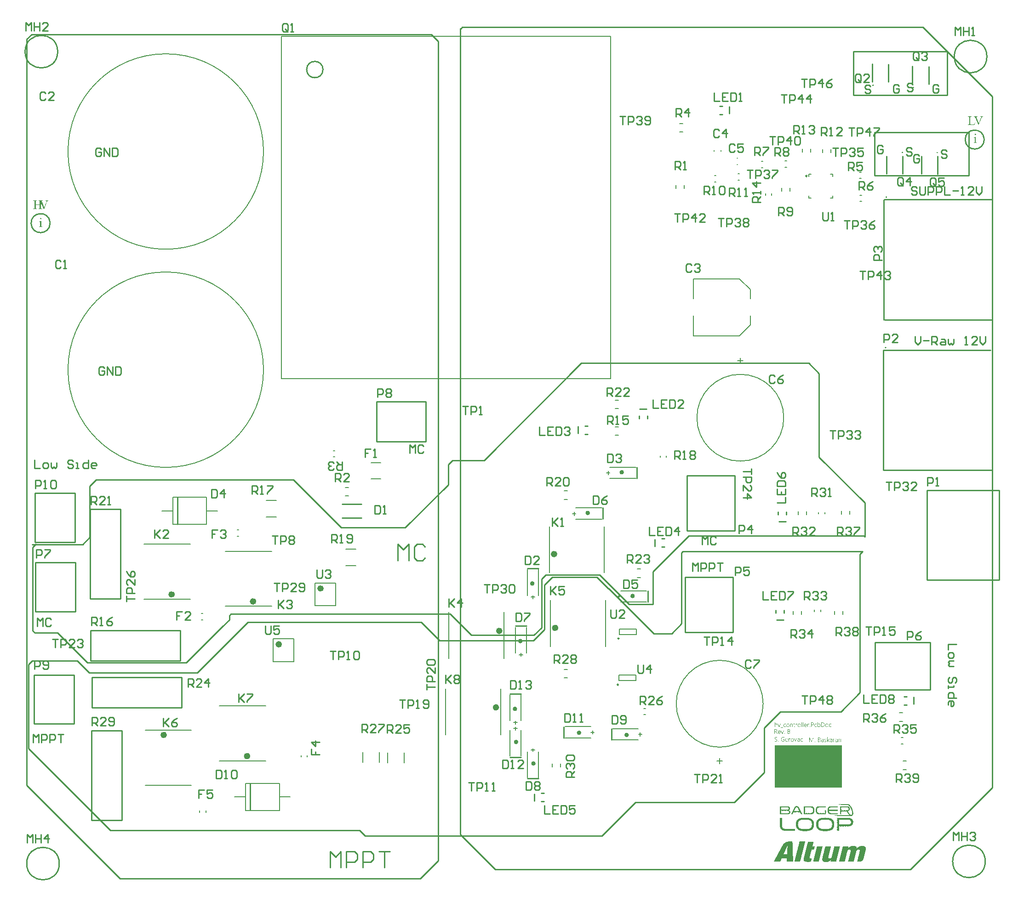
<source format=gto>
G04*
G04 #@! TF.GenerationSoftware,Altium Limited,Altium Designer,21.7.2 (23)*
G04*
G04 Layer_Color=65535*
%FSLAX25Y25*%
%MOIN*%
G70*
G04*
G04 #@! TF.SameCoordinates,E30EF456-83D5-485C-94B1-8EC378115786*
G04*
G04*
G04 #@! TF.FilePolarity,Positive*
G04*
G01*
G75*
%ADD10C,0.01000*%
%ADD11C,0.02362*%
%ADD12C,0.01575*%
%ADD13C,0.00984*%
%ADD14C,0.00787*%
%ADD15C,0.00500*%
%ADD16R,0.49000X0.31000*%
G36*
X604575Y-571301D02*
X604774D01*
Y-571341D01*
X604813D01*
Y-571381D01*
X604853D01*
Y-571341D01*
X604813D01*
Y-571301D01*
X604853D01*
Y-571341D01*
X604893D01*
Y-571381D01*
X604932D01*
Y-571341D01*
X604972D01*
Y-571381D01*
X605091D01*
Y-571420D01*
X605131D01*
Y-571460D01*
X605171D01*
Y-571420D01*
X605131D01*
Y-571381D01*
X605171D01*
Y-571420D01*
X605211D01*
Y-571460D01*
X605250D01*
Y-571500D01*
X605290D01*
Y-571539D01*
X605409D01*
Y-571579D01*
X605449D01*
Y-571619D01*
X605568D01*
Y-571659D01*
X605608D01*
Y-571699D01*
X605648D01*
Y-571738D01*
X605688D01*
Y-571778D01*
X605767D01*
Y-571818D01*
Y-571857D01*
X605886D01*
Y-571897D01*
X605926D01*
Y-571937D01*
X605966D01*
Y-571977D01*
X606005D01*
Y-572016D01*
X606045D01*
Y-572056D01*
X606085D01*
Y-572096D01*
X606124D01*
Y-572136D01*
X606164D01*
Y-572175D01*
X606204D01*
Y-572215D01*
X606244D01*
Y-572255D01*
X606284D01*
Y-572295D01*
X606323D01*
Y-572334D01*
X606363D01*
Y-572374D01*
X606403D01*
Y-572414D01*
X606442D01*
Y-572453D01*
Y-572493D01*
X606522D01*
Y-572533D01*
X606482D01*
Y-572573D01*
X606562D01*
Y-572612D01*
Y-572652D01*
X606601D01*
Y-572692D01*
X606641D01*
Y-572732D01*
X606681D01*
Y-572771D01*
X606721D01*
Y-572811D01*
X606760D01*
Y-572851D01*
X606800D01*
Y-572891D01*
X606840D01*
Y-572930D01*
X606800D01*
Y-572970D01*
X606840D01*
Y-573010D01*
X606880D01*
Y-573049D01*
X606919D01*
Y-573089D01*
X606959D01*
Y-573129D01*
X606999D01*
Y-573169D01*
X606959D01*
Y-573208D01*
X607038D01*
Y-573248D01*
Y-573288D01*
X607078D01*
Y-573328D01*
X607118D01*
Y-573367D01*
X607158D01*
Y-573407D01*
X607118D01*
Y-573447D01*
X607158D01*
Y-573487D01*
X607197D01*
Y-573526D01*
X607237D01*
Y-573566D01*
Y-573606D01*
X607277D01*
Y-573645D01*
Y-573685D01*
X607317D01*
Y-573725D01*
X607356D01*
Y-573765D01*
X607396D01*
Y-573804D01*
X607356D01*
Y-573844D01*
X607396D01*
Y-573884D01*
X607436D01*
Y-573924D01*
X607476D01*
Y-573963D01*
X607436D01*
Y-574003D01*
X607476D01*
Y-574043D01*
X607515D01*
Y-574083D01*
X607555D01*
Y-574122D01*
X607515D01*
Y-574162D01*
X607555D01*
Y-574202D01*
X607595D01*
Y-574241D01*
X607634D01*
Y-574281D01*
X607595D01*
Y-574321D01*
X607634D01*
Y-574361D01*
X607674D01*
Y-574401D01*
X607714D01*
Y-574440D01*
X607674D01*
Y-574480D01*
X607714D01*
Y-574520D01*
X607754D01*
Y-574559D01*
X607793D01*
Y-574599D01*
X607754D01*
Y-574639D01*
X607793D01*
Y-574679D01*
X607833D01*
Y-574718D01*
X607873D01*
Y-574758D01*
X607833D01*
Y-574798D01*
X607873D01*
Y-574837D01*
Y-574877D01*
Y-574917D01*
X607913D01*
Y-574957D01*
X607952D01*
Y-574997D01*
X607913D01*
Y-575036D01*
X607952D01*
Y-575076D01*
X607992D01*
Y-575116D01*
Y-575155D01*
Y-575195D01*
X608032D01*
Y-575235D01*
Y-575275D01*
Y-575314D01*
X608072D01*
Y-575354D01*
X608111D01*
Y-575394D01*
X608072D01*
Y-575434D01*
X608111D01*
Y-575473D01*
Y-575513D01*
Y-575553D01*
X608151D01*
Y-575593D01*
Y-575632D01*
Y-575672D01*
X608191D01*
Y-575712D01*
Y-575751D01*
Y-575791D01*
X608230D01*
Y-575831D01*
X608270D01*
Y-575871D01*
X608230D01*
Y-575910D01*
X608270D01*
Y-575950D01*
X608230D01*
Y-575990D01*
X608270D01*
Y-576030D01*
X608310D01*
Y-576069D01*
Y-576109D01*
Y-576149D01*
X608350D01*
Y-576189D01*
X608310D01*
Y-576228D01*
X608350D01*
Y-576268D01*
X608310D01*
Y-576308D01*
X608350D01*
Y-576347D01*
X608389D01*
Y-576387D01*
X608429D01*
Y-576427D01*
X608389D01*
Y-576467D01*
X608429D01*
Y-576506D01*
X608389D01*
Y-576546D01*
X608429D01*
Y-576586D01*
Y-576626D01*
Y-576665D01*
X608469D01*
Y-576705D01*
Y-576745D01*
Y-576785D01*
X608509D01*
Y-576824D01*
X608469D01*
Y-576864D01*
X608509D01*
Y-576904D01*
X608469D01*
Y-576943D01*
X608509D01*
Y-576983D01*
Y-577023D01*
Y-577063D01*
Y-577102D01*
Y-577142D01*
X608548D01*
Y-577182D01*
Y-577222D01*
Y-577261D01*
X608588D01*
Y-577301D01*
X608548D01*
Y-577341D01*
X608588D01*
Y-577381D01*
X608548D01*
Y-577420D01*
X608588D01*
Y-577460D01*
X608548D01*
Y-577500D01*
X608588D01*
Y-577539D01*
X608548D01*
Y-577579D01*
X608588D01*
Y-577619D01*
X608548D01*
Y-577659D01*
X608588D01*
Y-577698D01*
X608628D01*
Y-577738D01*
X608588D01*
Y-577778D01*
X608548D01*
Y-577818D01*
X608588D01*
Y-577857D01*
X608628D01*
Y-577897D01*
X608588D01*
Y-577937D01*
X608628D01*
Y-577977D01*
X608588D01*
Y-578016D01*
X608628D01*
Y-578056D01*
X608588D01*
Y-578096D01*
X608628D01*
Y-578135D01*
X608588D01*
Y-578175D01*
X608628D01*
Y-578215D01*
X608588D01*
Y-578255D01*
Y-578295D01*
Y-578334D01*
Y-578374D01*
Y-578414D01*
X608548D01*
Y-578453D01*
X608588D01*
Y-578493D01*
X608548D01*
Y-578533D01*
X608588D01*
Y-578573D01*
X608548D01*
Y-578612D01*
X608588D01*
Y-578652D01*
X608548D01*
Y-578692D01*
X608588D01*
Y-578731D01*
X608548D01*
Y-578771D01*
Y-578811D01*
Y-578851D01*
X608509D01*
Y-578891D01*
X608548D01*
Y-578930D01*
X608509D01*
Y-578970D01*
X608469D01*
Y-579010D01*
X608509D01*
Y-579049D01*
X608469D01*
Y-579089D01*
Y-579129D01*
Y-579169D01*
X608429D01*
Y-579208D01*
X608389D01*
Y-579248D01*
X608429D01*
Y-579288D01*
X608389D01*
Y-579328D01*
Y-579367D01*
Y-579407D01*
X608350D01*
Y-579447D01*
X608310D01*
Y-579487D01*
Y-579526D01*
X608270D01*
Y-579566D01*
Y-579606D01*
X608230D01*
Y-579645D01*
X608191D01*
Y-579685D01*
X608151D01*
Y-579725D01*
X608111D01*
Y-579765D01*
X608072D01*
Y-579804D01*
Y-579844D01*
X607992D01*
Y-579884D01*
X607952D01*
Y-579924D01*
X607913D01*
Y-579963D01*
X607873D01*
Y-580003D01*
X607754D01*
Y-580043D01*
X607793D01*
Y-580083D01*
X607754D01*
Y-580043D01*
X607714D01*
Y-580083D01*
X607595D01*
Y-580122D01*
X607555D01*
Y-580083D01*
X607515D01*
Y-580122D01*
X607555D01*
Y-580162D01*
X607515D01*
Y-580122D01*
X607476D01*
Y-580162D01*
X606562D01*
Y-580122D01*
X606522D01*
Y-580162D01*
X606403D01*
Y-580122D01*
X606363D01*
Y-580162D01*
X606244D01*
Y-580122D01*
X606204D01*
Y-580162D01*
X606164D01*
Y-580122D01*
X606124D01*
Y-580162D01*
X606085D01*
Y-580122D01*
X606045D01*
Y-580162D01*
X606005D01*
Y-580122D01*
X605966D01*
Y-580162D01*
X605926D01*
Y-580122D01*
X605886D01*
Y-580162D01*
X605846D01*
Y-580122D01*
X605807D01*
Y-580162D01*
X605767D01*
Y-580122D01*
X605727D01*
Y-580162D01*
X605688D01*
Y-580122D01*
X605648D01*
Y-580162D01*
X605608D01*
Y-580122D01*
X605568D01*
Y-580162D01*
X605528D01*
Y-580122D01*
X605489D01*
Y-580162D01*
X605449D01*
Y-580122D01*
X605409D01*
Y-580162D01*
X605370D01*
Y-580122D01*
X605330D01*
Y-580083D01*
X605290D01*
Y-580122D01*
X605330D01*
Y-580162D01*
X605290D01*
Y-580122D01*
X605171D01*
Y-580083D01*
X605131D01*
Y-580122D01*
X605171D01*
Y-580162D01*
X605131D01*
Y-580122D01*
X605091D01*
Y-580083D01*
X605052D01*
Y-580122D01*
X605012D01*
Y-580083D01*
X604972D01*
Y-580122D01*
X605012D01*
Y-580162D01*
X604972D01*
Y-580122D01*
X604932D01*
Y-580083D01*
X604893D01*
Y-580122D01*
X604853D01*
Y-580083D01*
X604813D01*
Y-580122D01*
X604853D01*
Y-580162D01*
X604813D01*
Y-580122D01*
X604774D01*
Y-580083D01*
X604734D01*
Y-580122D01*
X604694D01*
Y-580083D01*
X604654D01*
Y-580122D01*
X604694D01*
Y-580162D01*
X604654D01*
Y-580122D01*
X604615D01*
Y-580083D01*
X604575D01*
Y-580122D01*
X604535D01*
Y-580083D01*
X604495D01*
Y-580122D01*
X604456D01*
Y-580083D01*
X604416D01*
Y-580122D01*
X604376D01*
Y-580083D01*
X604337D01*
Y-580122D01*
X604297D01*
Y-580083D01*
X604257D01*
Y-580122D01*
X604217D01*
Y-580083D01*
X604178D01*
Y-580122D01*
X604138D01*
Y-580083D01*
X602827D01*
Y-580043D01*
X602787D01*
Y-580083D01*
X602668D01*
Y-580043D01*
X602628D01*
Y-580083D01*
X602509D01*
Y-580043D01*
X602469D01*
Y-580083D01*
X602429D01*
Y-580043D01*
X602389D01*
Y-580083D01*
X602350D01*
Y-580043D01*
X602310D01*
Y-580083D01*
X602270D01*
Y-580043D01*
X602231D01*
Y-580083D01*
X602191D01*
Y-580043D01*
X602151D01*
Y-580083D01*
X602111D01*
Y-580043D01*
X602072D01*
Y-580083D01*
X602032D01*
Y-580043D01*
X601992D01*
Y-580083D01*
X601952D01*
Y-580043D01*
X601913D01*
Y-580083D01*
X601873D01*
Y-580043D01*
X601833D01*
Y-580083D01*
X601793D01*
Y-580043D01*
X601754D01*
Y-580003D01*
X601714D01*
Y-580043D01*
X601754D01*
Y-580083D01*
X601714D01*
Y-580043D01*
X601674D01*
Y-580083D01*
X601635D01*
Y-580043D01*
X601595D01*
Y-580003D01*
X601555D01*
Y-580043D01*
X601595D01*
Y-580083D01*
X601555D01*
Y-580043D01*
X601436D01*
Y-580003D01*
X601396D01*
Y-580043D01*
X601436D01*
Y-580083D01*
X601396D01*
Y-580043D01*
X601277D01*
Y-580003D01*
X601237D01*
Y-580043D01*
X601197D01*
Y-580003D01*
X601158D01*
Y-580043D01*
X601118D01*
Y-580003D01*
X601078D01*
Y-580043D01*
X601039D01*
Y-580003D01*
X600999D01*
Y-580043D01*
X600959D01*
Y-580003D01*
X600919D01*
Y-580043D01*
X600880D01*
Y-580003D01*
X600840D01*
Y-580043D01*
X600800D01*
Y-580003D01*
X600760D01*
Y-580043D01*
X600721D01*
Y-580003D01*
X600681D01*
Y-580043D01*
X600641D01*
Y-580003D01*
X600601D01*
Y-580043D01*
X600562D01*
Y-580003D01*
X600522D01*
Y-580043D01*
X600482D01*
Y-580003D01*
X600443D01*
Y-580043D01*
X600403D01*
Y-580003D01*
X600363D01*
Y-580043D01*
X600323D01*
Y-580003D01*
X600283D01*
Y-580043D01*
X600244D01*
Y-580003D01*
X600204D01*
Y-580043D01*
X600164D01*
Y-580003D01*
X600125D01*
Y-580043D01*
X600085D01*
Y-580003D01*
X599807D01*
Y-580043D01*
X599767D01*
Y-580003D01*
X598933D01*
Y-579963D01*
X598893D01*
Y-580003D01*
X598774D01*
Y-579963D01*
X598734D01*
Y-580003D01*
X598615D01*
Y-579963D01*
X598575D01*
Y-580003D01*
X598535D01*
Y-579963D01*
X598495D01*
Y-580003D01*
X598456D01*
Y-579963D01*
X598416D01*
Y-580003D01*
X598376D01*
Y-579963D01*
X598337D01*
Y-580003D01*
X598297D01*
Y-579963D01*
X598257D01*
Y-580003D01*
X598217D01*
Y-579963D01*
X598178D01*
Y-579924D01*
X598138D01*
Y-579963D01*
X598178D01*
Y-580003D01*
X598138D01*
Y-579963D01*
X598098D01*
Y-580003D01*
X598058D01*
Y-579963D01*
X598019D01*
Y-579924D01*
X597979D01*
Y-579963D01*
X598019D01*
Y-580003D01*
X597979D01*
Y-579963D01*
X597939D01*
Y-580003D01*
X597899D01*
Y-579963D01*
X597860D01*
Y-579924D01*
X597820D01*
Y-579963D01*
X597860D01*
Y-580003D01*
X597820D01*
Y-579963D01*
X597780D01*
Y-580003D01*
X597741D01*
Y-579963D01*
X597701D01*
Y-579924D01*
X597661D01*
Y-579963D01*
X597542D01*
Y-579924D01*
X597502D01*
Y-579963D01*
X597542D01*
Y-580003D01*
X597502D01*
Y-579963D01*
X597383D01*
Y-579924D01*
X597343D01*
Y-579963D01*
X597303D01*
Y-579924D01*
X597264D01*
Y-579963D01*
X597224D01*
Y-579924D01*
X597184D01*
Y-579963D01*
X597224D01*
Y-580003D01*
X597184D01*
Y-579963D01*
X597145D01*
Y-579924D01*
X597105D01*
Y-579963D01*
X597065D01*
Y-579924D01*
X597025D01*
Y-579963D01*
X596985D01*
Y-579924D01*
X596946D01*
Y-579963D01*
X596906D01*
Y-579924D01*
X596866D01*
Y-579963D01*
X596827D01*
Y-579924D01*
X596787D01*
Y-579963D01*
X596747D01*
Y-579924D01*
X596707D01*
Y-579963D01*
X596668D01*
Y-579924D01*
X596628D01*
Y-579963D01*
X596588D01*
Y-579924D01*
X596549D01*
Y-579963D01*
X596509D01*
Y-579924D01*
X596231D01*
Y-579963D01*
X596191D01*
Y-579924D01*
X595197D01*
Y-579884D01*
X595158D01*
Y-579924D01*
X595039D01*
Y-579884D01*
X594999D01*
Y-579844D01*
X594959D01*
Y-579804D01*
X594999D01*
Y-579765D01*
X594959D01*
Y-579725D01*
X594999D01*
Y-579685D01*
X594959D01*
Y-579645D01*
X594999D01*
Y-579606D01*
X594959D01*
Y-579566D01*
X594999D01*
Y-579526D01*
X595039D01*
Y-579566D01*
X595158D01*
Y-579526D01*
X595197D01*
Y-579566D01*
X595317D01*
Y-579526D01*
X595356D01*
Y-579566D01*
X595396D01*
Y-579526D01*
X595436D01*
Y-579566D01*
X595476D01*
Y-579526D01*
X595436D01*
Y-579487D01*
X595476D01*
Y-579526D01*
X595515D01*
Y-579566D01*
X595555D01*
Y-579526D01*
X595595D01*
Y-579566D01*
X595635D01*
Y-579526D01*
X595674D01*
Y-579566D01*
X595714D01*
Y-579526D01*
X595754D01*
Y-579566D01*
X595793D01*
Y-579526D01*
X595754D01*
Y-579487D01*
X595793D01*
Y-579526D01*
X595833D01*
Y-579566D01*
X595873D01*
Y-579526D01*
X595913D01*
Y-579566D01*
X595952D01*
Y-579526D01*
X595913D01*
Y-579487D01*
X595952D01*
Y-579526D01*
X595992D01*
Y-579566D01*
X596032D01*
Y-579526D01*
X596072D01*
Y-579566D01*
X596111D01*
Y-579526D01*
X596072D01*
Y-579487D01*
X596111D01*
Y-579526D01*
X596151D01*
Y-579566D01*
X596191D01*
Y-579526D01*
X596231D01*
Y-579487D01*
X596270D01*
Y-579526D01*
X596389D01*
Y-579487D01*
X596429D01*
Y-579526D01*
X596549D01*
Y-579487D01*
X596588D01*
Y-579526D01*
X596628D01*
Y-579487D01*
X596668D01*
Y-579526D01*
X596707D01*
Y-579487D01*
X596747D01*
Y-579526D01*
X596787D01*
Y-579487D01*
X596827D01*
Y-579526D01*
X596866D01*
Y-579487D01*
X596906D01*
Y-579526D01*
X596946D01*
Y-579487D01*
X596985D01*
Y-579526D01*
X597025D01*
Y-579487D01*
X597065D01*
Y-579526D01*
X597105D01*
Y-579487D01*
X597145D01*
Y-579526D01*
X597184D01*
Y-579487D01*
X597224D01*
Y-579526D01*
X597264D01*
Y-579487D01*
X597303D01*
Y-579526D01*
X597343D01*
Y-579487D01*
X597621D01*
Y-579526D01*
X597661D01*
Y-579487D01*
X598893D01*
Y-579447D01*
X598933D01*
Y-579487D01*
X599052D01*
Y-579447D01*
X599091D01*
Y-579487D01*
X599131D01*
Y-579447D01*
X599171D01*
Y-579487D01*
X599211D01*
Y-579447D01*
X599250D01*
Y-579487D01*
X599290D01*
Y-579447D01*
X599330D01*
Y-579487D01*
X599370D01*
Y-579447D01*
X599409D01*
Y-579487D01*
X599449D01*
Y-579447D01*
X599489D01*
Y-579487D01*
X599529D01*
Y-579447D01*
X599568D01*
Y-579487D01*
X599608D01*
Y-579447D01*
X599648D01*
Y-579487D01*
X599687D01*
Y-579447D01*
X599727D01*
Y-579487D01*
X599767D01*
Y-579447D01*
X599807D01*
Y-579487D01*
X599846D01*
Y-579447D01*
X599807D01*
Y-579407D01*
X599846D01*
Y-579447D01*
X599886D01*
Y-579487D01*
X599926D01*
Y-579447D01*
X599966D01*
Y-579487D01*
X600005D01*
Y-579447D01*
X600045D01*
Y-579487D01*
X600085D01*
Y-579447D01*
X600125D01*
Y-579487D01*
X600164D01*
Y-579447D01*
X600125D01*
Y-579407D01*
X600164D01*
Y-579447D01*
X600204D01*
Y-579487D01*
X600244D01*
Y-579447D01*
X600283D01*
Y-579407D01*
X600323D01*
Y-579447D01*
X600363D01*
Y-579487D01*
X600403D01*
Y-579447D01*
X600363D01*
Y-579407D01*
X600403D01*
Y-579447D01*
X600443D01*
Y-579407D01*
X600482D01*
Y-579447D01*
X600522D01*
Y-579487D01*
X600562D01*
Y-579447D01*
X600601D01*
Y-579407D01*
X600641D01*
Y-579447D01*
X600681D01*
Y-579407D01*
X600721D01*
Y-579447D01*
X600760D01*
Y-579407D01*
X600800D01*
Y-579447D01*
X600840D01*
Y-579487D01*
X600880D01*
Y-579447D01*
X600840D01*
Y-579407D01*
X600880D01*
Y-579447D01*
X600919D01*
Y-579407D01*
X600959D01*
Y-579447D01*
X600999D01*
Y-579407D01*
X601039D01*
Y-579447D01*
X601078D01*
Y-579407D01*
X601118D01*
Y-579447D01*
X601158D01*
Y-579407D01*
X601197D01*
Y-579447D01*
X601237D01*
Y-579407D01*
X601277D01*
Y-579447D01*
X601317D01*
Y-579407D01*
X601356D01*
Y-579447D01*
X601396D01*
Y-579407D01*
X601515D01*
Y-579447D01*
X601555D01*
Y-579407D01*
X601674D01*
Y-579447D01*
X601714D01*
Y-579407D01*
X602310D01*
Y-579367D01*
X602350D01*
Y-579407D01*
X602628D01*
Y-579367D01*
X602668D01*
Y-579407D01*
X602787D01*
Y-579367D01*
X602827D01*
Y-579407D01*
X602946D01*
Y-579367D01*
X602985D01*
Y-579407D01*
X603025D01*
Y-579367D01*
X603065D01*
Y-579407D01*
X603105D01*
Y-579367D01*
X603144D01*
Y-579407D01*
X603184D01*
Y-579367D01*
X603224D01*
Y-579407D01*
X603264D01*
Y-579367D01*
X603303D01*
Y-579407D01*
X603343D01*
Y-579367D01*
X603383D01*
Y-579407D01*
X603423D01*
Y-579367D01*
X603462D01*
Y-579407D01*
X603502D01*
Y-579367D01*
X603542D01*
Y-579407D01*
X603581D01*
Y-579367D01*
X603542D01*
Y-579328D01*
X603581D01*
Y-579367D01*
X603621D01*
Y-579407D01*
X603661D01*
Y-579367D01*
X603701D01*
Y-579407D01*
X603741D01*
Y-579367D01*
X603701D01*
Y-579328D01*
X603741D01*
Y-579367D01*
X603780D01*
Y-579407D01*
X603820D01*
Y-579367D01*
X603860D01*
Y-579328D01*
X603899D01*
Y-579367D01*
X603939D01*
Y-579407D01*
X603979D01*
Y-579367D01*
X603939D01*
Y-579328D01*
X603979D01*
Y-579367D01*
X604019D01*
Y-579328D01*
X604058D01*
Y-579367D01*
X604098D01*
Y-579407D01*
X604138D01*
Y-579367D01*
X604178D01*
Y-579328D01*
X604217D01*
Y-579367D01*
X604257D01*
Y-579328D01*
X604297D01*
Y-579367D01*
X604337D01*
Y-579328D01*
X604376D01*
Y-579367D01*
X604416D01*
Y-579328D01*
X604456D01*
Y-579367D01*
X604495D01*
Y-579328D01*
X604535D01*
Y-579367D01*
X604575D01*
Y-579328D01*
X604615D01*
Y-579367D01*
X604654D01*
Y-579328D01*
X604694D01*
Y-579367D01*
X604734D01*
Y-579328D01*
X604774D01*
Y-579367D01*
X604813D01*
Y-579328D01*
X604853D01*
Y-579367D01*
X604893D01*
Y-579328D01*
X604932D01*
Y-579367D01*
X604972D01*
Y-579328D01*
X605091D01*
Y-579367D01*
X605131D01*
Y-579328D01*
X605250D01*
Y-579367D01*
X605290D01*
Y-579328D01*
X605648D01*
Y-579288D01*
X605608D01*
Y-579248D01*
X605568D01*
Y-579208D01*
X605528D01*
Y-579169D01*
X605489D01*
Y-579129D01*
X605449D01*
Y-579089D01*
X605409D01*
Y-579049D01*
X605370D01*
Y-579010D01*
X605330D01*
Y-578970D01*
X605290D01*
Y-578930D01*
X605250D01*
Y-578891D01*
X605211D01*
Y-578851D01*
Y-578811D01*
X605171D01*
Y-578771D01*
Y-578731D01*
X605131D01*
Y-578692D01*
X605091D01*
Y-578652D01*
X605052D01*
Y-578612D01*
X605012D01*
Y-578573D01*
X604972D01*
Y-578533D01*
X605012D01*
Y-578493D01*
X604893D01*
Y-578453D01*
X604932D01*
Y-578414D01*
X604893D01*
Y-578374D01*
X604853D01*
Y-578334D01*
X604813D01*
Y-578295D01*
Y-578255D01*
X604734D01*
Y-578215D01*
X604774D01*
Y-578175D01*
X604734D01*
Y-578135D01*
X604694D01*
Y-578096D01*
X604654D01*
Y-578056D01*
Y-578016D01*
X604615D01*
Y-577977D01*
Y-577937D01*
X604575D01*
Y-577897D01*
X604535D01*
Y-577857D01*
X604495D01*
Y-577818D01*
X604535D01*
Y-577778D01*
X604495D01*
Y-577738D01*
X604456D01*
Y-577698D01*
X604416D01*
Y-577659D01*
X604456D01*
Y-577619D01*
X604337D01*
Y-577579D01*
X604376D01*
Y-577539D01*
X604337D01*
Y-577500D01*
Y-577460D01*
X604297D01*
Y-577420D01*
Y-577381D01*
X604257D01*
Y-577341D01*
X604217D01*
Y-577301D01*
X604178D01*
Y-577261D01*
X604217D01*
Y-577222D01*
X604178D01*
Y-577182D01*
Y-577142D01*
Y-577102D01*
X604138D01*
Y-577063D01*
X604098D01*
Y-577023D01*
Y-576983D01*
X604058D01*
Y-576943D01*
Y-576904D01*
X604019D01*
Y-576864D01*
Y-576824D01*
X599886D01*
Y-576864D01*
X599926D01*
Y-576904D01*
X599886D01*
Y-576943D01*
X599926D01*
Y-576983D01*
X599886D01*
Y-577023D01*
X599926D01*
Y-577063D01*
X599886D01*
Y-577102D01*
X599926D01*
Y-577142D01*
X599886D01*
Y-577182D01*
X599926D01*
Y-577222D01*
X599886D01*
Y-577261D01*
X599926D01*
Y-577301D01*
X599886D01*
Y-577341D01*
X599926D01*
Y-577381D01*
X599886D01*
Y-577420D01*
X599926D01*
Y-577460D01*
X599886D01*
Y-577500D01*
X599926D01*
Y-577539D01*
X599886D01*
Y-577579D01*
X599926D01*
Y-577619D01*
X599886D01*
Y-577659D01*
X599926D01*
Y-577698D01*
X599886D01*
Y-577738D01*
X599926D01*
Y-577778D01*
X599886D01*
Y-577818D01*
X599926D01*
Y-577857D01*
X599886D01*
Y-577897D01*
X599926D01*
Y-577937D01*
X599886D01*
Y-577977D01*
X599926D01*
Y-578016D01*
X599886D01*
Y-578056D01*
X599926D01*
Y-578096D01*
X599886D01*
Y-578135D01*
X599926D01*
Y-578175D01*
X599886D01*
Y-578215D01*
X599926D01*
Y-578255D01*
X599886D01*
Y-578295D01*
X599926D01*
Y-578334D01*
X599886D01*
Y-578374D01*
X599926D01*
Y-578414D01*
X599886D01*
Y-578453D01*
X599926D01*
Y-578493D01*
X599886D01*
Y-578533D01*
X599926D01*
Y-578573D01*
X599886D01*
Y-578612D01*
X599926D01*
Y-578652D01*
X599886D01*
Y-578692D01*
X599926D01*
Y-578731D01*
X599886D01*
Y-578771D01*
X599926D01*
Y-578811D01*
X599886D01*
Y-578851D01*
X599926D01*
Y-578891D01*
X599886D01*
Y-578930D01*
X599846D01*
Y-578891D01*
X599807D01*
Y-578930D01*
X599767D01*
Y-578891D01*
X599727D01*
Y-578930D01*
X599687D01*
Y-578891D01*
X599648D01*
Y-578930D01*
X599608D01*
Y-578891D01*
X599489D01*
Y-578930D01*
X599449D01*
Y-578891D01*
X599409D01*
Y-578930D01*
X599370D01*
Y-578891D01*
X599330D01*
Y-578930D01*
X599290D01*
Y-578891D01*
X599171D01*
Y-578930D01*
X599131D01*
Y-578891D01*
X599091D01*
Y-578930D01*
X599052D01*
Y-578891D01*
X599012D01*
Y-578930D01*
X598972D01*
Y-578891D01*
X598933D01*
Y-578851D01*
X598972D01*
Y-578811D01*
X598933D01*
Y-578771D01*
X598972D01*
Y-578731D01*
X598933D01*
Y-578692D01*
X598972D01*
Y-578652D01*
X598933D01*
Y-578612D01*
X598972D01*
Y-578573D01*
X598933D01*
Y-578533D01*
X598972D01*
Y-578493D01*
X598933D01*
Y-578453D01*
X598972D01*
Y-578414D01*
X598933D01*
Y-578374D01*
X598972D01*
Y-578334D01*
X598933D01*
Y-578295D01*
X598972D01*
Y-578255D01*
X598933D01*
Y-578215D01*
X598972D01*
Y-578175D01*
X598933D01*
Y-578135D01*
X598972D01*
Y-578096D01*
X598933D01*
Y-578056D01*
X598972D01*
Y-578016D01*
X598933D01*
Y-577977D01*
X598972D01*
Y-577937D01*
X598933D01*
Y-577897D01*
X598972D01*
Y-577857D01*
X598933D01*
Y-577818D01*
X598972D01*
Y-577778D01*
X598933D01*
Y-577738D01*
X598972D01*
Y-577698D01*
X598933D01*
Y-577659D01*
X598972D01*
Y-577619D01*
X598933D01*
Y-577579D01*
X598972D01*
Y-577539D01*
X598933D01*
Y-577500D01*
X598972D01*
Y-577460D01*
X598933D01*
Y-577420D01*
X598972D01*
Y-577381D01*
X598933D01*
Y-577341D01*
X598972D01*
Y-577301D01*
X598933D01*
Y-577261D01*
X598972D01*
Y-577222D01*
X598933D01*
Y-577182D01*
X598972D01*
Y-577142D01*
X598933D01*
Y-577102D01*
X598972D01*
Y-577063D01*
X598933D01*
Y-577023D01*
X598972D01*
Y-576983D01*
X598933D01*
Y-576943D01*
X598972D01*
Y-576904D01*
X598933D01*
Y-576864D01*
X598972D01*
Y-576824D01*
X598933D01*
Y-576785D01*
X598972D01*
Y-576745D01*
X598933D01*
Y-576705D01*
X598972D01*
Y-576665D01*
X598933D01*
Y-576626D01*
X598972D01*
Y-576586D01*
X598933D01*
Y-576546D01*
X598972D01*
Y-576506D01*
X598933D01*
Y-576467D01*
X598972D01*
Y-576427D01*
X598933D01*
Y-576387D01*
X598972D01*
Y-576347D01*
X598933D01*
Y-576308D01*
X598972D01*
Y-576268D01*
X598933D01*
Y-576228D01*
X598972D01*
Y-576189D01*
X598933D01*
Y-576149D01*
X598972D01*
Y-576109D01*
X598933D01*
Y-576069D01*
X598972D01*
Y-576030D01*
X598933D01*
Y-575990D01*
X598972D01*
Y-575950D01*
X598933D01*
Y-575910D01*
X598972D01*
Y-575871D01*
X598933D01*
Y-575831D01*
X598972D01*
Y-575791D01*
X598933D01*
Y-575751D01*
X598972D01*
Y-575712D01*
X598933D01*
Y-575672D01*
X598972D01*
Y-575632D01*
X598933D01*
Y-575593D01*
X598972D01*
Y-575553D01*
X598933D01*
Y-575513D01*
X598972D01*
Y-575473D01*
X598933D01*
Y-575434D01*
X598972D01*
Y-575394D01*
X598933D01*
Y-575354D01*
X598972D01*
Y-575314D01*
X598933D01*
Y-575275D01*
X598972D01*
Y-575235D01*
X598933D01*
Y-575195D01*
X598972D01*
Y-575155D01*
X598933D01*
Y-575116D01*
X598972D01*
Y-575076D01*
X598933D01*
Y-575036D01*
X598972D01*
Y-574997D01*
X598933D01*
Y-574957D01*
X598972D01*
Y-574917D01*
X598933D01*
Y-574877D01*
X598972D01*
Y-574837D01*
X598933D01*
Y-574798D01*
X598972D01*
Y-574758D01*
X598933D01*
Y-574718D01*
X598972D01*
Y-574679D01*
X598933D01*
Y-574639D01*
X598972D01*
Y-574599D01*
X598933D01*
Y-574559D01*
X598972D01*
Y-574520D01*
X598933D01*
Y-574480D01*
X598972D01*
Y-574440D01*
X598933D01*
Y-574401D01*
X598972D01*
Y-574361D01*
X598933D01*
Y-574321D01*
X598972D01*
Y-574281D01*
X598933D01*
Y-574241D01*
X598972D01*
Y-574202D01*
X598933D01*
Y-574162D01*
X598972D01*
Y-574122D01*
X598933D01*
Y-574083D01*
X598972D01*
Y-574043D01*
X598933D01*
Y-574003D01*
X598972D01*
Y-573963D01*
X598933D01*
Y-573924D01*
X598972D01*
Y-573884D01*
X598933D01*
Y-573844D01*
X598972D01*
Y-573804D01*
X598933D01*
Y-573765D01*
X598972D01*
Y-573725D01*
X598933D01*
Y-573685D01*
X598972D01*
Y-573645D01*
X598933D01*
Y-573606D01*
X598972D01*
Y-573566D01*
X598933D01*
Y-573526D01*
X598972D01*
Y-573487D01*
X598933D01*
Y-573447D01*
X598972D01*
Y-573407D01*
X598933D01*
Y-573367D01*
X598972D01*
Y-573328D01*
X598933D01*
Y-573288D01*
X598972D01*
Y-573248D01*
X598933D01*
Y-573208D01*
X598972D01*
Y-573169D01*
X598933D01*
Y-573129D01*
X598972D01*
Y-573089D01*
X598933D01*
Y-573049D01*
X598972D01*
Y-573010D01*
X598933D01*
Y-572970D01*
X599052D01*
Y-573010D01*
X599091D01*
Y-572970D01*
X599211D01*
Y-573010D01*
X599250D01*
Y-572970D01*
X599370D01*
Y-573010D01*
X599409D01*
Y-572970D01*
X599529D01*
Y-573010D01*
X599568D01*
Y-572970D01*
X599687D01*
Y-573010D01*
X599727D01*
Y-572970D01*
X599846D01*
Y-573010D01*
X599886D01*
Y-572970D01*
X600005D01*
Y-573010D01*
X600045D01*
Y-572970D01*
X600164D01*
Y-573010D01*
X600204D01*
Y-572970D01*
X600323D01*
Y-573010D01*
X600363D01*
Y-572970D01*
X600482D01*
Y-573010D01*
X600522D01*
Y-572970D01*
X600641D01*
Y-573010D01*
X600681D01*
Y-572970D01*
X600800D01*
Y-573010D01*
X600840D01*
Y-572970D01*
X600959D01*
Y-573010D01*
X600999D01*
Y-572970D01*
X601118D01*
Y-573010D01*
X601158D01*
Y-572970D01*
X601277D01*
Y-573010D01*
X601317D01*
Y-572970D01*
X601436D01*
Y-573010D01*
X601476D01*
Y-572970D01*
X601595D01*
Y-573010D01*
X601635D01*
Y-572970D01*
X601754D01*
Y-573010D01*
X601793D01*
Y-572970D01*
X601913D01*
Y-573010D01*
X601952D01*
Y-572970D01*
X602072D01*
Y-573010D01*
X602111D01*
Y-572970D01*
X602231D01*
Y-573010D01*
X602270D01*
Y-572970D01*
X602389D01*
Y-573010D01*
X602429D01*
Y-572970D01*
X602548D01*
Y-573010D01*
X602588D01*
Y-572970D01*
X602707D01*
Y-573010D01*
X602747D01*
Y-572970D01*
X602866D01*
Y-573010D01*
X602906D01*
Y-572970D01*
X603025D01*
Y-573010D01*
X603065D01*
Y-572970D01*
X603184D01*
Y-573010D01*
X603224D01*
Y-572970D01*
X603343D01*
Y-573010D01*
X603383D01*
Y-572970D01*
X603502D01*
Y-573010D01*
X603542D01*
Y-572970D01*
X603661D01*
Y-573010D01*
X603701D01*
Y-572970D01*
X603820D01*
Y-573010D01*
X603860D01*
Y-572970D01*
X603979D01*
Y-573010D01*
X604019D01*
Y-572970D01*
X604138D01*
Y-573010D01*
X604178D01*
Y-572970D01*
X604297D01*
Y-573010D01*
X604337D01*
Y-572970D01*
X604376D01*
Y-573010D01*
X604416D01*
Y-573049D01*
X604456D01*
Y-573010D01*
X604416D01*
Y-572970D01*
X604456D01*
Y-573010D01*
X604495D01*
Y-572970D01*
X604535D01*
Y-573010D01*
X604575D01*
Y-573049D01*
X604615D01*
Y-573010D01*
X604654D01*
Y-573049D01*
X604694D01*
Y-573010D01*
X604734D01*
Y-573049D01*
X604853D01*
Y-573089D01*
X604893D01*
Y-573049D01*
X604932D01*
Y-573089D01*
X604972D01*
Y-573129D01*
X605091D01*
Y-573169D01*
X605131D01*
Y-573129D01*
X605171D01*
Y-573169D01*
X605211D01*
Y-573208D01*
X605330D01*
Y-573248D01*
X605370D01*
Y-573288D01*
X605489D01*
Y-573328D01*
X605528D01*
Y-573367D01*
X605568D01*
Y-573407D01*
X605608D01*
Y-573447D01*
X605727D01*
Y-573487D01*
X605767D01*
Y-573526D01*
X605807D01*
Y-573566D01*
X605846D01*
Y-573606D01*
X605886D01*
Y-573645D01*
X605926D01*
Y-573685D01*
X605966D01*
Y-573725D01*
X605926D01*
Y-573765D01*
X606005D01*
Y-573804D01*
Y-573844D01*
X606045D01*
Y-573884D01*
X606085D01*
Y-573924D01*
X606124D01*
Y-573963D01*
X606085D01*
Y-574003D01*
X606124D01*
Y-574043D01*
X606164D01*
Y-574083D01*
Y-574122D01*
Y-574162D01*
X606204D01*
Y-574202D01*
Y-574241D01*
Y-574281D01*
X606244D01*
Y-574321D01*
Y-574361D01*
Y-574401D01*
X606284D01*
Y-574440D01*
X606244D01*
Y-574480D01*
X606284D01*
Y-574520D01*
X606244D01*
Y-574559D01*
X606284D01*
Y-574599D01*
X606244D01*
Y-574639D01*
X606284D01*
Y-574679D01*
X606244D01*
Y-574718D01*
X606284D01*
Y-574758D01*
Y-574798D01*
Y-574837D01*
X606244D01*
Y-574877D01*
X606284D01*
Y-574917D01*
X606244D01*
Y-574957D01*
X606284D01*
Y-574997D01*
X606244D01*
Y-575036D01*
X606284D01*
Y-575076D01*
X606244D01*
Y-575116D01*
X606284D01*
Y-575155D01*
X606244D01*
Y-575195D01*
X606284D01*
Y-575235D01*
X606244D01*
Y-575275D01*
X606204D01*
Y-575314D01*
Y-575354D01*
Y-575394D01*
X606164D01*
Y-575434D01*
X606204D01*
Y-575473D01*
X606164D01*
Y-575513D01*
X606124D01*
Y-575553D01*
Y-575593D01*
Y-575632D01*
X606085D01*
Y-575672D01*
X606045D01*
Y-575712D01*
X606005D01*
Y-575751D01*
X606045D01*
Y-575791D01*
X606005D01*
Y-575831D01*
X605966D01*
Y-575871D01*
X605926D01*
Y-575910D01*
X605886D01*
Y-575950D01*
X605846D01*
Y-575990D01*
Y-576030D01*
X605767D01*
Y-576069D01*
Y-576109D01*
X605688D01*
Y-576149D01*
X605648D01*
Y-576189D01*
X605608D01*
Y-576228D01*
X605568D01*
Y-576268D01*
X605449D01*
Y-576308D01*
X605489D01*
Y-576347D01*
X605449D01*
Y-576308D01*
X605409D01*
Y-576347D01*
X605370D01*
Y-576387D01*
X605250D01*
Y-576427D01*
X605131D01*
Y-576467D01*
X605171D01*
Y-576506D01*
X605131D01*
Y-576467D01*
X605091D01*
Y-576506D01*
X604972D01*
Y-576546D01*
X604932D01*
Y-576506D01*
X604893D01*
Y-576546D01*
X604853D01*
Y-576586D01*
X604813D01*
Y-576626D01*
X604853D01*
Y-576665D01*
X604813D01*
Y-576705D01*
X604853D01*
Y-576745D01*
Y-576785D01*
X604893D01*
Y-576824D01*
Y-576864D01*
X604932D01*
Y-576904D01*
X604972D01*
Y-576943D01*
X605012D01*
Y-576983D01*
X604972D01*
Y-577023D01*
X605012D01*
Y-577063D01*
X605052D01*
Y-577102D01*
Y-577142D01*
Y-577182D01*
X605091D01*
Y-577222D01*
X605131D01*
Y-577261D01*
X605171D01*
Y-577301D01*
X605131D01*
Y-577341D01*
X605171D01*
Y-577381D01*
X605211D01*
Y-577420D01*
X605250D01*
Y-577460D01*
Y-577500D01*
X605290D01*
Y-577539D01*
Y-577579D01*
X605330D01*
Y-577619D01*
X605370D01*
Y-577659D01*
X605409D01*
Y-577698D01*
Y-577738D01*
Y-577778D01*
X605449D01*
Y-577818D01*
X605489D01*
Y-577857D01*
X605528D01*
Y-577897D01*
X605568D01*
Y-577937D01*
Y-577977D01*
X605608D01*
Y-578016D01*
Y-578056D01*
X605648D01*
Y-578096D01*
X605688D01*
Y-578135D01*
X605727D01*
Y-578175D01*
X605767D01*
Y-578215D01*
X605807D01*
Y-578255D01*
X605846D01*
Y-578295D01*
X605886D01*
Y-578334D01*
X605846D01*
Y-578374D01*
X605886D01*
Y-578414D01*
X605926D01*
Y-578453D01*
X605966D01*
Y-578493D01*
X606005D01*
Y-578533D01*
X606045D01*
Y-578573D01*
X606085D01*
Y-578612D01*
X606124D01*
Y-578652D01*
X606164D01*
Y-578692D01*
X606204D01*
Y-578731D01*
X606244D01*
Y-578771D01*
X606284D01*
Y-578811D01*
X606323D01*
Y-578851D01*
X606363D01*
Y-578891D01*
X606403D01*
Y-578930D01*
X606522D01*
Y-578970D01*
X606562D01*
Y-579010D01*
X606601D01*
Y-579049D01*
X606641D01*
Y-579089D01*
X606681D01*
Y-579129D01*
X606721D01*
Y-579169D01*
X606840D01*
Y-579208D01*
X606880D01*
Y-579248D01*
X606919D01*
Y-579208D01*
X606880D01*
Y-579169D01*
X606919D01*
Y-579208D01*
X606959D01*
Y-579248D01*
X607078D01*
Y-579288D01*
X607197D01*
Y-579328D01*
X607237D01*
Y-579288D01*
X607277D01*
Y-579328D01*
X607317D01*
Y-579288D01*
X607356D01*
Y-579328D01*
X607396D01*
Y-579288D01*
X607356D01*
Y-579248D01*
X607396D01*
Y-579288D01*
X607436D01*
Y-579248D01*
X607476D01*
Y-579208D01*
X607515D01*
Y-579169D01*
X607555D01*
Y-579129D01*
X607595D01*
Y-579089D01*
X607634D01*
Y-579049D01*
Y-579010D01*
X607674D01*
Y-578970D01*
Y-578930D01*
X607714D01*
Y-578891D01*
X607674D01*
Y-578851D01*
X607714D01*
Y-578811D01*
X607754D01*
Y-578771D01*
Y-578731D01*
Y-578692D01*
X607793D01*
Y-578652D01*
X607754D01*
Y-578612D01*
X607793D01*
Y-578573D01*
X607754D01*
Y-578533D01*
X607793D01*
Y-578493D01*
Y-578453D01*
Y-578414D01*
X607833D01*
Y-578374D01*
X607793D01*
Y-578334D01*
X607833D01*
Y-578295D01*
X607793D01*
Y-578255D01*
X607833D01*
Y-578215D01*
X607793D01*
Y-578175D01*
X607833D01*
Y-578135D01*
Y-578096D01*
Y-578056D01*
X607873D01*
Y-578016D01*
X607833D01*
Y-577977D01*
Y-577937D01*
Y-577897D01*
X607793D01*
Y-577857D01*
X607833D01*
Y-577897D01*
X607873D01*
Y-577857D01*
X607833D01*
Y-577818D01*
X607793D01*
Y-577778D01*
X607833D01*
Y-577738D01*
X607793D01*
Y-577698D01*
X607833D01*
Y-577659D01*
X607793D01*
Y-577619D01*
Y-577579D01*
Y-577539D01*
X607754D01*
Y-577500D01*
X607793D01*
Y-577460D01*
X607754D01*
Y-577420D01*
X607793D01*
Y-577381D01*
X607754D01*
Y-577341D01*
X607793D01*
Y-577301D01*
X607754D01*
Y-577261D01*
X607793D01*
Y-577222D01*
X607754D01*
Y-577182D01*
X607714D01*
Y-577142D01*
X607754D01*
Y-577102D01*
X607714D01*
Y-577063D01*
Y-577023D01*
Y-576983D01*
X607674D01*
Y-576943D01*
X607714D01*
Y-576904D01*
X607674D01*
Y-576864D01*
Y-576824D01*
Y-576785D01*
X607634D01*
Y-576745D01*
X607674D01*
Y-576785D01*
X607714D01*
Y-576745D01*
X607674D01*
Y-576705D01*
X607634D01*
Y-576665D01*
Y-576626D01*
Y-576586D01*
X607595D01*
Y-576546D01*
X607634D01*
Y-576506D01*
X607595D01*
Y-576467D01*
Y-576427D01*
Y-576387D01*
X607555D01*
Y-576347D01*
X607515D01*
Y-576308D01*
X607555D01*
Y-576268D01*
X607515D01*
Y-576228D01*
Y-576189D01*
Y-576149D01*
X607476D01*
Y-576109D01*
Y-576069D01*
Y-576030D01*
X607436D01*
Y-575990D01*
X607476D01*
Y-575950D01*
X607436D01*
Y-575910D01*
X607396D01*
Y-575871D01*
X607356D01*
Y-575831D01*
X607396D01*
Y-575791D01*
X607356D01*
Y-575751D01*
X607396D01*
Y-575712D01*
X607356D01*
Y-575672D01*
X607317D01*
Y-575632D01*
X607277D01*
Y-575593D01*
X607317D01*
Y-575553D01*
X607277D01*
Y-575513D01*
Y-575473D01*
Y-575434D01*
X607237D01*
Y-575394D01*
X607197D01*
Y-575354D01*
X607237D01*
Y-575314D01*
X607197D01*
Y-575275D01*
X607158D01*
Y-575235D01*
Y-575195D01*
Y-575155D01*
X607118D01*
Y-575116D01*
Y-575076D01*
X607078D01*
Y-575036D01*
Y-574997D01*
X607038D01*
Y-574957D01*
Y-574917D01*
Y-574877D01*
X606999D01*
Y-574837D01*
X606959D01*
Y-574798D01*
X606999D01*
Y-574758D01*
X606959D01*
Y-574718D01*
X606919D01*
Y-574679D01*
X606880D01*
Y-574639D01*
X606919D01*
Y-574599D01*
X606880D01*
Y-574559D01*
X606840D01*
Y-574520D01*
X606800D01*
Y-574480D01*
X606840D01*
Y-574440D01*
X606800D01*
Y-574401D01*
X606760D01*
Y-574361D01*
X606721D01*
Y-574321D01*
Y-574281D01*
Y-574241D01*
X606681D01*
Y-574202D01*
X606641D01*
Y-574162D01*
X606601D01*
Y-574122D01*
X606562D01*
Y-574083D01*
X606601D01*
Y-574043D01*
X606562D01*
Y-574003D01*
X606522D01*
Y-573963D01*
X606482D01*
Y-573924D01*
X606522D01*
Y-573884D01*
X606482D01*
Y-573844D01*
X606442D01*
Y-573804D01*
X606403D01*
Y-573765D01*
X606363D01*
Y-573725D01*
X606323D01*
Y-573685D01*
X606363D01*
Y-573645D01*
X606323D01*
Y-573606D01*
X606284D01*
Y-573566D01*
X606244D01*
Y-573526D01*
X606204D01*
Y-573487D01*
X606164D01*
Y-573447D01*
Y-573407D01*
Y-573367D01*
X606124D01*
Y-573328D01*
X606085D01*
Y-573288D01*
X606045D01*
Y-573248D01*
X606005D01*
Y-573208D01*
X605966D01*
Y-573169D01*
X605926D01*
Y-573129D01*
X605886D01*
Y-573089D01*
X605846D01*
Y-573049D01*
X605886D01*
Y-573010D01*
X605767D01*
Y-572970D01*
X605807D01*
Y-572930D01*
X605688D01*
Y-572891D01*
X605727D01*
Y-572851D01*
X605608D01*
Y-572811D01*
X605648D01*
Y-572771D01*
X605608D01*
Y-572732D01*
X605568D01*
Y-572692D01*
X605449D01*
Y-572652D01*
X605489D01*
Y-572612D01*
X605370D01*
Y-572573D01*
X605330D01*
Y-572533D01*
X605290D01*
Y-572493D01*
X605250D01*
Y-572453D01*
X605211D01*
Y-572414D01*
X605171D01*
Y-572374D01*
X605052D01*
Y-572334D01*
X605012D01*
Y-572295D01*
X604972D01*
Y-572255D01*
X604932D01*
Y-572215D01*
X604893D01*
Y-572255D01*
X604853D01*
Y-572215D01*
X604734D01*
Y-572175D01*
X604694D01*
Y-572136D01*
X604654D01*
Y-572175D01*
X604694D01*
Y-572215D01*
X604654D01*
Y-572175D01*
X604615D01*
Y-572136D01*
X604575D01*
Y-572175D01*
X604535D01*
Y-572136D01*
X604495D01*
Y-572175D01*
X604456D01*
Y-572136D01*
X603939D01*
Y-572096D01*
X603899D01*
Y-572136D01*
X603780D01*
Y-572096D01*
X603741D01*
Y-572136D01*
X603701D01*
Y-572096D01*
X603661D01*
Y-572136D01*
X603621D01*
Y-572096D01*
X603581D01*
Y-572136D01*
X603542D01*
Y-572096D01*
X603502D01*
Y-572056D01*
X603462D01*
Y-572096D01*
X603502D01*
Y-572136D01*
X603462D01*
Y-572096D01*
X603343D01*
Y-572056D01*
X603303D01*
Y-572096D01*
X603343D01*
Y-572136D01*
X603303D01*
Y-572096D01*
X603264D01*
Y-572056D01*
X603224D01*
Y-572096D01*
X603184D01*
Y-572056D01*
X603144D01*
Y-572096D01*
X603105D01*
Y-572056D01*
X603065D01*
Y-572096D01*
X603025D01*
Y-572056D01*
X602985D01*
Y-572096D01*
X602946D01*
Y-572056D01*
X602906D01*
Y-572096D01*
X602866D01*
Y-572056D01*
X602827D01*
Y-572096D01*
X602787D01*
Y-572056D01*
X602747D01*
Y-572096D01*
X602707D01*
Y-572056D01*
X602668D01*
Y-572096D01*
X602628D01*
Y-572056D01*
X601952D01*
Y-572016D01*
X601913D01*
Y-572056D01*
X601873D01*
Y-572016D01*
X601833D01*
Y-572056D01*
X601793D01*
Y-572016D01*
X601754D01*
Y-572056D01*
X601714D01*
Y-572016D01*
X601674D01*
Y-571977D01*
X601635D01*
Y-572016D01*
X601674D01*
Y-572056D01*
X601635D01*
Y-572016D01*
X601595D01*
Y-572056D01*
X601555D01*
Y-572016D01*
X601515D01*
Y-571977D01*
X601476D01*
Y-572016D01*
X601515D01*
Y-572056D01*
X601476D01*
Y-572016D01*
X601356D01*
Y-571977D01*
X601317D01*
Y-572016D01*
X601356D01*
Y-572056D01*
X601317D01*
Y-572016D01*
X601277D01*
Y-571977D01*
X601237D01*
Y-572016D01*
X601197D01*
Y-571977D01*
X601158D01*
Y-572016D01*
X601118D01*
Y-571977D01*
X601078D01*
Y-572016D01*
X601039D01*
Y-571977D01*
X600999D01*
Y-572016D01*
X600959D01*
Y-571977D01*
X600919D01*
Y-572016D01*
X600880D01*
Y-571977D01*
X600125D01*
Y-571937D01*
X600085D01*
Y-571977D01*
X600045D01*
Y-571937D01*
X600005D01*
Y-571977D01*
X599966D01*
Y-571937D01*
X599926D01*
Y-571977D01*
X599886D01*
Y-571937D01*
X599846D01*
Y-571977D01*
X599807D01*
Y-571937D01*
X599767D01*
Y-571977D01*
X599727D01*
Y-571937D01*
X599687D01*
Y-571977D01*
X599648D01*
Y-571937D01*
X599529D01*
Y-571897D01*
X599489D01*
Y-571937D01*
X599529D01*
Y-571977D01*
X599489D01*
Y-571937D01*
X599449D01*
Y-571897D01*
X599409D01*
Y-571937D01*
X599370D01*
Y-571897D01*
X599330D01*
Y-571937D01*
X599370D01*
Y-571977D01*
X599330D01*
Y-571937D01*
X599290D01*
Y-571897D01*
X599250D01*
Y-571937D01*
X599211D01*
Y-571897D01*
X599171D01*
Y-571937D01*
X599131D01*
Y-571897D01*
X599091D01*
Y-571937D01*
X599052D01*
Y-571897D01*
X599012D01*
Y-571937D01*
X598972D01*
Y-571897D01*
X598853D01*
Y-571937D01*
X598813D01*
Y-571897D01*
X598694D01*
Y-571937D01*
X598654D01*
Y-571897D01*
X598138D01*
Y-571857D01*
Y-571818D01*
Y-571778D01*
Y-571738D01*
Y-571699D01*
X598178D01*
Y-571659D01*
X598138D01*
Y-571619D01*
Y-571579D01*
Y-571539D01*
X598178D01*
Y-571500D01*
X598217D01*
Y-571539D01*
X598257D01*
Y-571500D01*
X598297D01*
Y-571539D01*
X598337D01*
Y-571500D01*
X598376D01*
Y-571539D01*
X598416D01*
Y-571500D01*
X598456D01*
Y-571539D01*
X598495D01*
Y-571500D01*
X598535D01*
Y-571460D01*
X598575D01*
Y-571500D01*
X598615D01*
Y-571539D01*
X598654D01*
Y-571500D01*
X598615D01*
Y-571460D01*
X598654D01*
Y-571500D01*
X598694D01*
Y-571460D01*
X598734D01*
Y-571500D01*
X598774D01*
Y-571460D01*
X598813D01*
Y-571500D01*
X598853D01*
Y-571460D01*
X598893D01*
Y-571500D01*
X598933D01*
Y-571539D01*
X598972D01*
Y-571500D01*
X598933D01*
Y-571460D01*
X598972D01*
Y-571500D01*
X599012D01*
Y-571460D01*
X599052D01*
Y-571500D01*
X599091D01*
Y-571460D01*
X599131D01*
Y-571500D01*
X599171D01*
Y-571460D01*
X599211D01*
Y-571500D01*
X599250D01*
Y-571460D01*
X599290D01*
Y-571500D01*
X599330D01*
Y-571460D01*
X599449D01*
Y-571500D01*
X599489D01*
Y-571460D01*
X599767D01*
Y-571420D01*
X599807D01*
Y-571460D01*
X600085D01*
Y-571420D01*
X600125D01*
Y-571460D01*
X600164D01*
Y-571420D01*
X600204D01*
Y-571460D01*
X600244D01*
Y-571420D01*
X600283D01*
Y-571460D01*
X600323D01*
Y-571420D01*
X600363D01*
Y-571460D01*
X600403D01*
Y-571420D01*
X600443D01*
Y-571460D01*
X600482D01*
Y-571420D01*
X600522D01*
Y-571460D01*
X600562D01*
Y-571420D01*
X600522D01*
Y-571381D01*
X600562D01*
Y-571420D01*
X600601D01*
Y-571460D01*
X600641D01*
Y-571420D01*
X600681D01*
Y-571460D01*
X600721D01*
Y-571420D01*
X600681D01*
Y-571381D01*
X600721D01*
Y-571420D01*
X600760D01*
Y-571460D01*
X600800D01*
Y-571420D01*
X600760D01*
Y-571381D01*
X600800D01*
Y-571420D01*
X600840D01*
Y-571381D01*
X600880D01*
Y-571420D01*
X600919D01*
Y-571460D01*
X600959D01*
Y-571420D01*
X600919D01*
Y-571381D01*
X600959D01*
Y-571420D01*
X600999D01*
Y-571381D01*
X601039D01*
Y-571420D01*
X601078D01*
Y-571381D01*
X601118D01*
Y-571420D01*
X601158D01*
Y-571381D01*
X601197D01*
Y-571420D01*
X601237D01*
Y-571381D01*
X601277D01*
Y-571420D01*
X601317D01*
Y-571381D01*
X601356D01*
Y-571420D01*
X601396D01*
Y-571381D01*
X601436D01*
Y-571420D01*
X601476D01*
Y-571381D01*
X601595D01*
Y-571420D01*
X601635D01*
Y-571381D01*
X602548D01*
Y-571341D01*
X602588D01*
Y-571381D01*
X602628D01*
Y-571341D01*
X602668D01*
Y-571381D01*
X602707D01*
Y-571341D01*
X602747D01*
Y-571381D01*
X602787D01*
Y-571341D01*
X602827D01*
Y-571381D01*
X602866D01*
Y-571341D01*
X602906D01*
Y-571381D01*
X602946D01*
Y-571341D01*
X602985D01*
Y-571381D01*
X603025D01*
Y-571341D01*
X603065D01*
Y-571381D01*
X603105D01*
Y-571341D01*
X603224D01*
Y-571381D01*
X603264D01*
Y-571341D01*
X603303D01*
Y-571301D01*
X603343D01*
Y-571341D01*
X603383D01*
Y-571381D01*
X603423D01*
Y-571341D01*
X603383D01*
Y-571301D01*
X603423D01*
Y-571341D01*
X603462D01*
Y-571301D01*
X603502D01*
Y-571341D01*
X603542D01*
Y-571381D01*
X603581D01*
Y-571341D01*
X603542D01*
Y-571301D01*
X603581D01*
Y-571341D01*
X603621D01*
Y-571301D01*
X603661D01*
Y-571341D01*
X603701D01*
Y-571301D01*
X603741D01*
Y-571341D01*
X603780D01*
Y-571301D01*
X603899D01*
Y-571341D01*
X603939D01*
Y-571301D01*
X604535D01*
Y-571261D01*
X604575D01*
Y-571301D01*
D02*
G37*
G36*
X568059Y-572930D02*
X568098D01*
Y-572970D01*
X568218D01*
Y-573010D01*
X568257D01*
Y-572970D01*
X568297D01*
Y-573010D01*
X568337D01*
Y-573049D01*
X568456D01*
Y-573089D01*
X568496D01*
Y-573129D01*
X568615D01*
Y-573169D01*
X568655D01*
Y-573208D01*
X568694D01*
Y-573248D01*
X568734D01*
Y-573288D01*
X568814D01*
Y-573328D01*
Y-573367D01*
X568933D01*
Y-573407D01*
X568893D01*
Y-573447D01*
X568972D01*
Y-573487D01*
Y-573526D01*
X569012D01*
Y-573566D01*
X569052D01*
Y-573606D01*
X569092D01*
Y-573645D01*
X569131D01*
Y-573685D01*
X569171D01*
Y-573725D01*
Y-573765D01*
X569211D01*
Y-573804D01*
Y-573844D01*
X569251D01*
Y-573884D01*
X569290D01*
Y-573924D01*
X569330D01*
Y-573963D01*
X569290D01*
Y-574003D01*
X569330D01*
Y-574043D01*
X569370D01*
Y-574083D01*
X569410D01*
Y-574122D01*
X569370D01*
Y-574162D01*
X569410D01*
Y-574202D01*
X569449D01*
Y-574241D01*
X569489D01*
Y-574281D01*
X569449D01*
Y-574321D01*
X569489D01*
Y-574361D01*
X569529D01*
Y-574401D01*
X569568D01*
Y-574440D01*
X569529D01*
Y-574480D01*
X569568D01*
Y-574520D01*
X569608D01*
Y-574559D01*
X569648D01*
Y-574599D01*
X569608D01*
Y-574639D01*
X569648D01*
Y-574679D01*
X569688D01*
Y-574718D01*
X569727D01*
Y-574758D01*
X569688D01*
Y-574798D01*
X569727D01*
Y-574837D01*
X569767D01*
Y-574877D01*
X569807D01*
Y-574917D01*
X569767D01*
Y-574957D01*
X569807D01*
Y-574997D01*
X569847D01*
Y-575036D01*
X569886D01*
Y-575076D01*
X569847D01*
Y-575116D01*
X569886D01*
Y-575155D01*
X569926D01*
Y-575195D01*
X569966D01*
Y-575235D01*
X569926D01*
Y-575275D01*
X569966D01*
Y-575314D01*
X570006D01*
Y-575354D01*
X570045D01*
Y-575394D01*
X570006D01*
Y-575434D01*
X570045D01*
Y-575473D01*
X570085D01*
Y-575513D01*
X570125D01*
Y-575553D01*
X570085D01*
Y-575593D01*
X570125D01*
Y-575632D01*
X570164D01*
Y-575672D01*
X570204D01*
Y-575712D01*
X570164D01*
Y-575751D01*
X570204D01*
Y-575791D01*
X570244D01*
Y-575831D01*
X570284D01*
Y-575871D01*
X570244D01*
Y-575910D01*
X570284D01*
Y-575950D01*
X570323D01*
Y-575990D01*
X570363D01*
Y-576030D01*
X570323D01*
Y-576069D01*
X570363D01*
Y-576109D01*
X570403D01*
Y-576149D01*
X570443D01*
Y-576189D01*
X570403D01*
Y-576228D01*
X570443D01*
Y-576268D01*
X570482D01*
Y-576308D01*
X570522D01*
Y-576347D01*
X570482D01*
Y-576387D01*
X570522D01*
Y-576427D01*
X570562D01*
Y-576467D01*
X570602D01*
Y-576506D01*
X570562D01*
Y-576546D01*
X570602D01*
Y-576586D01*
X570641D01*
Y-576626D01*
X570681D01*
Y-576665D01*
X570641D01*
Y-576705D01*
X570681D01*
Y-576745D01*
X570721D01*
Y-576785D01*
X570760D01*
Y-576824D01*
X570721D01*
Y-576864D01*
X570760D01*
Y-576904D01*
X570800D01*
Y-576943D01*
X570840D01*
Y-576983D01*
X570800D01*
Y-577023D01*
X570840D01*
Y-577063D01*
X570880D01*
Y-577102D01*
X570920D01*
Y-577142D01*
X570880D01*
Y-577182D01*
X570920D01*
Y-577222D01*
X570959D01*
Y-577261D01*
X570999D01*
Y-577301D01*
X570959D01*
Y-577341D01*
X570999D01*
Y-577381D01*
X571039D01*
Y-577420D01*
X571078D01*
Y-577460D01*
X571039D01*
Y-577500D01*
X571078D01*
Y-577539D01*
X571118D01*
Y-577579D01*
X571158D01*
Y-577619D01*
X571118D01*
Y-577659D01*
X571158D01*
Y-577698D01*
X571198D01*
Y-577738D01*
X571237D01*
Y-577778D01*
X571198D01*
Y-577818D01*
X571237D01*
Y-577857D01*
X571277D01*
Y-577897D01*
X571317D01*
Y-577937D01*
X571277D01*
Y-577977D01*
X571317D01*
Y-578016D01*
X571356D01*
Y-578056D01*
X571396D01*
Y-578096D01*
X571356D01*
Y-578135D01*
X571396D01*
Y-578175D01*
X571436D01*
Y-578215D01*
X571476D01*
Y-578255D01*
X571436D01*
Y-578295D01*
X571476D01*
Y-578334D01*
X571516D01*
Y-578374D01*
X571555D01*
Y-578414D01*
X571516D01*
Y-578453D01*
X571555D01*
Y-578493D01*
X571595D01*
Y-578533D01*
X571635D01*
Y-578573D01*
X571595D01*
Y-578612D01*
X571635D01*
Y-578652D01*
X571674D01*
Y-578692D01*
X571714D01*
Y-578731D01*
X571674D01*
Y-578771D01*
X571714D01*
Y-578811D01*
X571754D01*
Y-578851D01*
X571794D01*
Y-578891D01*
X570721D01*
Y-578851D01*
Y-578811D01*
Y-578771D01*
X570681D01*
Y-578731D01*
X570641D01*
Y-578692D01*
X570681D01*
Y-578652D01*
X570602D01*
Y-578612D01*
Y-578573D01*
X570562D01*
Y-578533D01*
Y-578493D01*
Y-578453D01*
X570522D01*
Y-578414D01*
X570482D01*
Y-578374D01*
X570522D01*
Y-578334D01*
X570443D01*
Y-578295D01*
Y-578255D01*
X570403D01*
Y-578215D01*
Y-578175D01*
Y-578135D01*
X570363D01*
Y-578096D01*
X570323D01*
Y-578056D01*
Y-578016D01*
X570284D01*
Y-577977D01*
Y-577937D01*
X570244D01*
Y-577897D01*
Y-577857D01*
Y-577818D01*
X570204D01*
Y-577778D01*
X570164D01*
Y-577738D01*
X570204D01*
Y-577698D01*
X570125D01*
Y-577659D01*
Y-577619D01*
X570085D01*
Y-577579D01*
Y-577539D01*
Y-577500D01*
X570045D01*
Y-577460D01*
X570006D01*
Y-577420D01*
X570045D01*
Y-577381D01*
X569966D01*
Y-577341D01*
Y-577301D01*
X569847D01*
Y-577261D01*
X569807D01*
Y-577301D01*
X569688D01*
Y-577261D01*
X569648D01*
Y-577301D01*
X569529D01*
Y-577261D01*
X569489D01*
Y-577301D01*
X569370D01*
Y-577261D01*
X569330D01*
Y-577301D01*
X569211D01*
Y-577261D01*
X569171D01*
Y-577301D01*
X569052D01*
Y-577261D01*
X569012D01*
Y-577301D01*
X568893D01*
Y-577261D01*
X568853D01*
Y-577301D01*
X568734D01*
Y-577261D01*
X568694D01*
Y-577301D01*
X568575D01*
Y-577261D01*
X568535D01*
Y-577301D01*
X568416D01*
Y-577261D01*
X568376D01*
Y-577301D01*
X568257D01*
Y-577261D01*
X568218D01*
Y-577301D01*
X568098D01*
Y-577261D01*
X568059D01*
Y-577301D01*
X567939D01*
Y-577261D01*
X567900D01*
Y-577301D01*
X567780D01*
Y-577261D01*
X567741D01*
Y-577301D01*
X567622D01*
Y-577261D01*
X567582D01*
Y-577301D01*
X567462D01*
Y-577261D01*
X567423D01*
Y-577301D01*
X567304D01*
Y-577261D01*
X567264D01*
Y-577301D01*
X567145D01*
Y-577261D01*
X567105D01*
Y-577301D01*
X566986D01*
Y-577261D01*
X566946D01*
Y-577301D01*
X566827D01*
Y-577261D01*
X566787D01*
Y-577301D01*
X566668D01*
Y-577261D01*
X566628D01*
Y-577301D01*
X566509D01*
Y-577261D01*
X566469D01*
Y-577301D01*
X566350D01*
Y-577261D01*
X566310D01*
Y-577301D01*
X566191D01*
Y-577261D01*
X566151D01*
Y-577301D01*
X566032D01*
Y-577261D01*
X565992D01*
Y-577301D01*
X565873D01*
Y-577261D01*
X565833D01*
Y-577301D01*
X565714D01*
Y-577261D01*
X565674D01*
Y-577301D01*
X565555D01*
Y-577261D01*
X565516D01*
Y-577301D01*
X565396D01*
Y-577261D01*
X565357D01*
Y-577301D01*
X565317D01*
Y-577341D01*
X565277D01*
Y-577381D01*
X565237D01*
Y-577420D01*
X565277D01*
Y-577460D01*
X565237D01*
Y-577500D01*
X565198D01*
Y-577539D01*
Y-577579D01*
Y-577619D01*
X565158D01*
Y-577659D01*
X565118D01*
Y-577698D01*
X565078D01*
Y-577738D01*
X565118D01*
Y-577778D01*
X565078D01*
Y-577818D01*
X565039D01*
Y-577857D01*
X564999D01*
Y-577897D01*
X565039D01*
Y-577937D01*
X564999D01*
Y-577977D01*
X564959D01*
Y-578016D01*
X564920D01*
Y-578056D01*
X564959D01*
Y-578096D01*
X564920D01*
Y-578135D01*
X564880D01*
Y-578175D01*
Y-578215D01*
Y-578255D01*
X564840D01*
Y-578295D01*
X564800D01*
Y-578334D01*
X564760D01*
Y-578374D01*
X564800D01*
Y-578414D01*
X564760D01*
Y-578453D01*
X564721D01*
Y-578493D01*
Y-578533D01*
Y-578573D01*
X564681D01*
Y-578612D01*
X564641D01*
Y-578652D01*
X564602D01*
Y-578692D01*
X564641D01*
Y-578731D01*
X564602D01*
Y-578771D01*
X564562D01*
Y-578811D01*
Y-578851D01*
Y-578891D01*
X563489D01*
Y-578851D01*
X563529D01*
Y-578811D01*
X563568D01*
Y-578771D01*
X563608D01*
Y-578731D01*
X563568D01*
Y-578692D01*
X563608D01*
Y-578652D01*
X563648D01*
Y-578612D01*
Y-578573D01*
Y-578533D01*
X563688D01*
Y-578493D01*
X563727D01*
Y-578453D01*
X563767D01*
Y-578414D01*
X563727D01*
Y-578374D01*
X563767D01*
Y-578334D01*
X563807D01*
Y-578295D01*
Y-578255D01*
Y-578215D01*
X563847D01*
Y-578175D01*
X563886D01*
Y-578135D01*
Y-578096D01*
Y-578056D01*
X563926D01*
Y-578016D01*
X563966D01*
Y-577977D01*
Y-577937D01*
Y-577897D01*
X564006D01*
Y-577857D01*
X564045D01*
Y-577818D01*
X564085D01*
Y-577778D01*
X564045D01*
Y-577738D01*
X564085D01*
Y-577698D01*
X564125D01*
Y-577659D01*
Y-577619D01*
Y-577579D01*
X564164D01*
Y-577539D01*
X564204D01*
Y-577500D01*
X564244D01*
Y-577460D01*
X564204D01*
Y-577420D01*
X564244D01*
Y-577381D01*
X564284D01*
Y-577341D01*
Y-577301D01*
Y-577261D01*
X564324D01*
Y-577222D01*
X564363D01*
Y-577182D01*
X564403D01*
Y-577142D01*
X564363D01*
Y-577102D01*
X564403D01*
Y-577063D01*
X564443D01*
Y-577023D01*
Y-576983D01*
Y-576943D01*
X564482D01*
Y-576904D01*
X564522D01*
Y-576864D01*
Y-576824D01*
Y-576785D01*
X564562D01*
Y-576745D01*
X564602D01*
Y-576705D01*
Y-576665D01*
Y-576626D01*
X564641D01*
Y-576586D01*
X564681D01*
Y-576546D01*
X564721D01*
Y-576506D01*
X564681D01*
Y-576467D01*
X564721D01*
Y-576427D01*
X564760D01*
Y-576387D01*
Y-576347D01*
Y-576308D01*
X564800D01*
Y-576268D01*
X564840D01*
Y-576228D01*
X564880D01*
Y-576189D01*
X564840D01*
Y-576149D01*
X564880D01*
Y-576109D01*
X564920D01*
Y-576069D01*
Y-576030D01*
Y-575990D01*
X564959D01*
Y-575950D01*
X564999D01*
Y-575910D01*
X565039D01*
Y-575871D01*
X564999D01*
Y-575831D01*
X565039D01*
Y-575791D01*
X565078D01*
Y-575751D01*
Y-575712D01*
Y-575672D01*
X565118D01*
Y-575632D01*
X565158D01*
Y-575593D01*
Y-575553D01*
Y-575513D01*
X565198D01*
Y-575473D01*
X565237D01*
Y-575434D01*
Y-575394D01*
Y-575354D01*
X565277D01*
Y-575314D01*
X565317D01*
Y-575275D01*
X565357D01*
Y-575235D01*
X565317D01*
Y-575195D01*
X565357D01*
Y-575155D01*
X565396D01*
Y-575116D01*
Y-575076D01*
Y-575036D01*
X565436D01*
Y-574997D01*
X565476D01*
Y-574957D01*
Y-574917D01*
Y-574877D01*
X565516D01*
Y-574837D01*
X565555D01*
Y-574798D01*
Y-574758D01*
Y-574718D01*
X565595D01*
Y-574679D01*
X565635D01*
Y-574639D01*
X565674D01*
Y-574599D01*
X565635D01*
Y-574559D01*
X565674D01*
Y-574520D01*
Y-574480D01*
X565714D01*
Y-574440D01*
Y-574401D01*
X565754D01*
Y-574361D01*
X565794D01*
Y-574321D01*
Y-574281D01*
Y-574241D01*
X565833D01*
Y-574202D01*
X565873D01*
Y-574162D01*
Y-574122D01*
Y-574083D01*
X565913D01*
Y-574043D01*
X565953D01*
Y-574003D01*
X565992D01*
Y-573963D01*
X565953D01*
Y-573924D01*
X565992D01*
Y-573884D01*
X566032D01*
Y-573844D01*
X566072D01*
Y-573804D01*
X566032D01*
Y-573765D01*
X566072D01*
Y-573725D01*
X566112D01*
Y-573685D01*
X566151D01*
Y-573645D01*
X566191D01*
Y-573606D01*
X566231D01*
Y-573566D01*
Y-573526D01*
X566270D01*
Y-573487D01*
Y-573447D01*
X566310D01*
Y-573407D01*
X566350D01*
Y-573447D01*
X566390D01*
Y-573407D01*
X566350D01*
Y-573367D01*
X566390D01*
Y-573328D01*
X566429D01*
Y-573288D01*
X566549D01*
Y-573248D01*
X566509D01*
Y-573208D01*
X566628D01*
Y-573169D01*
X566668D01*
Y-573129D01*
X566747D01*
Y-573089D01*
Y-573049D01*
X566787D01*
Y-573089D01*
X566827D01*
Y-573049D01*
X566866D01*
Y-573010D01*
X566906D01*
Y-573049D01*
X566946D01*
Y-573010D01*
X566986D01*
Y-572970D01*
X567105D01*
Y-572930D01*
X567145D01*
Y-572970D01*
X567184D01*
Y-572930D01*
X567224D01*
Y-572891D01*
X567264D01*
Y-572930D01*
X567304D01*
Y-572891D01*
X567343D01*
Y-572930D01*
X567383D01*
Y-572891D01*
X567423D01*
Y-572930D01*
X567462D01*
Y-572891D01*
X567502D01*
Y-572930D01*
X567542D01*
Y-572891D01*
X567661D01*
Y-572930D01*
X567701D01*
Y-572891D01*
X567820D01*
Y-572930D01*
X567860D01*
Y-572891D01*
X567900D01*
Y-572930D01*
X567939D01*
Y-572891D01*
X567979D01*
Y-572930D01*
X568019D01*
Y-572970D01*
X568059D01*
Y-572930D01*
X568019D01*
Y-572891D01*
X568059D01*
Y-572930D01*
D02*
G37*
G36*
X597542Y-573010D02*
X597502D01*
Y-573049D01*
X597542D01*
Y-573089D01*
X597502D01*
Y-573129D01*
X597542D01*
Y-573169D01*
X597502D01*
Y-573208D01*
X597542D01*
Y-573248D01*
X597502D01*
Y-573288D01*
X597542D01*
Y-573328D01*
X597502D01*
Y-573367D01*
X597542D01*
Y-573407D01*
X597502D01*
Y-573447D01*
X597542D01*
Y-573487D01*
X597502D01*
Y-573526D01*
X597542D01*
Y-573566D01*
X597502D01*
Y-573606D01*
X597542D01*
Y-573645D01*
X597502D01*
Y-573685D01*
X597542D01*
Y-573725D01*
X597502D01*
Y-573765D01*
X597542D01*
Y-573804D01*
X597502D01*
Y-573844D01*
X597542D01*
Y-573884D01*
X592734D01*
Y-573924D01*
X592694D01*
Y-573884D01*
X592575D01*
Y-573924D01*
X592535D01*
Y-573884D01*
X592495D01*
Y-573924D01*
X592456D01*
Y-573884D01*
X592416D01*
Y-573924D01*
X592456D01*
Y-573963D01*
X592416D01*
Y-573924D01*
X592297D01*
Y-573963D01*
X592257D01*
Y-573924D01*
X592217D01*
Y-573963D01*
X592098D01*
Y-574003D01*
X592058D01*
Y-573963D01*
X592019D01*
Y-574003D01*
X591979D01*
Y-574043D01*
X591860D01*
Y-574083D01*
X591820D01*
Y-574043D01*
X591780D01*
Y-574083D01*
X591820D01*
Y-574122D01*
X591780D01*
Y-574083D01*
X591741D01*
Y-574122D01*
X591701D01*
Y-574162D01*
X591661D01*
Y-574202D01*
X591542D01*
Y-574241D01*
X591502D01*
Y-574281D01*
X591462D01*
Y-574321D01*
X591423D01*
Y-574361D01*
X591383D01*
Y-574401D01*
X591343D01*
Y-574440D01*
X591303D01*
Y-574480D01*
Y-574520D01*
Y-574559D01*
X591264D01*
Y-574599D01*
X591224D01*
Y-574639D01*
Y-574679D01*
X591184D01*
Y-574718D01*
Y-574758D01*
X591145D01*
Y-574798D01*
Y-574837D01*
Y-574877D01*
X591105D01*
Y-574917D01*
X591065D01*
Y-574957D01*
X591105D01*
Y-574997D01*
X591065D01*
Y-575036D01*
X591105D01*
Y-575076D01*
X591065D01*
Y-575116D01*
Y-575155D01*
Y-575195D01*
X591025D01*
Y-575235D01*
X591065D01*
Y-575275D01*
X591025D01*
Y-575314D01*
X590986D01*
Y-575354D01*
X591025D01*
Y-575394D01*
Y-575434D01*
Y-575473D01*
X590986D01*
Y-575513D01*
X597383D01*
Y-575553D01*
X597423D01*
Y-575593D01*
X597383D01*
Y-575632D01*
Y-575672D01*
Y-575712D01*
X597423D01*
Y-575751D01*
X597383D01*
Y-575791D01*
Y-575831D01*
Y-575871D01*
X597423D01*
Y-575910D01*
X597383D01*
Y-575950D01*
Y-575990D01*
Y-576030D01*
X597423D01*
Y-576069D01*
X597383D01*
Y-576109D01*
Y-576149D01*
Y-576189D01*
X597423D01*
Y-576228D01*
X597383D01*
Y-576268D01*
Y-576308D01*
Y-576347D01*
X597343D01*
Y-576387D01*
X597303D01*
Y-576347D01*
X597264D01*
Y-576387D01*
X597224D01*
Y-576347D01*
X597184D01*
Y-576387D01*
X597145D01*
Y-576347D01*
X597105D01*
Y-576387D01*
X597065D01*
Y-576347D01*
X597025D01*
Y-576387D01*
X596985D01*
Y-576347D01*
X596946D01*
Y-576387D01*
X596906D01*
Y-576347D01*
X596866D01*
Y-576387D01*
X596827D01*
Y-576347D01*
X596787D01*
Y-576387D01*
X596747D01*
Y-576347D01*
X596707D01*
Y-576387D01*
X596668D01*
Y-576347D01*
X596628D01*
Y-576387D01*
X596588D01*
Y-576347D01*
X596549D01*
Y-576387D01*
X596509D01*
Y-576347D01*
X596469D01*
Y-576387D01*
X596429D01*
Y-576347D01*
X596389D01*
Y-576387D01*
X596350D01*
Y-576347D01*
X596310D01*
Y-576387D01*
X596270D01*
Y-576347D01*
X596231D01*
Y-576387D01*
X596191D01*
Y-576347D01*
X596151D01*
Y-576387D01*
X596111D01*
Y-576347D01*
X596072D01*
Y-576387D01*
X596032D01*
Y-576347D01*
X595992D01*
Y-576387D01*
X595952D01*
Y-576347D01*
X595913D01*
Y-576387D01*
X595873D01*
Y-576347D01*
X595833D01*
Y-576387D01*
X595793D01*
Y-576347D01*
X595754D01*
Y-576387D01*
X595714D01*
Y-576347D01*
X595674D01*
Y-576387D01*
X595635D01*
Y-576347D01*
X595595D01*
Y-576387D01*
X595555D01*
Y-576347D01*
X595515D01*
Y-576387D01*
X595476D01*
Y-576347D01*
X595436D01*
Y-576387D01*
X595396D01*
Y-576347D01*
X595356D01*
Y-576387D01*
X595317D01*
Y-576347D01*
X595277D01*
Y-576387D01*
X595237D01*
Y-576347D01*
X595197D01*
Y-576387D01*
X595158D01*
Y-576347D01*
X595118D01*
Y-576387D01*
X595078D01*
Y-576347D01*
X595039D01*
Y-576387D01*
X594999D01*
Y-576347D01*
X594959D01*
Y-576387D01*
X594919D01*
Y-576347D01*
X594880D01*
Y-576387D01*
X594840D01*
Y-576347D01*
X594800D01*
Y-576387D01*
X594760D01*
Y-576347D01*
X594721D01*
Y-576387D01*
X594681D01*
Y-576347D01*
X594641D01*
Y-576387D01*
X594601D01*
Y-576347D01*
X594562D01*
Y-576387D01*
X594522D01*
Y-576347D01*
X594482D01*
Y-576387D01*
X594443D01*
Y-576347D01*
X594403D01*
Y-576387D01*
X594363D01*
Y-576347D01*
X594323D01*
Y-576387D01*
X594284D01*
Y-576347D01*
X594244D01*
Y-576387D01*
X594204D01*
Y-576347D01*
X594164D01*
Y-576387D01*
X594125D01*
Y-576347D01*
X594085D01*
Y-576387D01*
X594045D01*
Y-576347D01*
X594005D01*
Y-576387D01*
X593966D01*
Y-576347D01*
X593926D01*
Y-576387D01*
X593886D01*
Y-576347D01*
X593847D01*
Y-576387D01*
X593807D01*
Y-576347D01*
X593767D01*
Y-576387D01*
X593727D01*
Y-576347D01*
X593687D01*
Y-576387D01*
X593648D01*
Y-576347D01*
X593608D01*
Y-576387D01*
X593568D01*
Y-576347D01*
X593529D01*
Y-576387D01*
X593489D01*
Y-576347D01*
X593449D01*
Y-576387D01*
X593409D01*
Y-576347D01*
X593370D01*
Y-576387D01*
X593330D01*
Y-576347D01*
X593290D01*
Y-576387D01*
X593251D01*
Y-576347D01*
X593211D01*
Y-576387D01*
X593171D01*
Y-576347D01*
X593131D01*
Y-576387D01*
X593091D01*
Y-576347D01*
X593052D01*
Y-576387D01*
X593012D01*
Y-576347D01*
X592972D01*
Y-576387D01*
X592933D01*
Y-576347D01*
X592893D01*
Y-576387D01*
X592853D01*
Y-576347D01*
X592813D01*
Y-576387D01*
X592774D01*
Y-576347D01*
X592734D01*
Y-576387D01*
X592694D01*
Y-576347D01*
X592654D01*
Y-576387D01*
X592615D01*
Y-576347D01*
X592575D01*
Y-576387D01*
X592535D01*
Y-576347D01*
X592495D01*
Y-576387D01*
X592456D01*
Y-576347D01*
X592416D01*
Y-576387D01*
X592376D01*
Y-576347D01*
X592337D01*
Y-576387D01*
X592297D01*
Y-576347D01*
X592257D01*
Y-576387D01*
X592217D01*
Y-576347D01*
X592178D01*
Y-576387D01*
X592138D01*
Y-576347D01*
X592098D01*
Y-576387D01*
X592058D01*
Y-576347D01*
X592019D01*
Y-576387D01*
X591979D01*
Y-576347D01*
X591939D01*
Y-576387D01*
X591899D01*
Y-576347D01*
X591860D01*
Y-576387D01*
X591820D01*
Y-576347D01*
X591780D01*
Y-576387D01*
X591741D01*
Y-576347D01*
X591701D01*
Y-576387D01*
X591661D01*
Y-576347D01*
X591621D01*
Y-576387D01*
X591582D01*
Y-576347D01*
X591542D01*
Y-576387D01*
X591502D01*
Y-576347D01*
X591462D01*
Y-576387D01*
X591423D01*
Y-576347D01*
X591383D01*
Y-576387D01*
X591343D01*
Y-576347D01*
X591303D01*
Y-576387D01*
X591264D01*
Y-576347D01*
X591224D01*
Y-576387D01*
X591184D01*
Y-576347D01*
X591145D01*
Y-576387D01*
X591105D01*
Y-576347D01*
X591065D01*
Y-576387D01*
X591025D01*
Y-576427D01*
X590986D01*
Y-576467D01*
X591025D01*
Y-576506D01*
Y-576546D01*
Y-576586D01*
X590986D01*
Y-576626D01*
X591025D01*
Y-576665D01*
X591065D01*
Y-576705D01*
Y-576745D01*
Y-576785D01*
X591105D01*
Y-576824D01*
X591065D01*
Y-576864D01*
X591105D01*
Y-576904D01*
X591065D01*
Y-576943D01*
X591105D01*
Y-576983D01*
X591145D01*
Y-577023D01*
Y-577063D01*
Y-577102D01*
X591184D01*
Y-577142D01*
Y-577182D01*
Y-577222D01*
X591224D01*
Y-577261D01*
X591264D01*
Y-577301D01*
Y-577341D01*
X591303D01*
Y-577381D01*
Y-577420D01*
X591343D01*
Y-577460D01*
X591383D01*
Y-577500D01*
X591423D01*
Y-577539D01*
X591462D01*
Y-577579D01*
X591502D01*
Y-577619D01*
X591542D01*
Y-577659D01*
X591582D01*
Y-577698D01*
X591621D01*
Y-577738D01*
X591741D01*
Y-577778D01*
X591780D01*
Y-577818D01*
X591820D01*
Y-577778D01*
X591860D01*
Y-577818D01*
X591899D01*
Y-577857D01*
X592019D01*
Y-577897D01*
X592217D01*
Y-577937D01*
X592257D01*
Y-577897D01*
X592297D01*
Y-577937D01*
X592337D01*
Y-577977D01*
X592376D01*
Y-577937D01*
X592416D01*
Y-577977D01*
X592456D01*
Y-577937D01*
X592495D01*
Y-577977D01*
X592615D01*
Y-577937D01*
X592654D01*
Y-577977D01*
X597542D01*
Y-578016D01*
X597502D01*
Y-578056D01*
X597542D01*
Y-578096D01*
X597502D01*
Y-578135D01*
X597542D01*
Y-578175D01*
X597502D01*
Y-578215D01*
X597542D01*
Y-578255D01*
X597502D01*
Y-578295D01*
X597542D01*
Y-578334D01*
X597502D01*
Y-578374D01*
X597542D01*
Y-578414D01*
X597502D01*
Y-578453D01*
X597542D01*
Y-578493D01*
X597502D01*
Y-578533D01*
X597542D01*
Y-578573D01*
X597502D01*
Y-578612D01*
X597542D01*
Y-578652D01*
X597502D01*
Y-578692D01*
X597542D01*
Y-578731D01*
X597502D01*
Y-578771D01*
X597542D01*
Y-578811D01*
X597502D01*
Y-578851D01*
X597542D01*
Y-578891D01*
X592257D01*
Y-578851D01*
X592217D01*
Y-578891D01*
X592178D01*
Y-578851D01*
X592138D01*
Y-578811D01*
X592098D01*
Y-578851D01*
X592138D01*
Y-578891D01*
X592098D01*
Y-578851D01*
X592058D01*
Y-578811D01*
X591860D01*
Y-578771D01*
X591820D01*
Y-578811D01*
X591780D01*
Y-578771D01*
X591741D01*
Y-578731D01*
X591701D01*
Y-578771D01*
X591661D01*
Y-578731D01*
X591542D01*
Y-578692D01*
X591502D01*
Y-578652D01*
X591462D01*
Y-578692D01*
X591502D01*
Y-578731D01*
X591462D01*
Y-578692D01*
X591423D01*
Y-578652D01*
X591303D01*
Y-578612D01*
X591264D01*
Y-578573D01*
X591145D01*
Y-578533D01*
X591105D01*
Y-578493D01*
X591065D01*
Y-578453D01*
X591025D01*
Y-578414D01*
X590906D01*
Y-578374D01*
X590866D01*
Y-578334D01*
X590827D01*
Y-578295D01*
X590787D01*
Y-578255D01*
X590747D01*
Y-578215D01*
X590707D01*
Y-578175D01*
X590668D01*
Y-578135D01*
X590628D01*
Y-578096D01*
X590588D01*
Y-578056D01*
Y-578016D01*
X590549D01*
Y-577977D01*
Y-577937D01*
X590509D01*
Y-577897D01*
X590469D01*
Y-577857D01*
X590429D01*
Y-577818D01*
X590389D01*
Y-577778D01*
X590350D01*
Y-577738D01*
X590389D01*
Y-577698D01*
X590350D01*
Y-577659D01*
Y-577619D01*
X590310D01*
Y-577579D01*
Y-577539D01*
X590270D01*
Y-577500D01*
X590310D01*
Y-577460D01*
X590270D01*
Y-577420D01*
X590231D01*
Y-577381D01*
Y-577341D01*
Y-577301D01*
X590191D01*
Y-577261D01*
X590231D01*
Y-577222D01*
X590191D01*
Y-577182D01*
X590151D01*
Y-577142D01*
Y-577102D01*
Y-577063D01*
X590111D01*
Y-577023D01*
X590151D01*
Y-576983D01*
X590111D01*
Y-576943D01*
X590151D01*
Y-576904D01*
X590111D01*
Y-576864D01*
X590151D01*
Y-576824D01*
X590111D01*
Y-576785D01*
X590072D01*
Y-576745D01*
X590111D01*
Y-576705D01*
X590072D01*
Y-576665D01*
X590032D01*
Y-576626D01*
X590072D01*
Y-576586D01*
Y-576546D01*
Y-576506D01*
X590032D01*
Y-576467D01*
X590072D01*
Y-576427D01*
X590032D01*
Y-576387D01*
X590072D01*
Y-576347D01*
X590032D01*
Y-576308D01*
X590072D01*
Y-576268D01*
X590032D01*
Y-576228D01*
X590072D01*
Y-576189D01*
X590032D01*
Y-576149D01*
X590072D01*
Y-576109D01*
X590032D01*
Y-576069D01*
Y-576030D01*
Y-575990D01*
X590072D01*
Y-575950D01*
X590032D01*
Y-575910D01*
X590072D01*
Y-575871D01*
X590032D01*
Y-575831D01*
X590072D01*
Y-575791D01*
X590032D01*
Y-575751D01*
X590072D01*
Y-575712D01*
X590032D01*
Y-575672D01*
X590072D01*
Y-575632D01*
X590032D01*
Y-575593D01*
X590072D01*
Y-575553D01*
X590032D01*
Y-575513D01*
X590072D01*
Y-575473D01*
X590032D01*
Y-575434D01*
X590072D01*
Y-575394D01*
X590032D01*
Y-575354D01*
X590072D01*
Y-575314D01*
Y-575275D01*
Y-575235D01*
X590032D01*
Y-575195D01*
X590072D01*
Y-575155D01*
X590111D01*
Y-575116D01*
X590072D01*
Y-575076D01*
X590111D01*
Y-575036D01*
Y-574997D01*
Y-574957D01*
X590151D01*
Y-574917D01*
X590111D01*
Y-574877D01*
X590151D01*
Y-574837D01*
X590111D01*
Y-574798D01*
X590151D01*
Y-574758D01*
Y-574718D01*
Y-574679D01*
X590191D01*
Y-574639D01*
Y-574599D01*
Y-574559D01*
X590231D01*
Y-574520D01*
Y-574480D01*
Y-574440D01*
X590270D01*
Y-574401D01*
X590310D01*
Y-574361D01*
X590270D01*
Y-574321D01*
X590310D01*
Y-574281D01*
X590350D01*
Y-574241D01*
X590389D01*
Y-574202D01*
X590350D01*
Y-574162D01*
X590389D01*
Y-574122D01*
X590350D01*
Y-574083D01*
X590429D01*
Y-574043D01*
Y-574003D01*
X590469D01*
Y-573963D01*
X590509D01*
Y-573924D01*
X590549D01*
Y-573884D01*
Y-573844D01*
X590628D01*
Y-573804D01*
X590588D01*
Y-573765D01*
X590628D01*
Y-573725D01*
X590668D01*
Y-573685D01*
X590707D01*
Y-573645D01*
X590747D01*
Y-573606D01*
X590787D01*
Y-573566D01*
X590827D01*
Y-573606D01*
X590866D01*
Y-573566D01*
X590827D01*
Y-573526D01*
X590946D01*
Y-573487D01*
X590986D01*
Y-573447D01*
X591025D01*
Y-573407D01*
X591065D01*
Y-573367D01*
X591184D01*
Y-573328D01*
X591145D01*
Y-573288D01*
X591184D01*
Y-573328D01*
X591224D01*
Y-573288D01*
X591264D01*
Y-573248D01*
X591303D01*
Y-573288D01*
X591343D01*
Y-573248D01*
X591383D01*
Y-573208D01*
X591502D01*
Y-573169D01*
X591542D01*
Y-573129D01*
X591582D01*
Y-573169D01*
X591621D01*
Y-573129D01*
X591741D01*
Y-573089D01*
X591780D01*
Y-573129D01*
X591820D01*
Y-573089D01*
X591860D01*
Y-573049D01*
X592058D01*
Y-573010D01*
X592098D01*
Y-573049D01*
X592138D01*
Y-573010D01*
X592178D01*
Y-573049D01*
X592217D01*
Y-573010D01*
X592257D01*
Y-572970D01*
X592297D01*
Y-573010D01*
X592337D01*
Y-572970D01*
X592376D01*
Y-573010D01*
X592416D01*
Y-572970D01*
X592535D01*
Y-573010D01*
X592575D01*
Y-572970D01*
X597542D01*
Y-573010D01*
D02*
G37*
G36*
X588880D02*
X588840D01*
Y-573049D01*
X588880D01*
Y-573089D01*
X588840D01*
Y-573129D01*
X588880D01*
Y-573169D01*
X588840D01*
Y-573208D01*
X588880D01*
Y-573248D01*
X588840D01*
Y-573288D01*
X588880D01*
Y-573328D01*
X588840D01*
Y-573367D01*
X588880D01*
Y-573407D01*
X588840D01*
Y-573447D01*
X588880D01*
Y-573487D01*
X588840D01*
Y-573526D01*
X588880D01*
Y-573566D01*
X588840D01*
Y-573606D01*
X588880D01*
Y-573645D01*
X588840D01*
Y-573685D01*
X588880D01*
Y-573725D01*
X588840D01*
Y-573765D01*
X588880D01*
Y-573804D01*
X588840D01*
Y-573844D01*
X588880D01*
Y-573884D01*
X588840D01*
Y-573924D01*
X588800D01*
Y-573884D01*
X588760D01*
Y-573924D01*
X588721D01*
Y-573884D01*
X588681D01*
Y-573924D01*
X588641D01*
Y-573884D01*
X588601D01*
Y-573924D01*
X588562D01*
Y-573884D01*
X588522D01*
Y-573924D01*
X588482D01*
Y-573884D01*
X588443D01*
Y-573924D01*
X588403D01*
Y-573884D01*
X588363D01*
Y-573924D01*
X588323D01*
Y-573884D01*
X588284D01*
Y-573924D01*
X588244D01*
Y-573884D01*
X588204D01*
Y-573924D01*
X588164D01*
Y-573884D01*
X588125D01*
Y-573924D01*
X588085D01*
Y-573884D01*
X588045D01*
Y-573924D01*
X588005D01*
Y-573884D01*
X587966D01*
Y-573924D01*
X587926D01*
Y-573884D01*
X587886D01*
Y-573924D01*
X587847D01*
Y-573884D01*
X587807D01*
Y-573924D01*
X587767D01*
Y-573884D01*
X587727D01*
Y-573924D01*
X587688D01*
Y-573884D01*
X587648D01*
Y-573924D01*
X587608D01*
Y-573884D01*
X587568D01*
Y-573924D01*
X587529D01*
Y-573884D01*
X587489D01*
Y-573924D01*
X587449D01*
Y-573884D01*
X587409D01*
Y-573924D01*
X587370D01*
Y-573884D01*
X587330D01*
Y-573924D01*
X587290D01*
Y-573884D01*
X587251D01*
Y-573924D01*
X587211D01*
Y-573884D01*
X587171D01*
Y-573924D01*
X587131D01*
Y-573884D01*
X587092D01*
Y-573924D01*
X587052D01*
Y-573884D01*
X587012D01*
Y-573924D01*
X586972D01*
Y-573884D01*
X586933D01*
Y-573924D01*
X586893D01*
Y-573884D01*
X586853D01*
Y-573924D01*
X586813D01*
Y-573884D01*
X586774D01*
Y-573924D01*
X586734D01*
Y-573884D01*
X586694D01*
Y-573924D01*
X586655D01*
Y-573884D01*
X586615D01*
Y-573924D01*
X586575D01*
Y-573884D01*
X586535D01*
Y-573924D01*
X586495D01*
Y-573884D01*
X586456D01*
Y-573924D01*
X586416D01*
Y-573884D01*
X586376D01*
Y-573924D01*
X586337D01*
Y-573884D01*
X586297D01*
Y-573924D01*
X586257D01*
Y-573884D01*
X586217D01*
Y-573924D01*
X586178D01*
Y-573884D01*
X586138D01*
Y-573924D01*
X586098D01*
Y-573884D01*
X586058D01*
Y-573924D01*
X586019D01*
Y-573884D01*
X585979D01*
Y-573924D01*
X585939D01*
Y-573884D01*
X585899D01*
Y-573924D01*
X585860D01*
Y-573884D01*
X585820D01*
Y-573924D01*
X585780D01*
Y-573884D01*
X585741D01*
Y-573924D01*
X585701D01*
Y-573884D01*
X585661D01*
Y-573924D01*
X585621D01*
Y-573884D01*
X585582D01*
Y-573924D01*
X585542D01*
Y-573884D01*
X585502D01*
Y-573924D01*
X585462D01*
Y-573884D01*
X585423D01*
Y-573924D01*
X585383D01*
Y-573884D01*
X585343D01*
Y-573924D01*
X585303D01*
Y-573884D01*
X585264D01*
Y-573924D01*
X585224D01*
Y-573884D01*
X585184D01*
Y-573924D01*
X585145D01*
Y-573884D01*
X585105D01*
Y-573924D01*
X585065D01*
Y-573884D01*
X585025D01*
Y-573924D01*
X584986D01*
Y-573884D01*
X584946D01*
Y-573924D01*
X584906D01*
Y-573884D01*
X584866D01*
Y-573924D01*
X584827D01*
Y-573884D01*
X584787D01*
Y-573924D01*
X584747D01*
Y-573884D01*
X584707D01*
Y-573924D01*
X584668D01*
Y-573884D01*
X584628D01*
Y-573924D01*
X584588D01*
Y-573884D01*
X584549D01*
Y-573924D01*
X584509D01*
Y-573884D01*
X584469D01*
Y-573924D01*
X584429D01*
Y-573884D01*
X584390D01*
Y-573924D01*
X584350D01*
Y-573884D01*
X584310D01*
Y-573924D01*
X584270D01*
Y-573884D01*
X584231D01*
Y-573924D01*
X584191D01*
Y-573884D01*
X584151D01*
Y-573924D01*
X584111D01*
Y-573884D01*
X584072D01*
Y-573924D01*
X584032D01*
Y-573884D01*
X583992D01*
Y-573924D01*
X584032D01*
Y-573963D01*
X583992D01*
Y-573924D01*
X583873D01*
Y-573884D01*
X583833D01*
Y-573924D01*
X583873D01*
Y-573963D01*
X583833D01*
Y-573924D01*
X583794D01*
Y-573963D01*
X583754D01*
Y-573924D01*
X583714D01*
Y-573963D01*
X583595D01*
Y-574003D01*
X583555D01*
Y-573963D01*
X583515D01*
Y-574003D01*
X583476D01*
Y-573963D01*
X583436D01*
Y-574003D01*
X583396D01*
Y-574043D01*
X583277D01*
Y-574083D01*
X583237D01*
Y-574043D01*
X583197D01*
Y-574083D01*
X583237D01*
Y-574122D01*
X583197D01*
Y-574083D01*
X583158D01*
Y-574122D01*
X583118D01*
Y-574162D01*
X583078D01*
Y-574202D01*
X582959D01*
Y-574241D01*
X582919D01*
Y-574281D01*
X582880D01*
Y-574321D01*
X582840D01*
Y-574361D01*
X582800D01*
Y-574401D01*
X582760D01*
Y-574440D01*
X582721D01*
Y-574480D01*
Y-574520D01*
X582681D01*
Y-574559D01*
Y-574599D01*
X582641D01*
Y-574639D01*
X582601D01*
Y-574679D01*
X582562D01*
Y-574718D01*
X582601D01*
Y-574758D01*
X582562D01*
Y-574798D01*
Y-574837D01*
Y-574877D01*
X582522D01*
Y-574917D01*
X582482D01*
Y-574957D01*
X582522D01*
Y-574997D01*
X582482D01*
Y-575036D01*
X582522D01*
Y-575076D01*
X582482D01*
Y-575116D01*
Y-575155D01*
Y-575195D01*
X582443D01*
Y-575235D01*
Y-575275D01*
Y-575314D01*
X582403D01*
Y-575354D01*
X582443D01*
Y-575394D01*
X582403D01*
Y-575434D01*
X582443D01*
Y-575473D01*
X582403D01*
Y-575513D01*
X582443D01*
Y-575553D01*
X582403D01*
Y-575593D01*
X582443D01*
Y-575632D01*
X582403D01*
Y-575672D01*
X582443D01*
Y-575712D01*
X582403D01*
Y-575751D01*
X582443D01*
Y-575791D01*
X582403D01*
Y-575831D01*
X582443D01*
Y-575871D01*
X582403D01*
Y-575910D01*
X582443D01*
Y-575950D01*
X582403D01*
Y-575990D01*
X582443D01*
Y-576030D01*
X582403D01*
Y-576069D01*
X582443D01*
Y-576109D01*
X582403D01*
Y-576149D01*
X582443D01*
Y-576189D01*
X582403D01*
Y-576228D01*
X582443D01*
Y-576268D01*
X582403D01*
Y-576308D01*
X582443D01*
Y-576347D01*
X582403D01*
Y-576387D01*
X582443D01*
Y-576427D01*
X582403D01*
Y-576467D01*
X582443D01*
Y-576506D01*
Y-576546D01*
Y-576586D01*
X582403D01*
Y-576626D01*
X582443D01*
Y-576665D01*
X582482D01*
Y-576705D01*
X582443D01*
Y-576745D01*
X582482D01*
Y-576785D01*
Y-576824D01*
Y-576864D01*
X582522D01*
Y-576904D01*
X582482D01*
Y-576943D01*
X582522D01*
Y-576983D01*
X582562D01*
Y-577023D01*
Y-577063D01*
Y-577102D01*
X582601D01*
Y-577142D01*
Y-577182D01*
Y-577222D01*
X582641D01*
Y-577261D01*
X582681D01*
Y-577301D01*
X582641D01*
Y-577341D01*
X582681D01*
Y-577381D01*
X582721D01*
Y-577420D01*
X582760D01*
Y-577460D01*
X582800D01*
Y-577500D01*
X582840D01*
Y-577539D01*
X582880D01*
Y-577579D01*
X582919D01*
Y-577619D01*
X582959D01*
Y-577659D01*
X582999D01*
Y-577698D01*
X583039D01*
Y-577738D01*
X583158D01*
Y-577778D01*
X583197D01*
Y-577818D01*
X583237D01*
Y-577778D01*
X583277D01*
Y-577818D01*
X583396D01*
Y-577857D01*
X583436D01*
Y-577897D01*
X583476D01*
Y-577857D01*
X583515D01*
Y-577897D01*
X583635D01*
Y-577937D01*
X583674D01*
Y-577897D01*
X583714D01*
Y-577937D01*
X583754D01*
Y-577897D01*
X583794D01*
Y-577937D01*
X583833D01*
Y-577897D01*
X583873D01*
Y-577937D01*
X583913D01*
Y-577977D01*
X583953D01*
Y-577937D01*
X583992D01*
Y-577977D01*
X584032D01*
Y-577937D01*
X584072D01*
Y-577977D01*
X584111D01*
Y-577937D01*
X584151D01*
Y-577977D01*
X584191D01*
Y-577937D01*
X584231D01*
Y-577977D01*
X584270D01*
Y-577937D01*
X584310D01*
Y-577977D01*
X584350D01*
Y-577937D01*
X584390D01*
Y-577977D01*
X584429D01*
Y-577937D01*
X584469D01*
Y-577977D01*
X584509D01*
Y-577937D01*
X584549D01*
Y-577977D01*
X584588D01*
Y-577937D01*
X584628D01*
Y-577977D01*
X584668D01*
Y-577937D01*
X584707D01*
Y-577977D01*
X584747D01*
Y-577937D01*
X584787D01*
Y-577977D01*
X584827D01*
Y-577937D01*
X584866D01*
Y-577977D01*
X584906D01*
Y-577937D01*
X584946D01*
Y-577977D01*
X584986D01*
Y-577937D01*
X585025D01*
Y-577977D01*
X585065D01*
Y-577937D01*
X585105D01*
Y-577977D01*
X585145D01*
Y-577937D01*
X585184D01*
Y-577977D01*
X585224D01*
Y-577937D01*
X585264D01*
Y-577977D01*
X585303D01*
Y-577937D01*
X585343D01*
Y-577977D01*
X585383D01*
Y-577937D01*
X585423D01*
Y-577977D01*
X585462D01*
Y-577937D01*
X585502D01*
Y-577977D01*
X585542D01*
Y-577937D01*
X585582D01*
Y-577977D01*
X585621D01*
Y-577937D01*
X585661D01*
Y-577977D01*
X585701D01*
Y-577937D01*
X585741D01*
Y-577977D01*
X585780D01*
Y-577937D01*
X585820D01*
Y-577977D01*
X585860D01*
Y-577937D01*
X585899D01*
Y-577977D01*
X585939D01*
Y-577937D01*
X585979D01*
Y-577977D01*
X586019D01*
Y-577937D01*
X586058D01*
Y-577977D01*
X586098D01*
Y-577937D01*
X586138D01*
Y-577977D01*
X586178D01*
Y-577937D01*
X586217D01*
Y-577977D01*
X586257D01*
Y-577937D01*
X586297D01*
Y-577977D01*
X586337D01*
Y-577937D01*
X586376D01*
Y-577977D01*
X586416D01*
Y-577937D01*
X586456D01*
Y-577977D01*
X586495D01*
Y-577937D01*
X586535D01*
Y-577977D01*
X586575D01*
Y-577937D01*
X586615D01*
Y-577977D01*
X586655D01*
Y-577937D01*
X586694D01*
Y-577977D01*
X586734D01*
Y-577937D01*
X586774D01*
Y-577977D01*
X586813D01*
Y-577937D01*
X586853D01*
Y-577977D01*
X586893D01*
Y-577937D01*
X586933D01*
Y-577977D01*
X586972D01*
Y-577937D01*
X587012D01*
Y-577977D01*
X587052D01*
Y-577937D01*
X587092D01*
Y-577977D01*
X587131D01*
Y-577937D01*
X587171D01*
Y-577977D01*
X587211D01*
Y-577937D01*
X587251D01*
Y-577977D01*
X587290D01*
Y-577937D01*
X587330D01*
Y-577977D01*
X587370D01*
Y-577937D01*
X587409D01*
Y-577977D01*
X587449D01*
Y-577937D01*
X587489D01*
Y-577977D01*
X587529D01*
Y-577937D01*
X587568D01*
Y-577977D01*
X587608D01*
Y-577937D01*
X587648D01*
Y-577977D01*
X587688D01*
Y-577937D01*
X587727D01*
Y-577977D01*
X587767D01*
Y-577937D01*
X587807D01*
Y-577977D01*
X587847D01*
Y-577937D01*
X587886D01*
Y-577977D01*
X587926D01*
Y-577937D01*
X587966D01*
Y-577897D01*
X588005D01*
Y-577857D01*
X587966D01*
Y-577818D01*
Y-577778D01*
Y-577738D01*
X588005D01*
Y-577698D01*
X587966D01*
Y-577659D01*
Y-577619D01*
Y-577579D01*
X588005D01*
Y-577539D01*
X587966D01*
Y-577500D01*
Y-577460D01*
Y-577420D01*
X588005D01*
Y-577381D01*
X587966D01*
Y-577341D01*
Y-577301D01*
Y-577261D01*
X588005D01*
Y-577222D01*
X587966D01*
Y-577182D01*
Y-577142D01*
Y-577102D01*
X588005D01*
Y-577063D01*
X587966D01*
Y-577023D01*
Y-576983D01*
Y-576943D01*
X588005D01*
Y-576904D01*
X587966D01*
Y-576864D01*
Y-576824D01*
Y-576785D01*
X588005D01*
Y-576745D01*
X587966D01*
Y-576705D01*
Y-576665D01*
Y-576626D01*
X588005D01*
Y-576586D01*
X587966D01*
Y-576546D01*
Y-576506D01*
Y-576467D01*
X588005D01*
Y-576427D01*
X587966D01*
Y-576387D01*
Y-576347D01*
Y-576308D01*
X588005D01*
Y-576268D01*
X587966D01*
Y-576228D01*
Y-576189D01*
Y-576149D01*
X588005D01*
Y-576109D01*
X587966D01*
Y-576069D01*
Y-576030D01*
Y-575990D01*
X588005D01*
Y-575950D01*
X587966D01*
Y-575910D01*
Y-575871D01*
Y-575831D01*
X588005D01*
Y-575791D01*
X588045D01*
Y-575831D01*
X588085D01*
Y-575791D01*
X588125D01*
Y-575831D01*
X588164D01*
Y-575791D01*
X588204D01*
Y-575831D01*
X588244D01*
Y-575791D01*
X588284D01*
Y-575831D01*
X588323D01*
Y-575791D01*
X588363D01*
Y-575831D01*
X588403D01*
Y-575791D01*
X588443D01*
Y-575831D01*
X588482D01*
Y-575791D01*
X588522D01*
Y-575831D01*
X588562D01*
Y-575791D01*
X588601D01*
Y-575831D01*
X588641D01*
Y-575791D01*
X588681D01*
Y-575831D01*
X588721D01*
Y-575791D01*
X588760D01*
Y-575831D01*
X588800D01*
Y-575791D01*
X588840D01*
Y-575831D01*
X588880D01*
Y-575791D01*
X588919D01*
Y-575831D01*
X588959D01*
Y-575871D01*
X588919D01*
Y-575910D01*
Y-575950D01*
Y-575990D01*
X588959D01*
Y-576030D01*
X588919D01*
Y-576069D01*
Y-576109D01*
Y-576149D01*
X588959D01*
Y-576189D01*
X588919D01*
Y-576228D01*
Y-576268D01*
Y-576308D01*
X588959D01*
Y-576347D01*
X588919D01*
Y-576387D01*
Y-576427D01*
Y-576467D01*
X588959D01*
Y-576506D01*
X588919D01*
Y-576546D01*
Y-576586D01*
Y-576626D01*
X588959D01*
Y-576665D01*
X588919D01*
Y-576705D01*
Y-576745D01*
Y-576785D01*
X588959D01*
Y-576824D01*
X588919D01*
Y-576864D01*
Y-576904D01*
Y-576943D01*
X588959D01*
Y-576983D01*
X588919D01*
Y-577023D01*
Y-577063D01*
Y-577102D01*
X588959D01*
Y-577142D01*
X588919D01*
Y-577182D01*
Y-577222D01*
Y-577261D01*
X588959D01*
Y-577301D01*
X588919D01*
Y-577341D01*
Y-577381D01*
Y-577420D01*
X588959D01*
Y-577460D01*
X588919D01*
Y-577500D01*
Y-577539D01*
Y-577579D01*
X588959D01*
Y-577619D01*
X588919D01*
Y-577659D01*
Y-577698D01*
Y-577738D01*
X588959D01*
Y-577778D01*
X588919D01*
Y-577818D01*
Y-577857D01*
Y-577897D01*
X588959D01*
Y-577937D01*
X588919D01*
Y-577977D01*
Y-578016D01*
Y-578056D01*
X588959D01*
Y-578096D01*
X588919D01*
Y-578135D01*
Y-578175D01*
Y-578215D01*
X588959D01*
Y-578255D01*
X588919D01*
Y-578295D01*
Y-578334D01*
Y-578374D01*
X588959D01*
Y-578414D01*
X588919D01*
Y-578453D01*
Y-578493D01*
Y-578533D01*
X588959D01*
Y-578573D01*
X588919D01*
Y-578612D01*
Y-578652D01*
Y-578692D01*
X588959D01*
Y-578731D01*
X588919D01*
Y-578771D01*
Y-578811D01*
Y-578851D01*
X588959D01*
Y-578891D01*
X583674D01*
Y-578851D01*
X583635D01*
Y-578891D01*
X583595D01*
Y-578851D01*
X583555D01*
Y-578811D01*
X583515D01*
Y-578851D01*
X583555D01*
Y-578891D01*
X583515D01*
Y-578851D01*
X583476D01*
Y-578811D01*
X583436D01*
Y-578851D01*
X583396D01*
Y-578811D01*
X583277D01*
Y-578771D01*
X583237D01*
Y-578811D01*
X583197D01*
Y-578771D01*
X583158D01*
Y-578731D01*
X583118D01*
Y-578771D01*
X583158D01*
Y-578811D01*
X583118D01*
Y-578771D01*
X583078D01*
Y-578731D01*
X582959D01*
Y-578692D01*
X582919D01*
Y-578652D01*
X582880D01*
Y-578692D01*
X582919D01*
Y-578731D01*
X582880D01*
Y-578692D01*
X582840D01*
Y-578652D01*
X582721D01*
Y-578612D01*
X582681D01*
Y-578573D01*
X582562D01*
Y-578533D01*
X582522D01*
Y-578493D01*
X582482D01*
Y-578453D01*
X582363D01*
Y-578414D01*
X582323D01*
Y-578374D01*
X582284D01*
Y-578334D01*
X582244D01*
Y-578295D01*
X582204D01*
Y-578255D01*
X582164D01*
Y-578215D01*
X582125D01*
Y-578175D01*
X582085D01*
Y-578135D01*
X582045D01*
Y-578096D01*
X582006D01*
Y-578056D01*
X581966D01*
Y-578016D01*
X581926D01*
Y-577977D01*
Y-577937D01*
X581886D01*
Y-577897D01*
Y-577857D01*
X581847D01*
Y-577818D01*
X581807D01*
Y-577778D01*
X581767D01*
Y-577738D01*
X581807D01*
Y-577698D01*
X581767D01*
Y-577659D01*
X581727D01*
Y-577619D01*
X581688D01*
Y-577579D01*
X581727D01*
Y-577539D01*
X581688D01*
Y-577500D01*
X581648D01*
Y-577460D01*
X581608D01*
Y-577420D01*
X581648D01*
Y-577381D01*
X581608D01*
Y-577341D01*
Y-577301D01*
Y-577261D01*
X581568D01*
Y-577222D01*
Y-577182D01*
Y-577142D01*
X581529D01*
Y-577102D01*
X581568D01*
Y-577063D01*
X581529D01*
Y-577023D01*
X581568D01*
Y-576983D01*
X581529D01*
Y-576943D01*
Y-576904D01*
Y-576864D01*
X581489D01*
Y-576824D01*
X581449D01*
Y-576785D01*
X581489D01*
Y-576745D01*
X581449D01*
Y-576705D01*
X581489D01*
Y-576665D01*
X581449D01*
Y-576626D01*
X581489D01*
Y-576586D01*
X581449D01*
Y-576546D01*
X581489D01*
Y-576506D01*
X581449D01*
Y-576467D01*
X581489D01*
Y-576427D01*
X581449D01*
Y-576387D01*
Y-576347D01*
Y-576308D01*
X581489D01*
Y-576268D01*
X581449D01*
Y-576228D01*
Y-576189D01*
Y-576149D01*
Y-576109D01*
Y-576069D01*
Y-576030D01*
Y-575990D01*
X581410D01*
Y-575950D01*
X581449D01*
Y-575910D01*
X581410D01*
Y-575871D01*
X581449D01*
Y-575831D01*
Y-575791D01*
Y-575751D01*
Y-575712D01*
Y-575672D01*
Y-575632D01*
Y-575593D01*
Y-575553D01*
Y-575513D01*
X581489D01*
Y-575473D01*
X581449D01*
Y-575434D01*
X581489D01*
Y-575394D01*
X581449D01*
Y-575354D01*
X581489D01*
Y-575314D01*
X581449D01*
Y-575275D01*
X581489D01*
Y-575235D01*
X581449D01*
Y-575195D01*
X581489D01*
Y-575155D01*
X581449D01*
Y-575116D01*
X581489D01*
Y-575076D01*
X581449D01*
Y-575036D01*
X581489D01*
Y-574997D01*
X581529D01*
Y-574957D01*
X581489D01*
Y-574917D01*
X581529D01*
Y-574877D01*
X581568D01*
Y-574837D01*
X581529D01*
Y-574798D01*
X581568D01*
Y-574758D01*
X581529D01*
Y-574718D01*
X581568D01*
Y-574679D01*
Y-574639D01*
X581608D01*
Y-574599D01*
Y-574559D01*
X581648D01*
Y-574520D01*
X581608D01*
Y-574480D01*
X581648D01*
Y-574440D01*
X581608D01*
Y-574401D01*
X581688D01*
Y-574361D01*
Y-574321D01*
X581727D01*
Y-574281D01*
X581688D01*
Y-574241D01*
X581727D01*
Y-574202D01*
X581767D01*
Y-574162D01*
X581807D01*
Y-574122D01*
X581767D01*
Y-574083D01*
X581807D01*
Y-574043D01*
X581847D01*
Y-574003D01*
X581886D01*
Y-573963D01*
Y-573924D01*
X581966D01*
Y-573884D01*
X581926D01*
Y-573844D01*
X581966D01*
Y-573804D01*
X582006D01*
Y-573765D01*
X582045D01*
Y-573725D01*
X582085D01*
Y-573685D01*
X582125D01*
Y-573645D01*
X582164D01*
Y-573606D01*
X582204D01*
Y-573566D01*
X582244D01*
Y-573526D01*
X582284D01*
Y-573487D01*
X582323D01*
Y-573447D01*
X582443D01*
Y-573407D01*
X582482D01*
Y-573367D01*
X582522D01*
Y-573328D01*
X582562D01*
Y-573288D01*
X582681D01*
Y-573248D01*
X582721D01*
Y-573288D01*
X582760D01*
Y-573248D01*
X582721D01*
Y-573208D01*
X582760D01*
Y-573248D01*
X582800D01*
Y-573208D01*
X582840D01*
Y-573169D01*
X582880D01*
Y-573208D01*
X582919D01*
Y-573169D01*
X582880D01*
Y-573129D01*
X582919D01*
Y-573169D01*
X582959D01*
Y-573129D01*
X583158D01*
Y-573089D01*
X583277D01*
Y-573049D01*
X583476D01*
Y-573010D01*
X583515D01*
Y-573049D01*
X583555D01*
Y-573010D01*
X583595D01*
Y-573049D01*
X583635D01*
Y-573010D01*
X583674D01*
Y-572970D01*
X583714D01*
Y-573010D01*
X583754D01*
Y-572970D01*
X583794D01*
Y-573010D01*
X583833D01*
Y-572970D01*
X583953D01*
Y-573010D01*
X583992D01*
Y-572970D01*
X588880D01*
Y-573010D01*
D02*
G37*
G36*
X578151D02*
X578191D01*
Y-573049D01*
X578231D01*
Y-573010D01*
X578270D01*
Y-573049D01*
X578310D01*
Y-573010D01*
X578350D01*
Y-573049D01*
X578548D01*
Y-573089D01*
X578588D01*
Y-573129D01*
X578628D01*
Y-573089D01*
X578588D01*
Y-573049D01*
X578628D01*
Y-573089D01*
X578668D01*
Y-573129D01*
X578708D01*
Y-573089D01*
X578747D01*
Y-573129D01*
X578866D01*
Y-573169D01*
X578906D01*
Y-573129D01*
X578946D01*
Y-573169D01*
X578986D01*
Y-573208D01*
X579105D01*
Y-573248D01*
X579145D01*
Y-573288D01*
X579264D01*
Y-573328D01*
X579304D01*
Y-573367D01*
X579423D01*
Y-573407D01*
X579462D01*
Y-573447D01*
X579502D01*
Y-573487D01*
X579542D01*
Y-573526D01*
X579582D01*
Y-573566D01*
X579621D01*
Y-573606D01*
X579741D01*
Y-573645D01*
X579701D01*
Y-573685D01*
X579741D01*
Y-573725D01*
X579780D01*
Y-573765D01*
X579820D01*
Y-573804D01*
X579860D01*
Y-573844D01*
X579900D01*
Y-573884D01*
X579939D01*
Y-573924D01*
X579979D01*
Y-573963D01*
X579939D01*
Y-574003D01*
X580019D01*
Y-574043D01*
Y-574083D01*
X580058D01*
Y-574122D01*
X580098D01*
Y-574162D01*
X580138D01*
Y-574202D01*
X580098D01*
Y-574241D01*
X580138D01*
Y-574281D01*
X580178D01*
Y-574321D01*
Y-574361D01*
Y-574401D01*
X580217D01*
Y-574440D01*
Y-574480D01*
Y-574520D01*
X580257D01*
Y-574559D01*
Y-574599D01*
Y-574639D01*
X580297D01*
Y-574679D01*
X580257D01*
Y-574718D01*
X580297D01*
Y-574758D01*
Y-574798D01*
Y-574837D01*
X580337D01*
Y-574877D01*
X580376D01*
Y-574917D01*
X580337D01*
Y-574957D01*
X580376D01*
Y-574997D01*
X580337D01*
Y-575036D01*
X580376D01*
Y-575076D01*
Y-575116D01*
Y-575155D01*
X580337D01*
Y-575195D01*
X580376D01*
Y-575235D01*
X580416D01*
Y-575275D01*
X580376D01*
Y-575314D01*
X580416D01*
Y-575354D01*
Y-575394D01*
Y-575434D01*
Y-575473D01*
Y-575513D01*
Y-575553D01*
Y-575593D01*
X580456D01*
Y-575632D01*
X580416D01*
Y-575672D01*
X580456D01*
Y-575712D01*
X580416D01*
Y-575751D01*
X580456D01*
Y-575791D01*
X580416D01*
Y-575831D01*
X580456D01*
Y-575871D01*
X580416D01*
Y-575910D01*
X580456D01*
Y-575950D01*
X580416D01*
Y-575990D01*
X580456D01*
Y-576030D01*
X580416D01*
Y-576069D01*
X580456D01*
Y-576109D01*
X580416D01*
Y-576149D01*
X580456D01*
Y-576189D01*
X580416D01*
Y-576228D01*
X580456D01*
Y-576268D01*
X580416D01*
Y-576308D01*
Y-576347D01*
Y-576387D01*
Y-576427D01*
Y-576467D01*
Y-576506D01*
Y-576546D01*
X580376D01*
Y-576586D01*
Y-576626D01*
Y-576665D01*
Y-576705D01*
Y-576745D01*
X580337D01*
Y-576785D01*
X580376D01*
Y-576824D01*
X580337D01*
Y-576864D01*
X580376D01*
Y-576904D01*
X580337D01*
Y-576943D01*
X580376D01*
Y-576983D01*
X580337D01*
Y-577023D01*
Y-577063D01*
Y-577102D01*
X580297D01*
Y-577142D01*
X580257D01*
Y-577182D01*
X580297D01*
Y-577222D01*
X580257D01*
Y-577261D01*
X580297D01*
Y-577301D01*
X580257D01*
Y-577341D01*
X580217D01*
Y-577381D01*
X580178D01*
Y-577420D01*
X580217D01*
Y-577460D01*
X580178D01*
Y-577500D01*
Y-577539D01*
Y-577579D01*
X580138D01*
Y-577619D01*
X580098D01*
Y-577659D01*
X580138D01*
Y-577698D01*
X580098D01*
Y-577738D01*
X580058D01*
Y-577778D01*
X580019D01*
Y-577818D01*
Y-577857D01*
Y-577897D01*
X579979D01*
Y-577937D01*
X579939D01*
Y-577977D01*
X579900D01*
Y-578016D01*
X579860D01*
Y-578056D01*
X579900D01*
Y-578096D01*
X579780D01*
Y-578135D01*
X579820D01*
Y-578175D01*
X579701D01*
Y-578215D01*
X579741D01*
Y-578255D01*
X579661D01*
Y-578295D01*
Y-578334D01*
X579542D01*
Y-578374D01*
X579582D01*
Y-578414D01*
X579542D01*
Y-578374D01*
X579502D01*
Y-578414D01*
X579462D01*
Y-578453D01*
X579423D01*
Y-578493D01*
X579304D01*
Y-578533D01*
X579264D01*
Y-578573D01*
X579224D01*
Y-578612D01*
X579184D01*
Y-578573D01*
X579145D01*
Y-578612D01*
X579184D01*
Y-578652D01*
X579145D01*
Y-578612D01*
X579105D01*
Y-578652D01*
X578986D01*
Y-578692D01*
X578946D01*
Y-578731D01*
X578827D01*
Y-578771D01*
X578787D01*
Y-578731D01*
X578747D01*
Y-578771D01*
X578708D01*
Y-578811D01*
X578668D01*
Y-578771D01*
X578628D01*
Y-578811D01*
X578429D01*
Y-578851D01*
X578390D01*
Y-578811D01*
X578350D01*
Y-578851D01*
X578310D01*
Y-578811D01*
X578270D01*
Y-578851D01*
X578310D01*
Y-578891D01*
X578270D01*
Y-578851D01*
X578231D01*
Y-578891D01*
X578191D01*
Y-578851D01*
X578151D01*
Y-578891D01*
X572787D01*
Y-578851D01*
Y-578811D01*
Y-578771D01*
X572747D01*
Y-578731D01*
X572787D01*
Y-578692D01*
Y-578652D01*
Y-578612D01*
X572827D01*
Y-578573D01*
X572787D01*
Y-578533D01*
Y-578493D01*
Y-578453D01*
X572747D01*
Y-578414D01*
X572787D01*
Y-578374D01*
Y-578334D01*
Y-578295D01*
Y-578255D01*
Y-578215D01*
Y-578175D01*
Y-578135D01*
X572747D01*
Y-578096D01*
X572787D01*
Y-578056D01*
Y-578016D01*
Y-577977D01*
X572827D01*
Y-577937D01*
X572787D01*
Y-577897D01*
Y-577857D01*
Y-577818D01*
X572747D01*
Y-577778D01*
X572787D01*
Y-577738D01*
Y-577698D01*
Y-577659D01*
Y-577619D01*
Y-577579D01*
Y-577539D01*
Y-577500D01*
X572747D01*
Y-577460D01*
X572787D01*
Y-577420D01*
Y-577381D01*
Y-577341D01*
X572827D01*
Y-577301D01*
X572787D01*
Y-577261D01*
Y-577222D01*
Y-577182D01*
X572747D01*
Y-577142D01*
X572787D01*
Y-577102D01*
Y-577063D01*
Y-577023D01*
Y-576983D01*
Y-576943D01*
Y-576904D01*
Y-576864D01*
X572747D01*
Y-576824D01*
X572787D01*
Y-576785D01*
Y-576745D01*
Y-576705D01*
X572827D01*
Y-576665D01*
X572787D01*
Y-576626D01*
Y-576586D01*
Y-576546D01*
X572747D01*
Y-576506D01*
X572787D01*
Y-576467D01*
Y-576427D01*
Y-576387D01*
Y-576347D01*
Y-576308D01*
Y-576268D01*
Y-576228D01*
X572747D01*
Y-576189D01*
X572787D01*
Y-576149D01*
Y-576109D01*
Y-576069D01*
X572827D01*
Y-576030D01*
X572787D01*
Y-575990D01*
Y-575950D01*
Y-575910D01*
X572747D01*
Y-575871D01*
X572787D01*
Y-575831D01*
Y-575791D01*
Y-575751D01*
Y-575712D01*
Y-575672D01*
Y-575632D01*
Y-575593D01*
X572747D01*
Y-575553D01*
X572787D01*
Y-575513D01*
Y-575473D01*
Y-575434D01*
X572827D01*
Y-575394D01*
X572787D01*
Y-575354D01*
Y-575314D01*
Y-575275D01*
X572747D01*
Y-575235D01*
X572787D01*
Y-575195D01*
Y-575155D01*
Y-575116D01*
Y-575076D01*
Y-575036D01*
Y-574997D01*
Y-574957D01*
X572747D01*
Y-574917D01*
X572787D01*
Y-574877D01*
Y-574837D01*
Y-574798D01*
X572827D01*
Y-574758D01*
X572787D01*
Y-574718D01*
Y-574679D01*
Y-574639D01*
X572747D01*
Y-574599D01*
X572787D01*
Y-574559D01*
Y-574520D01*
Y-574480D01*
Y-574440D01*
Y-574401D01*
Y-574361D01*
Y-574321D01*
X572747D01*
Y-574281D01*
X572787D01*
Y-574241D01*
Y-574202D01*
Y-574162D01*
X572827D01*
Y-574122D01*
X572787D01*
Y-574083D01*
Y-574043D01*
Y-574003D01*
X572747D01*
Y-573963D01*
X572787D01*
Y-573924D01*
Y-573884D01*
Y-573844D01*
Y-573804D01*
Y-573765D01*
Y-573725D01*
Y-573685D01*
X572747D01*
Y-573645D01*
X572787D01*
Y-573606D01*
Y-573566D01*
Y-573526D01*
X572827D01*
Y-573487D01*
X572787D01*
Y-573447D01*
Y-573407D01*
Y-573367D01*
X572747D01*
Y-573328D01*
X572787D01*
Y-573288D01*
Y-573248D01*
Y-573208D01*
Y-573169D01*
Y-573129D01*
Y-573089D01*
Y-573049D01*
X572747D01*
Y-573010D01*
X572787D01*
Y-572970D01*
X577913D01*
Y-573010D01*
X577952D01*
Y-572970D01*
X577992D01*
Y-573010D01*
X578032D01*
Y-572970D01*
X578072D01*
Y-573010D01*
X578112D01*
Y-572970D01*
X578151D01*
Y-573010D01*
D02*
G37*
G36*
X561224D02*
X561264D01*
Y-573049D01*
X561304D01*
Y-573010D01*
X561343D01*
Y-573049D01*
X561542D01*
Y-573089D01*
X561582D01*
Y-573049D01*
X561622D01*
Y-573089D01*
X561661D01*
Y-573129D01*
X561701D01*
Y-573089D01*
X561741D01*
Y-573129D01*
X561860D01*
Y-573169D01*
X561900D01*
Y-573208D01*
X562019D01*
Y-573248D01*
X562059D01*
Y-573288D01*
X562178D01*
Y-573328D01*
X562218D01*
Y-573367D01*
X562257D01*
Y-573407D01*
X562297D01*
Y-573447D01*
X562416D01*
Y-573487D01*
Y-573526D01*
X562496D01*
Y-573566D01*
X562456D01*
Y-573606D01*
X562496D01*
Y-573645D01*
X562535D01*
Y-573685D01*
X562575D01*
Y-573725D01*
X562615D01*
Y-573765D01*
X562655D01*
Y-573804D01*
X562615D01*
Y-573844D01*
X562655D01*
Y-573884D01*
X562694D01*
Y-573924D01*
X562734D01*
Y-573963D01*
X562694D01*
Y-574003D01*
X562734D01*
Y-574043D01*
X562694D01*
Y-574083D01*
X562734D01*
Y-574122D01*
X562774D01*
Y-574162D01*
X562814D01*
Y-574202D01*
X562774D01*
Y-574241D01*
X562814D01*
Y-574281D01*
X562774D01*
Y-574321D01*
X562814D01*
Y-574361D01*
X562774D01*
Y-574401D01*
X562814D01*
Y-574440D01*
X562774D01*
Y-574480D01*
X562814D01*
Y-574520D01*
X562774D01*
Y-574559D01*
X562814D01*
Y-574599D01*
X562774D01*
Y-574639D01*
X562814D01*
Y-574679D01*
X562774D01*
Y-574718D01*
X562814D01*
Y-574758D01*
X562774D01*
Y-574798D01*
X562814D01*
Y-574837D01*
X562774D01*
Y-574877D01*
Y-574917D01*
Y-574957D01*
X562734D01*
Y-574997D01*
X562694D01*
Y-575036D01*
X562734D01*
Y-575076D01*
X562694D01*
Y-575116D01*
Y-575155D01*
Y-575195D01*
X562655D01*
Y-575235D01*
X562615D01*
Y-575275D01*
Y-575314D01*
X562535D01*
Y-575354D01*
X562575D01*
Y-575394D01*
X562535D01*
Y-575434D01*
X562496D01*
Y-575473D01*
X562456D01*
Y-575513D01*
X562416D01*
Y-575553D01*
X562376D01*
Y-575593D01*
X562337D01*
Y-575632D01*
X562218D01*
Y-575672D01*
X562257D01*
Y-575712D01*
X562218D01*
Y-575672D01*
X562178D01*
Y-575712D01*
X562138D01*
Y-575751D01*
X562098D01*
Y-575791D01*
X562059D01*
Y-575751D01*
X562019D01*
Y-575791D01*
X561900D01*
Y-575831D01*
X561939D01*
Y-575871D01*
X561900D01*
Y-575831D01*
X561860D01*
Y-575871D01*
X561820D01*
Y-575910D01*
X561939D01*
Y-575950D01*
X561979D01*
Y-575910D01*
X562019D01*
Y-575950D01*
X562059D01*
Y-575990D01*
X562178D01*
Y-576030D01*
X562218D01*
Y-576069D01*
X562337D01*
Y-576109D01*
X562376D01*
Y-576149D01*
X562416D01*
Y-576189D01*
X562456D01*
Y-576228D01*
X562535D01*
Y-576268D01*
Y-576308D01*
X562615D01*
Y-576347D01*
Y-576387D01*
X562655D01*
Y-576427D01*
X562694D01*
Y-576467D01*
X562734D01*
Y-576506D01*
X562774D01*
Y-576546D01*
X562814D01*
Y-576586D01*
X562774D01*
Y-576626D01*
X562814D01*
Y-576665D01*
X562853D01*
Y-576705D01*
X562893D01*
Y-576745D01*
X562853D01*
Y-576785D01*
X562893D01*
Y-576824D01*
X562933D01*
Y-576864D01*
X562893D01*
Y-576904D01*
X562933D01*
Y-576943D01*
X562972D01*
Y-576983D01*
X562933D01*
Y-577023D01*
X562972D01*
Y-577063D01*
X562933D01*
Y-577102D01*
X562972D01*
Y-577142D01*
X562933D01*
Y-577182D01*
X562972D01*
Y-577222D01*
Y-577261D01*
Y-577301D01*
X562933D01*
Y-577341D01*
X562972D01*
Y-577381D01*
Y-577420D01*
Y-577460D01*
X562933D01*
Y-577500D01*
X562972D01*
Y-577539D01*
X562933D01*
Y-577579D01*
X562972D01*
Y-577619D01*
X562933D01*
Y-577659D01*
X562972D01*
Y-577698D01*
X562933D01*
Y-577738D01*
X562893D01*
Y-577778D01*
Y-577818D01*
Y-577857D01*
X562853D01*
Y-577897D01*
X562893D01*
Y-577937D01*
X562853D01*
Y-577977D01*
X562814D01*
Y-578016D01*
X562774D01*
Y-578056D01*
Y-578096D01*
Y-578135D01*
X562734D01*
Y-578175D01*
X562694D01*
Y-578215D01*
X562655D01*
Y-578255D01*
X562615D01*
Y-578295D01*
X562575D01*
Y-578334D01*
X562535D01*
Y-578374D01*
X562496D01*
Y-578414D01*
X562456D01*
Y-578453D01*
X562416D01*
Y-578493D01*
X562376D01*
Y-578533D01*
X562337D01*
Y-578573D01*
X562218D01*
Y-578612D01*
X562178D01*
Y-578652D01*
X562059D01*
Y-578692D01*
X562019D01*
Y-578731D01*
X561820D01*
Y-578771D01*
X561780D01*
Y-578811D01*
X561741D01*
Y-578771D01*
X561701D01*
Y-578811D01*
X561582D01*
Y-578851D01*
X561542D01*
Y-578811D01*
X561502D01*
Y-578851D01*
X561463D01*
Y-578811D01*
X561423D01*
Y-578851D01*
X561463D01*
Y-578891D01*
X561423D01*
Y-578851D01*
X561383D01*
Y-578891D01*
X561343D01*
Y-578851D01*
X561304D01*
Y-578891D01*
X561264D01*
Y-578851D01*
X561224D01*
Y-578891D01*
X555542D01*
Y-578851D01*
X555582D01*
Y-578811D01*
X555542D01*
Y-578771D01*
X555582D01*
Y-578731D01*
X555542D01*
Y-578692D01*
X555582D01*
Y-578652D01*
X555542D01*
Y-578612D01*
X555582D01*
Y-578573D01*
X555542D01*
Y-578533D01*
X555582D01*
Y-578493D01*
X555542D01*
Y-578453D01*
X555582D01*
Y-578414D01*
X555542D01*
Y-578374D01*
X555582D01*
Y-578334D01*
X555542D01*
Y-578295D01*
X555582D01*
Y-578255D01*
X555542D01*
Y-578215D01*
X555582D01*
Y-578175D01*
X555542D01*
Y-578135D01*
X555582D01*
Y-578096D01*
X555542D01*
Y-578056D01*
X555582D01*
Y-578016D01*
X555542D01*
Y-577977D01*
X555582D01*
Y-577937D01*
X555542D01*
Y-577897D01*
X555582D01*
Y-577857D01*
X555542D01*
Y-577818D01*
X555582D01*
Y-577778D01*
X555542D01*
Y-577738D01*
X555582D01*
Y-577698D01*
X555542D01*
Y-577659D01*
X555582D01*
Y-577619D01*
X555542D01*
Y-577579D01*
X555582D01*
Y-577539D01*
X555542D01*
Y-577500D01*
X555582D01*
Y-577460D01*
X555542D01*
Y-577420D01*
X555582D01*
Y-577381D01*
X555542D01*
Y-577341D01*
X555582D01*
Y-577301D01*
X555542D01*
Y-577261D01*
X555582D01*
Y-577222D01*
X555542D01*
Y-577182D01*
X555582D01*
Y-577142D01*
X555542D01*
Y-577102D01*
X555582D01*
Y-577063D01*
X555542D01*
Y-577023D01*
X555582D01*
Y-576983D01*
X555542D01*
Y-576943D01*
X555582D01*
Y-576904D01*
X555542D01*
Y-576864D01*
X555582D01*
Y-576824D01*
X555542D01*
Y-576785D01*
X555582D01*
Y-576745D01*
X555542D01*
Y-576705D01*
X555582D01*
Y-576665D01*
X555542D01*
Y-576626D01*
X555582D01*
Y-576586D01*
X555542D01*
Y-576546D01*
X555582D01*
Y-576506D01*
X555542D01*
Y-576467D01*
X555582D01*
Y-576427D01*
X555542D01*
Y-576387D01*
X555582D01*
Y-576347D01*
X555542D01*
Y-576308D01*
X555582D01*
Y-576268D01*
X555542D01*
Y-576228D01*
X555582D01*
Y-576189D01*
X555542D01*
Y-576149D01*
X555582D01*
Y-576109D01*
X555542D01*
Y-576069D01*
X555582D01*
Y-576030D01*
X555542D01*
Y-575990D01*
X555582D01*
Y-575950D01*
X555542D01*
Y-575910D01*
X555582D01*
Y-575871D01*
X555542D01*
Y-575831D01*
X555582D01*
Y-575791D01*
X555542D01*
Y-575751D01*
X555582D01*
Y-575712D01*
X555542D01*
Y-575672D01*
X555582D01*
Y-575632D01*
X555542D01*
Y-575593D01*
X555582D01*
Y-575553D01*
X555542D01*
Y-575513D01*
X555582D01*
Y-575473D01*
X555542D01*
Y-575434D01*
X555582D01*
Y-575394D01*
X555542D01*
Y-575354D01*
X555582D01*
Y-575314D01*
X555542D01*
Y-575275D01*
X555582D01*
Y-575235D01*
X555542D01*
Y-575195D01*
X555582D01*
Y-575155D01*
X555542D01*
Y-575116D01*
X555582D01*
Y-575076D01*
X555542D01*
Y-575036D01*
X555582D01*
Y-574997D01*
X555542D01*
Y-574957D01*
X555582D01*
Y-574917D01*
X555542D01*
Y-574877D01*
X555582D01*
Y-574837D01*
X555542D01*
Y-574798D01*
X555582D01*
Y-574758D01*
X555542D01*
Y-574718D01*
X555582D01*
Y-574679D01*
X555542D01*
Y-574639D01*
X555582D01*
Y-574599D01*
X555542D01*
Y-574559D01*
X555582D01*
Y-574520D01*
X555542D01*
Y-574480D01*
X555582D01*
Y-574440D01*
X555542D01*
Y-574401D01*
X555582D01*
Y-574361D01*
X555542D01*
Y-574321D01*
X555582D01*
Y-574281D01*
X555542D01*
Y-574241D01*
X555582D01*
Y-574202D01*
X555542D01*
Y-574162D01*
X555582D01*
Y-574122D01*
X555542D01*
Y-574083D01*
X555582D01*
Y-574043D01*
X555542D01*
Y-574003D01*
X555582D01*
Y-573963D01*
X555542D01*
Y-573924D01*
X555582D01*
Y-573884D01*
X555542D01*
Y-573844D01*
X555582D01*
Y-573804D01*
X555542D01*
Y-573765D01*
X555582D01*
Y-573725D01*
X555542D01*
Y-573685D01*
X555582D01*
Y-573645D01*
X555542D01*
Y-573606D01*
X555582D01*
Y-573566D01*
X555542D01*
Y-573526D01*
X555582D01*
Y-573487D01*
X555542D01*
Y-573447D01*
X555582D01*
Y-573407D01*
X555542D01*
Y-573367D01*
X555582D01*
Y-573328D01*
X555542D01*
Y-573288D01*
X555582D01*
Y-573248D01*
X555542D01*
Y-573208D01*
X555582D01*
Y-573169D01*
X555542D01*
Y-573129D01*
X555582D01*
Y-573089D01*
X555542D01*
Y-573049D01*
X555582D01*
Y-573010D01*
X555542D01*
Y-572970D01*
X560906D01*
Y-573010D01*
X560946D01*
Y-572970D01*
X561065D01*
Y-573010D01*
X561105D01*
Y-572970D01*
X561145D01*
Y-573010D01*
X561184D01*
Y-573049D01*
X561224D01*
Y-573010D01*
X561184D01*
Y-572970D01*
X561224D01*
Y-573010D01*
D02*
G37*
G36*
X588681Y-581314D02*
X589436D01*
Y-581354D01*
X589476D01*
Y-581314D01*
X589515D01*
Y-581354D01*
X589555D01*
Y-581314D01*
X589595D01*
Y-581354D01*
X589635D01*
Y-581314D01*
X589674D01*
Y-581354D01*
X589714D01*
Y-581394D01*
X589754D01*
Y-581354D01*
X589714D01*
Y-581314D01*
X589754D01*
Y-581354D01*
X589793D01*
Y-581394D01*
X589833D01*
Y-581354D01*
X589793D01*
Y-581314D01*
X589833D01*
Y-581354D01*
X589873D01*
Y-581394D01*
X589913D01*
Y-581354D01*
X589953D01*
Y-581394D01*
X589992D01*
Y-581354D01*
X590032D01*
Y-581394D01*
X590072D01*
Y-581354D01*
X590111D01*
Y-581394D01*
X590469D01*
Y-581433D01*
X590509D01*
Y-581394D01*
X590549D01*
Y-581433D01*
X590588D01*
Y-581473D01*
X590628D01*
Y-581433D01*
X590668D01*
Y-581473D01*
X590707D01*
Y-581433D01*
X590747D01*
Y-581473D01*
X590946D01*
Y-581513D01*
X590986D01*
Y-581473D01*
X591025D01*
Y-581513D01*
X591065D01*
Y-581473D01*
X591105D01*
Y-581513D01*
X591145D01*
Y-581553D01*
X591423D01*
Y-581593D01*
X591462D01*
Y-581632D01*
X591502D01*
Y-581593D01*
X591462D01*
Y-581553D01*
X591502D01*
Y-581593D01*
X591542D01*
Y-581632D01*
X591661D01*
Y-581672D01*
X591701D01*
Y-581632D01*
X591741D01*
Y-581672D01*
X591780D01*
Y-581712D01*
X591820D01*
Y-581672D01*
X591860D01*
Y-581712D01*
X591979D01*
Y-581751D01*
X592019D01*
Y-581791D01*
X592058D01*
Y-581751D01*
X592019D01*
Y-581712D01*
X592058D01*
Y-581751D01*
X592098D01*
Y-581791D01*
X592217D01*
Y-581831D01*
X592257D01*
Y-581871D01*
X592297D01*
Y-581831D01*
X592337D01*
Y-581871D01*
X592376D01*
Y-581910D01*
X592416D01*
Y-581871D01*
X592456D01*
Y-581910D01*
X592495D01*
Y-581950D01*
X592615D01*
Y-581990D01*
X592654D01*
Y-582030D01*
X592774D01*
Y-582069D01*
X592813D01*
Y-582109D01*
X592933D01*
Y-582149D01*
X592972D01*
Y-582189D01*
X593091D01*
Y-582228D01*
X593131D01*
Y-582268D01*
X593171D01*
Y-582308D01*
X593211D01*
Y-582347D01*
X593330D01*
Y-582387D01*
X593370D01*
Y-582427D01*
X593409D01*
Y-582467D01*
X593449D01*
Y-582506D01*
X593489D01*
Y-582546D01*
X593529D01*
Y-582586D01*
X593568D01*
Y-582626D01*
X593608D01*
Y-582665D01*
X593727D01*
Y-582705D01*
X593687D01*
Y-582745D01*
X593727D01*
Y-582785D01*
X593767D01*
Y-582824D01*
X593886D01*
Y-582864D01*
X593847D01*
Y-582904D01*
X593886D01*
Y-582943D01*
X593926D01*
Y-582983D01*
X593966D01*
Y-583023D01*
X594005D01*
Y-583063D01*
X594045D01*
Y-583102D01*
X594085D01*
Y-583142D01*
X594125D01*
Y-583182D01*
X594085D01*
Y-583222D01*
X594164D01*
Y-583261D01*
Y-583301D01*
X594204D01*
Y-583341D01*
X594244D01*
Y-583381D01*
X594284D01*
Y-583420D01*
X594244D01*
Y-583460D01*
X594284D01*
Y-583500D01*
X594323D01*
Y-583539D01*
X594363D01*
Y-583579D01*
X594323D01*
Y-583619D01*
X594363D01*
Y-583659D01*
X594403D01*
Y-583698D01*
X594443D01*
Y-583738D01*
X594403D01*
Y-583778D01*
X594443D01*
Y-583818D01*
X594482D01*
Y-583857D01*
X594522D01*
Y-583897D01*
X594482D01*
Y-583937D01*
X594522D01*
Y-583977D01*
X594562D01*
Y-584016D01*
Y-584056D01*
Y-584096D01*
X594601D01*
Y-584135D01*
X594562D01*
Y-584175D01*
X594601D01*
Y-584215D01*
X594641D01*
Y-584255D01*
X594681D01*
Y-584294D01*
X594641D01*
Y-584334D01*
X594681D01*
Y-584374D01*
X594641D01*
Y-584414D01*
X594681D01*
Y-584453D01*
X594721D01*
Y-584493D01*
X594681D01*
Y-584533D01*
X594721D01*
Y-584573D01*
Y-584612D01*
Y-584652D01*
X594760D01*
Y-584692D01*
X594721D01*
Y-584731D01*
X594760D01*
Y-584771D01*
X594721D01*
Y-584811D01*
X594760D01*
Y-584851D01*
X594800D01*
Y-584891D01*
X594760D01*
Y-584930D01*
X594800D01*
Y-584970D01*
Y-585010D01*
Y-585049D01*
X594840D01*
Y-585089D01*
X594800D01*
Y-585129D01*
X594840D01*
Y-585169D01*
X594800D01*
Y-585208D01*
X594840D01*
Y-585248D01*
X594800D01*
Y-585288D01*
X594840D01*
Y-585327D01*
Y-585367D01*
Y-585407D01*
Y-585447D01*
Y-585487D01*
Y-585526D01*
Y-585566D01*
X594880D01*
Y-585606D01*
X594840D01*
Y-585645D01*
X594880D01*
Y-585685D01*
Y-585725D01*
Y-585765D01*
X594840D01*
Y-585804D01*
X594880D01*
Y-585844D01*
Y-585884D01*
Y-585924D01*
Y-585963D01*
Y-586003D01*
Y-586043D01*
Y-586083D01*
Y-586122D01*
Y-586162D01*
Y-586202D01*
Y-586241D01*
Y-586281D01*
Y-586321D01*
Y-586361D01*
Y-586400D01*
Y-586440D01*
Y-586480D01*
Y-586520D01*
Y-586559D01*
X594840D01*
Y-586599D01*
X594880D01*
Y-586639D01*
Y-586679D01*
Y-586718D01*
X594840D01*
Y-586758D01*
Y-586798D01*
Y-586837D01*
X594880D01*
Y-586877D01*
X594840D01*
Y-586917D01*
Y-586957D01*
Y-586996D01*
Y-587036D01*
Y-587076D01*
X594800D01*
Y-587116D01*
X594840D01*
Y-587155D01*
X594800D01*
Y-587195D01*
X594840D01*
Y-587235D01*
X594800D01*
Y-587275D01*
X594840D01*
Y-587314D01*
X594800D01*
Y-587354D01*
Y-587394D01*
Y-587433D01*
X594760D01*
Y-587473D01*
Y-587513D01*
Y-587553D01*
X594721D01*
Y-587592D01*
X594760D01*
Y-587632D01*
X594721D01*
Y-587672D01*
X594760D01*
Y-587712D01*
X594721D01*
Y-587751D01*
Y-587791D01*
Y-587831D01*
X594681D01*
Y-587871D01*
X594641D01*
Y-587910D01*
X594681D01*
Y-587950D01*
X594641D01*
Y-587990D01*
Y-588029D01*
Y-588069D01*
X594601D01*
Y-588109D01*
Y-588149D01*
Y-588189D01*
X594562D01*
Y-588228D01*
X594601D01*
Y-588268D01*
X594562D01*
Y-588308D01*
X594522D01*
Y-588347D01*
X594482D01*
Y-588387D01*
X594522D01*
Y-588427D01*
X594482D01*
Y-588467D01*
Y-588506D01*
Y-588546D01*
X594443D01*
Y-588586D01*
X594403D01*
Y-588625D01*
X594443D01*
Y-588665D01*
X594363D01*
Y-588705D01*
Y-588745D01*
X594323D01*
Y-588785D01*
Y-588824D01*
Y-588864D01*
X594284D01*
Y-588904D01*
X594244D01*
Y-588943D01*
X594204D01*
Y-588983D01*
X594164D01*
Y-589023D01*
X594204D01*
Y-589063D01*
X594164D01*
Y-589102D01*
X594125D01*
Y-589142D01*
X594085D01*
Y-589182D01*
X594045D01*
Y-589222D01*
X594005D01*
Y-589261D01*
Y-589301D01*
X593966D01*
Y-589341D01*
Y-589381D01*
X593926D01*
Y-589420D01*
X593886D01*
Y-589460D01*
X593847D01*
Y-589500D01*
X593807D01*
Y-589539D01*
X593767D01*
Y-589579D01*
X593727D01*
Y-589619D01*
X593687D01*
Y-589659D01*
X593648D01*
Y-589698D01*
X593608D01*
Y-589738D01*
X593568D01*
Y-589778D01*
X593529D01*
Y-589818D01*
X593489D01*
Y-589857D01*
X593370D01*
Y-589897D01*
X593330D01*
Y-589937D01*
X593290D01*
Y-589977D01*
X593251D01*
Y-590016D01*
X593131D01*
Y-590056D01*
X593091D01*
Y-590096D01*
X593052D01*
Y-590135D01*
X593012D01*
Y-590175D01*
X592893D01*
Y-590215D01*
X592853D01*
Y-590255D01*
X592734D01*
Y-590294D01*
X592694D01*
Y-590334D01*
X592575D01*
Y-590374D01*
X592535D01*
Y-590414D01*
X592495D01*
Y-590374D01*
X592456D01*
Y-590414D01*
X592416D01*
Y-590453D01*
X592297D01*
Y-590493D01*
X592178D01*
Y-590533D01*
X592138D01*
Y-590573D01*
X591939D01*
Y-590612D01*
X591899D01*
Y-590652D01*
X591860D01*
Y-590612D01*
X591820D01*
Y-590652D01*
X591701D01*
Y-590692D01*
X591582D01*
Y-590731D01*
X591542D01*
Y-590692D01*
X591502D01*
Y-590731D01*
X591383D01*
Y-590771D01*
X591343D01*
Y-590731D01*
X591303D01*
Y-590771D01*
X591264D01*
Y-590811D01*
X591224D01*
Y-590771D01*
X591184D01*
Y-590811D01*
X590986D01*
Y-590851D01*
X590946D01*
Y-590811D01*
X590906D01*
Y-590851D01*
X590787D01*
Y-590890D01*
X590747D01*
Y-590851D01*
X590707D01*
Y-590890D01*
X590429D01*
Y-590930D01*
X590389D01*
Y-590890D01*
X590350D01*
Y-590930D01*
X590389D01*
Y-590970D01*
X590350D01*
Y-590930D01*
X590231D01*
Y-590890D01*
X590191D01*
Y-590930D01*
X590231D01*
Y-590970D01*
X590191D01*
Y-590930D01*
X590151D01*
Y-590970D01*
X590111D01*
Y-590930D01*
X590072D01*
Y-590970D01*
X590032D01*
Y-590930D01*
X589992D01*
Y-590970D01*
X589793D01*
Y-591010D01*
X589754D01*
Y-590970D01*
X589635D01*
Y-591010D01*
X589595D01*
Y-590970D01*
X589555D01*
Y-591010D01*
X589515D01*
Y-590970D01*
X589476D01*
Y-591010D01*
X589436D01*
Y-590970D01*
X589396D01*
Y-591010D01*
X589356D01*
Y-590970D01*
X589317D01*
Y-591010D01*
X589277D01*
Y-590970D01*
X589237D01*
Y-591010D01*
X589197D01*
Y-590970D01*
X589158D01*
Y-591010D01*
X589197D01*
Y-591049D01*
X589158D01*
Y-591010D01*
X589118D01*
Y-591049D01*
X589078D01*
Y-591010D01*
X589039D01*
Y-590970D01*
X588999D01*
Y-591010D01*
X589039D01*
Y-591049D01*
X588999D01*
Y-591010D01*
X588959D01*
Y-591049D01*
X588919D01*
Y-591010D01*
X588880D01*
Y-591049D01*
X588840D01*
Y-591010D01*
X588800D01*
Y-591049D01*
X588760D01*
Y-591010D01*
X588721D01*
Y-591049D01*
X588681D01*
Y-591010D01*
X588641D01*
Y-591049D01*
X588601D01*
Y-591010D01*
X588562D01*
Y-591049D01*
X588522D01*
Y-591010D01*
X588482D01*
Y-591049D01*
X588443D01*
Y-591010D01*
X588403D01*
Y-591049D01*
X588363D01*
Y-591010D01*
X588323D01*
Y-591049D01*
X588284D01*
Y-591010D01*
X588244D01*
Y-591049D01*
X588204D01*
Y-591010D01*
X588164D01*
Y-591049D01*
X588125D01*
Y-591010D01*
X588085D01*
Y-591049D01*
X588045D01*
Y-591010D01*
X588005D01*
Y-591049D01*
X587966D01*
Y-591010D01*
X587926D01*
Y-591049D01*
X587886D01*
Y-591010D01*
X587847D01*
Y-591049D01*
X587807D01*
Y-591010D01*
X587767D01*
Y-591049D01*
X587727D01*
Y-591010D01*
X587608D01*
Y-590970D01*
X587568D01*
Y-591010D01*
X587608D01*
Y-591049D01*
X587568D01*
Y-591010D01*
X587529D01*
Y-591049D01*
X587489D01*
Y-591010D01*
X587449D01*
Y-590970D01*
X587409D01*
Y-591010D01*
X587449D01*
Y-591049D01*
X587409D01*
Y-591010D01*
X587370D01*
Y-590970D01*
X587330D01*
Y-591010D01*
X587290D01*
Y-590970D01*
X587251D01*
Y-591010D01*
X587211D01*
Y-590970D01*
X587171D01*
Y-591010D01*
X587131D01*
Y-590970D01*
X587092D01*
Y-591010D01*
X587052D01*
Y-590970D01*
X587012D01*
Y-591010D01*
X586972D01*
Y-590970D01*
X586933D01*
Y-591010D01*
X586893D01*
Y-590970D01*
X586535D01*
Y-590930D01*
X586495D01*
Y-590970D01*
X586456D01*
Y-590930D01*
X586416D01*
Y-590890D01*
X586376D01*
Y-590930D01*
X586416D01*
Y-590970D01*
X586376D01*
Y-590930D01*
X586337D01*
Y-590890D01*
X586297D01*
Y-590930D01*
X586257D01*
Y-590890D01*
X586217D01*
Y-590930D01*
X586178D01*
Y-590890D01*
X585979D01*
Y-590851D01*
X585939D01*
Y-590890D01*
X585899D01*
Y-590851D01*
X585860D01*
Y-590890D01*
X585820D01*
Y-590851D01*
X585701D01*
Y-590811D01*
X585661D01*
Y-590851D01*
X585621D01*
Y-590811D01*
X585423D01*
Y-590771D01*
X585383D01*
Y-590811D01*
X585343D01*
Y-590771D01*
X585303D01*
Y-590731D01*
X585264D01*
Y-590771D01*
X585224D01*
Y-590731D01*
X585105D01*
Y-590692D01*
X585065D01*
Y-590731D01*
X585025D01*
Y-590692D01*
X584986D01*
Y-590652D01*
X584946D01*
Y-590692D01*
X584906D01*
Y-590652D01*
X584787D01*
Y-590612D01*
X584747D01*
Y-590573D01*
X584707D01*
Y-590612D01*
X584747D01*
Y-590652D01*
X584707D01*
Y-590612D01*
X584668D01*
Y-590573D01*
X584549D01*
Y-590533D01*
X584429D01*
Y-590493D01*
X584310D01*
Y-590453D01*
X584270D01*
Y-590414D01*
X584151D01*
Y-590374D01*
X584111D01*
Y-590414D01*
X584072D01*
Y-590374D01*
X584032D01*
Y-590334D01*
X583913D01*
Y-590294D01*
X583873D01*
Y-590255D01*
X583754D01*
Y-590215D01*
X583714D01*
Y-590175D01*
X583674D01*
Y-590135D01*
X583635D01*
Y-590096D01*
X583515D01*
Y-590056D01*
X583476D01*
Y-590016D01*
X583357D01*
Y-589977D01*
X583317D01*
Y-589937D01*
X583277D01*
Y-589897D01*
X583237D01*
Y-589857D01*
X583197D01*
Y-589818D01*
X583158D01*
Y-589778D01*
X583078D01*
Y-589738D01*
X583039D01*
Y-589698D01*
X582959D01*
Y-589659D01*
Y-589619D01*
X582880D01*
Y-589579D01*
Y-589539D01*
X582800D01*
Y-589500D01*
Y-589460D01*
X582721D01*
Y-589420D01*
Y-589381D01*
X582681D01*
Y-589341D01*
Y-589301D01*
X582641D01*
Y-589261D01*
X582601D01*
Y-589222D01*
X582562D01*
Y-589182D01*
X582522D01*
Y-589142D01*
X582482D01*
Y-589102D01*
X582522D01*
Y-589063D01*
X582403D01*
Y-589023D01*
X582443D01*
Y-588983D01*
X582403D01*
Y-588943D01*
X582363D01*
Y-588904D01*
X582323D01*
Y-588864D01*
X582363D01*
Y-588824D01*
X582323D01*
Y-588785D01*
X582284D01*
Y-588745D01*
X582244D01*
Y-588705D01*
X582284D01*
Y-588665D01*
X582244D01*
Y-588625D01*
X582204D01*
Y-588586D01*
X582164D01*
Y-588546D01*
X582204D01*
Y-588506D01*
X582164D01*
Y-588467D01*
X582125D01*
Y-588427D01*
X582085D01*
Y-588387D01*
X582125D01*
Y-588347D01*
X582085D01*
Y-588308D01*
Y-588268D01*
Y-588228D01*
X582045D01*
Y-588189D01*
X582006D01*
Y-588149D01*
X582045D01*
Y-588109D01*
X582006D01*
Y-588069D01*
Y-588029D01*
Y-587990D01*
X581966D01*
Y-587950D01*
X581926D01*
Y-587910D01*
X581966D01*
Y-587871D01*
X581926D01*
Y-587831D01*
X581966D01*
Y-587791D01*
X581926D01*
Y-587751D01*
Y-587712D01*
Y-587672D01*
X581886D01*
Y-587632D01*
Y-587592D01*
Y-587553D01*
X581847D01*
Y-587513D01*
X581886D01*
Y-587473D01*
X581847D01*
Y-587433D01*
X581886D01*
Y-587394D01*
X581847D01*
Y-587354D01*
Y-587314D01*
Y-587275D01*
X581807D01*
Y-587235D01*
X581847D01*
Y-587195D01*
X581807D01*
Y-587155D01*
X581767D01*
Y-587116D01*
X581807D01*
Y-587076D01*
X581767D01*
Y-587036D01*
X581807D01*
Y-586996D01*
X581767D01*
Y-586957D01*
X581807D01*
Y-586917D01*
X581767D01*
Y-586877D01*
X581807D01*
Y-586837D01*
X581767D01*
Y-586798D01*
X581807D01*
Y-586758D01*
X581767D01*
Y-586718D01*
Y-586679D01*
Y-586639D01*
X581807D01*
Y-586599D01*
X581767D01*
Y-586559D01*
Y-586520D01*
Y-586480D01*
X581807D01*
Y-586440D01*
X581767D01*
Y-586400D01*
X581727D01*
Y-586361D01*
X581767D01*
Y-586321D01*
X581727D01*
Y-586281D01*
X581767D01*
Y-586241D01*
X581727D01*
Y-586202D01*
X581767D01*
Y-586162D01*
X581727D01*
Y-586122D01*
X581767D01*
Y-586083D01*
X581727D01*
Y-586043D01*
X581767D01*
Y-586003D01*
X581727D01*
Y-585963D01*
X581767D01*
Y-585924D01*
X581727D01*
Y-585884D01*
X581767D01*
Y-585844D01*
X581807D01*
Y-585804D01*
X581767D01*
Y-585765D01*
Y-585725D01*
Y-585685D01*
X581807D01*
Y-585645D01*
X581767D01*
Y-585606D01*
Y-585566D01*
Y-585526D01*
X581807D01*
Y-585487D01*
X581767D01*
Y-585447D01*
X581807D01*
Y-585407D01*
X581767D01*
Y-585367D01*
X581807D01*
Y-585327D01*
X581767D01*
Y-585288D01*
X581807D01*
Y-585248D01*
X581767D01*
Y-585208D01*
X581807D01*
Y-585169D01*
Y-585129D01*
Y-585089D01*
Y-585049D01*
Y-585010D01*
X581847D01*
Y-584970D01*
Y-584930D01*
Y-584891D01*
X581886D01*
Y-584851D01*
X581847D01*
Y-584811D01*
X581886D01*
Y-584771D01*
X581847D01*
Y-584731D01*
X581886D01*
Y-584692D01*
X581847D01*
Y-584652D01*
X581886D01*
Y-584612D01*
X581926D01*
Y-584573D01*
X581966D01*
Y-584533D01*
X581926D01*
Y-584493D01*
X581966D01*
Y-584453D01*
X581926D01*
Y-584414D01*
X581966D01*
Y-584374D01*
Y-584334D01*
Y-584294D01*
X582006D01*
Y-584255D01*
Y-584215D01*
Y-584175D01*
X582045D01*
Y-584135D01*
Y-584096D01*
Y-584056D01*
X582085D01*
Y-584016D01*
Y-583977D01*
Y-583937D01*
X582125D01*
Y-583897D01*
X582164D01*
Y-583857D01*
X582125D01*
Y-583818D01*
X582164D01*
Y-583778D01*
X582204D01*
Y-583738D01*
X582164D01*
Y-583698D01*
X582204D01*
Y-583659D01*
X582244D01*
Y-583619D01*
X582284D01*
Y-583579D01*
Y-583539D01*
Y-583500D01*
X582323D01*
Y-583460D01*
X582363D01*
Y-583420D01*
Y-583381D01*
X582403D01*
Y-583341D01*
Y-583301D01*
X582443D01*
Y-583261D01*
X582482D01*
Y-583222D01*
X582522D01*
Y-583182D01*
X582562D01*
Y-583142D01*
X582601D01*
Y-583102D01*
X582562D01*
Y-583063D01*
X582601D01*
Y-583023D01*
X582641D01*
Y-582983D01*
X582681D01*
Y-582943D01*
X582721D01*
Y-582904D01*
X582760D01*
Y-582864D01*
X582800D01*
Y-582824D01*
X582840D01*
Y-582785D01*
X582880D01*
Y-582745D01*
X582919D01*
Y-582705D01*
X582959D01*
Y-582665D01*
X582999D01*
Y-582626D01*
X583039D01*
Y-582586D01*
X583078D01*
Y-582546D01*
X583118D01*
Y-582506D01*
X583158D01*
Y-582467D01*
X583197D01*
Y-582506D01*
X583237D01*
Y-582467D01*
X583197D01*
Y-582427D01*
X583317D01*
Y-582387D01*
X583357D01*
Y-582347D01*
X583396D01*
Y-582308D01*
X583436D01*
Y-582268D01*
X583555D01*
Y-582228D01*
X583515D01*
Y-582189D01*
X583555D01*
Y-582228D01*
X583595D01*
Y-582189D01*
X583635D01*
Y-582149D01*
X583674D01*
Y-582109D01*
X583794D01*
Y-582069D01*
X583833D01*
Y-582030D01*
X583953D01*
Y-581990D01*
X583992D01*
Y-582030D01*
X584032D01*
Y-581990D01*
X583992D01*
Y-581950D01*
X584032D01*
Y-581990D01*
X584072D01*
Y-581950D01*
X584111D01*
Y-581910D01*
X584151D01*
Y-581871D01*
X584191D01*
Y-581910D01*
X584231D01*
Y-581871D01*
X584350D01*
Y-581831D01*
X584390D01*
Y-581791D01*
X584509D01*
Y-581751D01*
X584549D01*
Y-581791D01*
X584588D01*
Y-581751D01*
X584628D01*
Y-581712D01*
X584827D01*
Y-581672D01*
X584866D01*
Y-581632D01*
X584906D01*
Y-581672D01*
X584946D01*
Y-581632D01*
X585065D01*
Y-581593D01*
X585105D01*
Y-581632D01*
X585145D01*
Y-581593D01*
X585184D01*
Y-581553D01*
X585224D01*
Y-581593D01*
X585264D01*
Y-581553D01*
X585383D01*
Y-581513D01*
X585423D01*
Y-581553D01*
X585462D01*
Y-581513D01*
X585502D01*
Y-581553D01*
X585542D01*
Y-581513D01*
X585502D01*
Y-581473D01*
X585542D01*
Y-581513D01*
X585582D01*
Y-581473D01*
X585621D01*
Y-581513D01*
X585661D01*
Y-581473D01*
X585860D01*
Y-581433D01*
X585899D01*
Y-581473D01*
X585939D01*
Y-581433D01*
X585979D01*
Y-581473D01*
X586019D01*
Y-581433D01*
X586058D01*
Y-581394D01*
X586098D01*
Y-581433D01*
X586138D01*
Y-581394D01*
X586178D01*
Y-581433D01*
X586217D01*
Y-581394D01*
X586495D01*
Y-581354D01*
X586535D01*
Y-581394D01*
X586575D01*
Y-581354D01*
X586615D01*
Y-581394D01*
X586655D01*
Y-581354D01*
X586694D01*
Y-581394D01*
X586734D01*
Y-581354D01*
X586774D01*
Y-581394D01*
X586813D01*
Y-581354D01*
X586774D01*
Y-581314D01*
X586813D01*
Y-581354D01*
X586853D01*
Y-581394D01*
X586893D01*
Y-581354D01*
X586853D01*
Y-581314D01*
X586893D01*
Y-581354D01*
X586933D01*
Y-581314D01*
X586972D01*
Y-581354D01*
X587012D01*
Y-581314D01*
X587052D01*
Y-581354D01*
X587092D01*
Y-581314D01*
X587211D01*
Y-581354D01*
X587251D01*
Y-581314D01*
X587688D01*
Y-581275D01*
X587727D01*
Y-581314D01*
X588005D01*
Y-581275D01*
X588045D01*
Y-581314D01*
X588244D01*
Y-581275D01*
X588284D01*
Y-581314D01*
X588323D01*
Y-581275D01*
X588363D01*
Y-581314D01*
X588641D01*
Y-581275D01*
X588681D01*
Y-581314D01*
D02*
G37*
G36*
X574058D02*
X574734D01*
Y-581354D01*
X574774D01*
Y-581314D01*
X574814D01*
Y-581354D01*
X574853D01*
Y-581314D01*
X574893D01*
Y-581354D01*
X574933D01*
Y-581314D01*
X574972D01*
Y-581354D01*
X575012D01*
Y-581314D01*
X575052D01*
Y-581354D01*
X575092D01*
Y-581394D01*
X575131D01*
Y-581354D01*
X575171D01*
Y-581394D01*
X575211D01*
Y-581354D01*
X575171D01*
Y-581314D01*
X575211D01*
Y-581354D01*
X575251D01*
Y-581394D01*
X575290D01*
Y-581354D01*
X575330D01*
Y-581394D01*
X575370D01*
Y-581354D01*
X575410D01*
Y-581394D01*
X575688D01*
Y-581433D01*
X575727D01*
Y-581394D01*
X575767D01*
Y-581433D01*
X575807D01*
Y-581394D01*
X575847D01*
Y-581433D01*
X575886D01*
Y-581394D01*
X575926D01*
Y-581433D01*
X575966D01*
Y-581473D01*
X576006D01*
Y-581433D01*
X576045D01*
Y-581473D01*
X576085D01*
Y-581433D01*
X576125D01*
Y-581473D01*
X576244D01*
Y-581513D01*
X576284D01*
Y-581473D01*
X576323D01*
Y-581513D01*
X576363D01*
Y-581553D01*
X576403D01*
Y-581513D01*
X576443D01*
Y-581553D01*
X576482D01*
Y-581513D01*
X576522D01*
Y-581553D01*
X576641D01*
Y-581593D01*
X576681D01*
Y-581553D01*
X576721D01*
Y-581593D01*
X576760D01*
Y-581632D01*
X576800D01*
Y-581593D01*
X576840D01*
Y-581632D01*
X576880D01*
Y-581593D01*
X576919D01*
Y-581632D01*
X577039D01*
Y-581672D01*
X577078D01*
Y-581712D01*
X577118D01*
Y-581672D01*
X577158D01*
Y-581712D01*
X577277D01*
Y-581751D01*
X577317D01*
Y-581712D01*
X577356D01*
Y-581751D01*
X577396D01*
Y-581791D01*
X577515D01*
Y-581831D01*
X577555D01*
Y-581871D01*
X577595D01*
Y-581831D01*
X577635D01*
Y-581871D01*
X577754D01*
Y-581910D01*
X577794D01*
Y-581950D01*
X577913D01*
Y-581990D01*
X577952D01*
Y-582030D01*
X578072D01*
Y-582069D01*
X578112D01*
Y-582109D01*
X578231D01*
Y-582149D01*
X578270D01*
Y-582189D01*
X578390D01*
Y-582228D01*
X578429D01*
Y-582268D01*
X578469D01*
Y-582308D01*
X578509D01*
Y-582347D01*
X578628D01*
Y-582387D01*
X578668D01*
Y-582427D01*
X578708D01*
Y-582467D01*
X578747D01*
Y-582506D01*
X578827D01*
Y-582546D01*
Y-582586D01*
X578906D01*
Y-582626D01*
Y-582665D01*
X579025D01*
Y-582705D01*
X578986D01*
Y-582745D01*
X579105D01*
Y-582785D01*
X579065D01*
Y-582824D01*
X579184D01*
Y-582864D01*
X579145D01*
Y-582904D01*
X579224D01*
Y-582943D01*
Y-582983D01*
X579264D01*
Y-583023D01*
X579304D01*
Y-583063D01*
X579343D01*
Y-583102D01*
X579383D01*
Y-583142D01*
X579423D01*
Y-583182D01*
X579462D01*
Y-583222D01*
X579502D01*
Y-583261D01*
X579462D01*
Y-583301D01*
X579502D01*
Y-583341D01*
X579542D01*
Y-583381D01*
X579582D01*
Y-583420D01*
X579542D01*
Y-583460D01*
X579582D01*
Y-583500D01*
X579621D01*
Y-583539D01*
X579661D01*
Y-583579D01*
Y-583619D01*
X579701D01*
Y-583659D01*
Y-583698D01*
X579741D01*
Y-583738D01*
X579701D01*
Y-583778D01*
X579780D01*
Y-583818D01*
Y-583857D01*
X579820D01*
Y-583897D01*
X579780D01*
Y-583937D01*
X579820D01*
Y-583977D01*
X579860D01*
Y-584016D01*
Y-584056D01*
Y-584096D01*
X579900D01*
Y-584135D01*
Y-584175D01*
Y-584215D01*
X579939D01*
Y-584255D01*
Y-584294D01*
Y-584334D01*
X579979D01*
Y-584374D01*
X579939D01*
Y-584414D01*
X579979D01*
Y-584453D01*
X580019D01*
Y-584493D01*
Y-584533D01*
Y-584573D01*
X580058D01*
Y-584612D01*
X580019D01*
Y-584652D01*
X580058D01*
Y-584692D01*
X580019D01*
Y-584731D01*
X580058D01*
Y-584771D01*
Y-584811D01*
Y-584851D01*
X580098D01*
Y-584891D01*
Y-584930D01*
Y-584970D01*
X580138D01*
Y-585010D01*
X580098D01*
Y-585049D01*
X580138D01*
Y-585089D01*
X580098D01*
Y-585129D01*
X580138D01*
Y-585169D01*
X580098D01*
Y-585208D01*
X580138D01*
Y-585248D01*
X580098D01*
Y-585288D01*
X580138D01*
Y-585327D01*
Y-585367D01*
Y-585407D01*
X580178D01*
Y-585447D01*
X580138D01*
Y-585487D01*
X580178D01*
Y-585526D01*
Y-585566D01*
Y-585606D01*
Y-585645D01*
Y-585685D01*
X580217D01*
Y-585725D01*
X580178D01*
Y-585765D01*
Y-585804D01*
Y-585844D01*
X580217D01*
Y-585884D01*
X580178D01*
Y-585924D01*
X580217D01*
Y-585963D01*
X580178D01*
Y-586003D01*
X580217D01*
Y-586043D01*
X580178D01*
Y-586083D01*
X580217D01*
Y-586122D01*
X580178D01*
Y-586162D01*
X580217D01*
Y-586202D01*
X580178D01*
Y-586241D01*
X580217D01*
Y-586281D01*
X580178D01*
Y-586321D01*
X580217D01*
Y-586361D01*
X580178D01*
Y-586400D01*
X580217D01*
Y-586440D01*
X580178D01*
Y-586480D01*
X580217D01*
Y-586520D01*
X580178D01*
Y-586559D01*
Y-586599D01*
Y-586639D01*
Y-586679D01*
Y-586718D01*
Y-586758D01*
Y-586798D01*
X580138D01*
Y-586837D01*
X580178D01*
Y-586877D01*
X580138D01*
Y-586917D01*
X580178D01*
Y-586957D01*
X580138D01*
Y-586996D01*
Y-587036D01*
Y-587076D01*
Y-587116D01*
Y-587155D01*
X580098D01*
Y-587195D01*
X580138D01*
Y-587235D01*
X580098D01*
Y-587275D01*
X580138D01*
Y-587314D01*
X580098D01*
Y-587354D01*
Y-587394D01*
Y-587433D01*
X580058D01*
Y-587473D01*
X580098D01*
Y-587513D01*
X580058D01*
Y-587553D01*
X580019D01*
Y-587592D01*
X580058D01*
Y-587632D01*
X580019D01*
Y-587672D01*
X580058D01*
Y-587712D01*
X580019D01*
Y-587751D01*
X580058D01*
Y-587791D01*
X580019D01*
Y-587831D01*
X579979D01*
Y-587871D01*
Y-587910D01*
Y-587950D01*
X579939D01*
Y-587990D01*
X579979D01*
Y-588029D01*
X579939D01*
Y-588069D01*
Y-588109D01*
Y-588149D01*
X579900D01*
Y-588189D01*
X579860D01*
Y-588228D01*
X579900D01*
Y-588268D01*
X579860D01*
Y-588308D01*
X579820D01*
Y-588347D01*
Y-588387D01*
Y-588427D01*
X579780D01*
Y-588467D01*
X579820D01*
Y-588506D01*
X579780D01*
Y-588546D01*
X579741D01*
Y-588586D01*
X579701D01*
Y-588625D01*
Y-588665D01*
Y-588705D01*
X579661D01*
Y-588745D01*
X579621D01*
Y-588785D01*
X579661D01*
Y-588824D01*
X579621D01*
Y-588864D01*
X579582D01*
Y-588904D01*
X579542D01*
Y-588943D01*
Y-588983D01*
X579502D01*
Y-589023D01*
Y-589063D01*
X579462D01*
Y-589102D01*
X579423D01*
Y-589142D01*
X579383D01*
Y-589182D01*
X579343D01*
Y-589222D01*
X579304D01*
Y-589261D01*
X579343D01*
Y-589301D01*
X579224D01*
Y-589341D01*
X579264D01*
Y-589381D01*
X579224D01*
Y-589420D01*
X579184D01*
Y-589460D01*
X579145D01*
Y-589500D01*
X579105D01*
Y-589539D01*
X579065D01*
Y-589579D01*
X579025D01*
Y-589619D01*
X578986D01*
Y-589659D01*
X578946D01*
Y-589698D01*
X578906D01*
Y-589738D01*
X578866D01*
Y-589778D01*
X578747D01*
Y-589818D01*
X578787D01*
Y-589857D01*
X578668D01*
Y-589897D01*
X578628D01*
Y-589937D01*
X578588D01*
Y-589977D01*
X578548D01*
Y-590016D01*
X578509D01*
Y-590056D01*
X578429D01*
Y-590096D01*
X578350D01*
Y-590135D01*
X578310D01*
Y-590175D01*
X578191D01*
Y-590215D01*
X578151D01*
Y-590255D01*
X578032D01*
Y-590294D01*
X577992D01*
Y-590334D01*
X577873D01*
Y-590374D01*
X577833D01*
Y-590414D01*
X577714D01*
Y-590453D01*
X577674D01*
Y-590493D01*
X577635D01*
Y-590453D01*
X577595D01*
Y-590493D01*
X577555D01*
Y-590533D01*
X577515D01*
Y-590493D01*
X577476D01*
Y-590533D01*
X577436D01*
Y-590573D01*
X577396D01*
Y-590533D01*
X577356D01*
Y-590573D01*
X577317D01*
Y-590612D01*
X577277D01*
Y-590573D01*
X577237D01*
Y-590612D01*
X577198D01*
Y-590652D01*
X577158D01*
Y-590612D01*
X577118D01*
Y-590652D01*
X576999D01*
Y-590692D01*
X576959D01*
Y-590652D01*
X576919D01*
Y-590692D01*
X576880D01*
Y-590731D01*
X576681D01*
Y-590771D01*
X576641D01*
Y-590731D01*
X576602D01*
Y-590771D01*
X576562D01*
Y-590731D01*
X576522D01*
Y-590771D01*
X576562D01*
Y-590811D01*
X576522D01*
Y-590771D01*
X576482D01*
Y-590811D01*
X576284D01*
Y-590851D01*
X576244D01*
Y-590811D01*
X576204D01*
Y-590851D01*
X576164D01*
Y-590811D01*
X576125D01*
Y-590851D01*
X576164D01*
Y-590890D01*
X576125D01*
Y-590851D01*
X576085D01*
Y-590890D01*
X576045D01*
Y-590851D01*
X576006D01*
Y-590890D01*
X575727D01*
Y-590930D01*
X575688D01*
Y-590890D01*
X575648D01*
Y-590930D01*
X575608D01*
Y-590890D01*
X575568D01*
Y-590930D01*
X575529D01*
Y-590970D01*
X575489D01*
Y-590930D01*
X575449D01*
Y-590890D01*
X575410D01*
Y-590930D01*
X575449D01*
Y-590970D01*
X575410D01*
Y-590930D01*
X575370D01*
Y-590970D01*
X575012D01*
Y-591010D01*
X574972D01*
Y-590970D01*
X574933D01*
Y-591010D01*
X574893D01*
Y-590970D01*
X574853D01*
Y-591010D01*
X574814D01*
Y-590970D01*
X574774D01*
Y-591010D01*
X574734D01*
Y-590970D01*
X574694D01*
Y-591010D01*
X574654D01*
Y-590970D01*
X574615D01*
Y-591010D01*
X574575D01*
Y-590970D01*
X574535D01*
Y-591010D01*
X574496D01*
Y-591049D01*
X574456D01*
Y-591010D01*
X574416D01*
Y-590970D01*
X574376D01*
Y-591010D01*
X574416D01*
Y-591049D01*
X574376D01*
Y-591010D01*
X574257D01*
Y-591049D01*
X574218D01*
Y-591010D01*
X574178D01*
Y-591049D01*
X574138D01*
Y-591010D01*
X574098D01*
Y-591049D01*
X574058D01*
Y-591010D01*
X574019D01*
Y-591049D01*
X573979D01*
Y-591010D01*
X573939D01*
Y-591049D01*
X573900D01*
Y-591010D01*
X573860D01*
Y-591049D01*
X573820D01*
Y-591010D01*
X573780D01*
Y-591049D01*
X573741D01*
Y-591010D01*
X573701D01*
Y-591049D01*
X573661D01*
Y-591010D01*
X573621D01*
Y-591049D01*
X573582D01*
Y-591010D01*
X573542D01*
Y-591049D01*
X573502D01*
Y-591010D01*
X573462D01*
Y-591049D01*
X573423D01*
Y-591010D01*
X573383D01*
Y-591049D01*
X573343D01*
Y-591010D01*
X573304D01*
Y-591049D01*
X573264D01*
Y-591010D01*
X573224D01*
Y-591049D01*
X573184D01*
Y-591010D01*
X573145D01*
Y-591049D01*
X573105D01*
Y-591010D01*
X573065D01*
Y-591049D01*
X573025D01*
Y-591010D01*
X572986D01*
Y-590970D01*
X572946D01*
Y-591010D01*
X572986D01*
Y-591049D01*
X572946D01*
Y-591010D01*
X572906D01*
Y-591049D01*
X572866D01*
Y-591010D01*
X572827D01*
Y-590970D01*
X572787D01*
Y-591010D01*
X572827D01*
Y-591049D01*
X572787D01*
Y-591010D01*
X572747D01*
Y-590970D01*
X572708D01*
Y-591010D01*
X572668D01*
Y-590970D01*
X572628D01*
Y-591010D01*
X572588D01*
Y-590970D01*
X572549D01*
Y-591010D01*
X572509D01*
Y-590970D01*
X572469D01*
Y-591010D01*
X572429D01*
Y-590970D01*
X572390D01*
Y-591010D01*
X572350D01*
Y-590970D01*
X572310D01*
Y-591010D01*
X572270D01*
Y-590970D01*
X571913D01*
Y-590930D01*
X571873D01*
Y-590970D01*
X571833D01*
Y-590930D01*
X571794D01*
Y-590970D01*
X571754D01*
Y-590930D01*
X571714D01*
Y-590970D01*
X571674D01*
Y-590930D01*
X571635D01*
Y-590890D01*
X571595D01*
Y-590930D01*
X571635D01*
Y-590970D01*
X571595D01*
Y-590930D01*
X571555D01*
Y-590890D01*
X571516D01*
Y-590930D01*
X571476D01*
Y-590890D01*
X571198D01*
Y-590851D01*
X571158D01*
Y-590890D01*
X571118D01*
Y-590851D01*
X571078D01*
Y-590811D01*
X571039D01*
Y-590851D01*
X571078D01*
Y-590890D01*
X571039D01*
Y-590851D01*
X570999D01*
Y-590811D01*
X570959D01*
Y-590851D01*
X570920D01*
Y-590811D01*
X570800D01*
Y-590771D01*
X570760D01*
Y-590811D01*
X570721D01*
Y-590771D01*
X570681D01*
Y-590731D01*
X570641D01*
Y-590771D01*
X570681D01*
Y-590811D01*
X570641D01*
Y-590771D01*
X570602D01*
Y-590731D01*
X570403D01*
Y-590692D01*
X570363D01*
Y-590731D01*
X570323D01*
Y-590692D01*
X570284D01*
Y-590652D01*
X570244D01*
Y-590692D01*
X570204D01*
Y-590652D01*
X570085D01*
Y-590612D01*
X570045D01*
Y-590573D01*
X570006D01*
Y-590612D01*
X570045D01*
Y-590652D01*
X570006D01*
Y-590612D01*
X569966D01*
Y-590573D01*
X569847D01*
Y-590533D01*
X569807D01*
Y-590493D01*
X569767D01*
Y-590533D01*
X569727D01*
Y-590493D01*
X569608D01*
Y-590453D01*
X569568D01*
Y-590414D01*
X569529D01*
Y-590453D01*
X569568D01*
Y-590493D01*
X569529D01*
Y-590453D01*
X569489D01*
Y-590414D01*
X569449D01*
Y-590374D01*
X569410D01*
Y-590414D01*
X569370D01*
Y-590374D01*
X569330D01*
Y-590334D01*
X569211D01*
Y-590294D01*
X569171D01*
Y-590255D01*
X569131D01*
Y-590215D01*
X569012D01*
Y-590175D01*
X568972D01*
Y-590135D01*
X568933D01*
Y-590096D01*
X568893D01*
Y-590135D01*
X568933D01*
Y-590175D01*
X568893D01*
Y-590135D01*
X568853D01*
Y-590096D01*
X568814D01*
Y-590056D01*
X568774D01*
Y-590016D01*
X568734D01*
Y-589977D01*
X568694D01*
Y-590016D01*
X568655D01*
Y-589977D01*
Y-589937D01*
X568575D01*
Y-589897D01*
X568535D01*
Y-589857D01*
X568496D01*
Y-589818D01*
X568456D01*
Y-589778D01*
X568376D01*
Y-589738D01*
Y-589698D01*
X568257D01*
Y-589659D01*
X568297D01*
Y-589619D01*
X568178D01*
Y-589579D01*
X568218D01*
Y-589539D01*
X568098D01*
Y-589500D01*
X568138D01*
Y-589460D01*
X568019D01*
Y-589420D01*
X568059D01*
Y-589381D01*
X567979D01*
Y-589341D01*
Y-589301D01*
X567939D01*
Y-589261D01*
X567900D01*
Y-589222D01*
X567860D01*
Y-589182D01*
X567820D01*
Y-589142D01*
X567780D01*
Y-589102D01*
Y-589063D01*
Y-589023D01*
X567741D01*
Y-588983D01*
X567701D01*
Y-588943D01*
X567661D01*
Y-588904D01*
X567622D01*
Y-588864D01*
X567661D01*
Y-588824D01*
X567622D01*
Y-588785D01*
X567582D01*
Y-588745D01*
X567542D01*
Y-588705D01*
X567582D01*
Y-588665D01*
X567542D01*
Y-588625D01*
X567502D01*
Y-588586D01*
X567462D01*
Y-588546D01*
X567502D01*
Y-588506D01*
X567462D01*
Y-588467D01*
X567423D01*
Y-588427D01*
Y-588387D01*
Y-588347D01*
X567383D01*
Y-588308D01*
X567423D01*
Y-588268D01*
X567383D01*
Y-588228D01*
X567343D01*
Y-588189D01*
Y-588149D01*
Y-588109D01*
X567304D01*
Y-588069D01*
X567343D01*
Y-588029D01*
X567304D01*
Y-587990D01*
X567264D01*
Y-587950D01*
Y-587910D01*
Y-587871D01*
X567224D01*
Y-587831D01*
X567264D01*
Y-587791D01*
X567224D01*
Y-587751D01*
Y-587712D01*
Y-587672D01*
X567184D01*
Y-587632D01*
X567145D01*
Y-587592D01*
X567184D01*
Y-587553D01*
X567145D01*
Y-587513D01*
X567184D01*
Y-587473D01*
X567145D01*
Y-587433D01*
X567184D01*
Y-587394D01*
X567145D01*
Y-587354D01*
Y-587314D01*
Y-587275D01*
Y-587235D01*
Y-587195D01*
X567105D01*
Y-587155D01*
Y-587116D01*
Y-587076D01*
X567065D01*
Y-587036D01*
X567105D01*
Y-586996D01*
X567065D01*
Y-586957D01*
X567105D01*
Y-586917D01*
X567065D01*
Y-586877D01*
X567105D01*
Y-586837D01*
X567065D01*
Y-586798D01*
X567105D01*
Y-586758D01*
X567065D01*
Y-586718D01*
X567105D01*
Y-586679D01*
X567065D01*
Y-586639D01*
Y-586599D01*
Y-586559D01*
X567105D01*
Y-586520D01*
X567065D01*
Y-586480D01*
Y-586440D01*
Y-586400D01*
Y-586361D01*
Y-586321D01*
Y-586281D01*
Y-586241D01*
Y-586202D01*
Y-586162D01*
Y-586122D01*
Y-586083D01*
Y-586043D01*
Y-586003D01*
Y-585963D01*
Y-585924D01*
Y-585884D01*
Y-585844D01*
Y-585804D01*
Y-585765D01*
Y-585725D01*
Y-585685D01*
X567105D01*
Y-585645D01*
X567065D01*
Y-585606D01*
X567105D01*
Y-585566D01*
X567065D01*
Y-585526D01*
X567105D01*
Y-585487D01*
X567065D01*
Y-585447D01*
X567105D01*
Y-585407D01*
X567065D01*
Y-585367D01*
X567105D01*
Y-585327D01*
X567065D01*
Y-585288D01*
X567105D01*
Y-585248D01*
Y-585208D01*
Y-585169D01*
Y-585129D01*
Y-585089D01*
X567145D01*
Y-585049D01*
Y-585010D01*
Y-584970D01*
Y-584930D01*
Y-584891D01*
X567184D01*
Y-584851D01*
X567145D01*
Y-584811D01*
X567184D01*
Y-584771D01*
X567145D01*
Y-584731D01*
X567184D01*
Y-584692D01*
X567224D01*
Y-584652D01*
X567184D01*
Y-584612D01*
X567224D01*
Y-584573D01*
X567264D01*
Y-584533D01*
X567224D01*
Y-584493D01*
X567264D01*
Y-584453D01*
X567224D01*
Y-584414D01*
X567264D01*
Y-584374D01*
Y-584334D01*
X567304D01*
Y-584294D01*
Y-584255D01*
X567343D01*
Y-584215D01*
X567304D01*
Y-584175D01*
X567343D01*
Y-584135D01*
X567304D01*
Y-584096D01*
X567383D01*
Y-584056D01*
Y-584016D01*
X567423D01*
Y-583977D01*
X567383D01*
Y-583937D01*
X567423D01*
Y-583897D01*
X567462D01*
Y-583857D01*
Y-583818D01*
Y-583778D01*
X567502D01*
Y-583738D01*
X567542D01*
Y-583698D01*
Y-583659D01*
Y-583619D01*
X567582D01*
Y-583579D01*
Y-583539D01*
X567622D01*
Y-583500D01*
Y-583460D01*
X567661D01*
Y-583420D01*
X567701D01*
Y-583381D01*
X567741D01*
Y-583341D01*
X567701D01*
Y-583301D01*
X567741D01*
Y-583261D01*
X567780D01*
Y-583222D01*
X567820D01*
Y-583182D01*
X567860D01*
Y-583142D01*
X567900D01*
Y-583102D01*
X567860D01*
Y-583063D01*
X567939D01*
Y-583023D01*
Y-582983D01*
X567979D01*
Y-582943D01*
X568019D01*
Y-582904D01*
X568059D01*
Y-582864D01*
X568098D01*
Y-582824D01*
X568138D01*
Y-582785D01*
X568178D01*
Y-582745D01*
X568218D01*
Y-582705D01*
X568257D01*
Y-582665D01*
X568297D01*
Y-582626D01*
X568337D01*
Y-582586D01*
X568376D01*
Y-582546D01*
X568416D01*
Y-582506D01*
X568496D01*
Y-582467D01*
Y-582427D01*
X568615D01*
Y-582387D01*
X568655D01*
Y-582347D01*
X568694D01*
Y-582308D01*
X568734D01*
Y-582347D01*
X568774D01*
Y-582308D01*
X568734D01*
Y-582268D01*
X568853D01*
Y-582228D01*
X568893D01*
Y-582189D01*
X568933D01*
Y-582149D01*
X568972D01*
Y-582109D01*
X569092D01*
Y-582069D01*
X569131D01*
Y-582030D01*
X569251D01*
Y-581990D01*
X569290D01*
Y-581950D01*
X569410D01*
Y-581910D01*
X569449D01*
Y-581950D01*
X569489D01*
Y-581910D01*
X569529D01*
Y-581871D01*
X569648D01*
Y-581831D01*
X569688D01*
Y-581791D01*
X569727D01*
Y-581831D01*
X569767D01*
Y-581791D01*
X569807D01*
Y-581751D01*
X569847D01*
Y-581791D01*
X569886D01*
Y-581751D01*
X569847D01*
Y-581712D01*
X569886D01*
Y-581751D01*
X569926D01*
Y-581712D01*
X569966D01*
Y-581751D01*
X570006D01*
Y-581712D01*
X570125D01*
Y-581672D01*
X570164D01*
Y-581712D01*
X570204D01*
Y-581672D01*
X570244D01*
Y-581632D01*
X570363D01*
Y-581593D01*
X570403D01*
Y-581632D01*
X570443D01*
Y-581593D01*
X570482D01*
Y-581553D01*
X570522D01*
Y-581593D01*
X570562D01*
Y-581553D01*
X570760D01*
Y-581513D01*
X570800D01*
Y-581553D01*
X570840D01*
Y-581513D01*
X570880D01*
Y-581473D01*
X570920D01*
Y-581513D01*
X570959D01*
Y-581473D01*
X571158D01*
Y-581433D01*
X571198D01*
Y-581473D01*
X571237D01*
Y-581433D01*
X571277D01*
Y-581394D01*
X571317D01*
Y-581433D01*
X571356D01*
Y-581394D01*
X571396D01*
Y-581433D01*
X571436D01*
Y-581394D01*
X571476D01*
Y-581433D01*
X571516D01*
Y-581394D01*
X571873D01*
Y-581354D01*
X571913D01*
Y-581394D01*
X571953D01*
Y-581354D01*
X571992D01*
Y-581394D01*
X572032D01*
Y-581354D01*
X572072D01*
Y-581394D01*
X572112D01*
Y-581354D01*
X572151D01*
Y-581314D01*
X572191D01*
Y-581354D01*
X572231D01*
Y-581314D01*
X572270D01*
Y-581354D01*
X572310D01*
Y-581314D01*
X572350D01*
Y-581354D01*
X572390D01*
Y-581314D01*
X572429D01*
Y-581354D01*
X572469D01*
Y-581314D01*
X573065D01*
Y-581275D01*
X573105D01*
Y-581314D01*
X573383D01*
Y-581275D01*
X573423D01*
Y-581314D01*
X573542D01*
Y-581275D01*
X573582D01*
Y-581314D01*
X573621D01*
Y-581275D01*
X573661D01*
Y-581314D01*
X573701D01*
Y-581275D01*
X573741D01*
Y-581314D01*
X574019D01*
Y-581275D01*
X574058D01*
Y-581314D01*
D02*
G37*
G36*
X605330Y-581433D02*
X605370D01*
Y-581473D01*
X605409D01*
Y-581433D01*
X605528D01*
Y-581473D01*
X605568D01*
Y-581433D01*
X605608D01*
Y-581473D01*
X605648D01*
Y-581433D01*
X605688D01*
Y-581473D01*
X605886D01*
Y-581513D01*
X605926D01*
Y-581473D01*
X605966D01*
Y-581513D01*
X606005D01*
Y-581473D01*
X606045D01*
Y-581513D01*
X606085D01*
Y-581553D01*
X606284D01*
Y-581593D01*
X606323D01*
Y-581632D01*
X606363D01*
Y-581593D01*
X606323D01*
Y-581553D01*
X606363D01*
Y-581593D01*
X606403D01*
Y-581632D01*
X606442D01*
Y-581593D01*
X606482D01*
Y-581632D01*
X606601D01*
Y-581672D01*
X606641D01*
Y-581712D01*
X606760D01*
Y-581751D01*
X606800D01*
Y-581791D01*
X606840D01*
Y-581751D01*
X606800D01*
Y-581712D01*
X606840D01*
Y-581751D01*
X606880D01*
Y-581791D01*
X606919D01*
Y-581831D01*
X606959D01*
Y-581791D01*
X606999D01*
Y-581831D01*
X607038D01*
Y-581871D01*
X607158D01*
Y-581910D01*
X607197D01*
Y-581950D01*
X607237D01*
Y-581990D01*
X607277D01*
Y-582030D01*
X607396D01*
Y-582069D01*
X607436D01*
Y-582109D01*
X607476D01*
Y-582149D01*
X607515D01*
Y-582189D01*
X607595D01*
Y-582228D01*
Y-582268D01*
X607674D01*
Y-582308D01*
Y-582347D01*
X607793D01*
Y-582387D01*
X607754D01*
Y-582427D01*
X607873D01*
Y-582467D01*
X607833D01*
Y-582506D01*
X607913D01*
Y-582546D01*
Y-582586D01*
X607952D01*
Y-582626D01*
X607992D01*
Y-582665D01*
X608032D01*
Y-582705D01*
X608072D01*
Y-582745D01*
X608111D01*
Y-582785D01*
Y-582824D01*
X608191D01*
Y-582864D01*
X608151D01*
Y-582904D01*
X608191D01*
Y-582943D01*
X608230D01*
Y-582983D01*
X608270D01*
Y-583023D01*
X608230D01*
Y-583063D01*
X608270D01*
Y-583102D01*
X608310D01*
Y-583142D01*
X608350D01*
Y-583182D01*
X608310D01*
Y-583222D01*
X608350D01*
Y-583261D01*
X608389D01*
Y-583301D01*
Y-583341D01*
Y-583381D01*
X608429D01*
Y-583420D01*
Y-583460D01*
Y-583500D01*
X608469D01*
Y-583539D01*
Y-583579D01*
Y-583619D01*
X608509D01*
Y-583659D01*
Y-583698D01*
Y-583738D01*
Y-583778D01*
X608548D01*
Y-583818D01*
Y-583857D01*
Y-583897D01*
Y-583937D01*
X608588D01*
Y-583977D01*
X608548D01*
Y-584016D01*
X608588D01*
Y-584056D01*
X608548D01*
Y-584096D01*
X608588D01*
Y-584135D01*
X608548D01*
Y-584175D01*
X608588D01*
Y-584215D01*
Y-584255D01*
Y-584294D01*
Y-584334D01*
Y-584374D01*
X608628D01*
Y-584414D01*
X608588D01*
Y-584453D01*
X608628D01*
Y-584493D01*
X608588D01*
Y-584533D01*
X608628D01*
Y-584573D01*
X608588D01*
Y-584612D01*
X608628D01*
Y-584652D01*
X608588D01*
Y-584692D01*
X608628D01*
Y-584731D01*
X608588D01*
Y-584771D01*
X608548D01*
Y-584811D01*
X608588D01*
Y-584851D01*
X608548D01*
Y-584891D01*
X608588D01*
Y-584930D01*
X608548D01*
Y-584970D01*
X608588D01*
Y-585010D01*
X608548D01*
Y-585049D01*
X608588D01*
Y-585089D01*
X608548D01*
Y-585129D01*
Y-585169D01*
Y-585208D01*
Y-585248D01*
Y-585288D01*
X608509D01*
Y-585327D01*
X608469D01*
Y-585367D01*
X608509D01*
Y-585407D01*
X608469D01*
Y-585447D01*
Y-585487D01*
Y-585526D01*
X608429D01*
Y-585566D01*
X608389D01*
Y-585606D01*
X608429D01*
Y-585645D01*
X608389D01*
Y-585685D01*
Y-585725D01*
Y-585765D01*
X608350D01*
Y-585804D01*
X608310D01*
Y-585844D01*
X608350D01*
Y-585884D01*
X608310D01*
Y-585924D01*
X608270D01*
Y-585963D01*
X608230D01*
Y-586003D01*
X608270D01*
Y-586043D01*
X608230D01*
Y-586083D01*
X608191D01*
Y-586122D01*
X608151D01*
Y-586162D01*
X608191D01*
Y-586202D01*
X608111D01*
Y-586241D01*
Y-586281D01*
X608072D01*
Y-586321D01*
X608032D01*
Y-586361D01*
X607992D01*
Y-586400D01*
X607952D01*
Y-586440D01*
X607913D01*
Y-586480D01*
Y-586520D01*
X607873D01*
Y-586559D01*
Y-586599D01*
X607793D01*
Y-586639D01*
Y-586679D01*
X607714D01*
Y-586718D01*
Y-586758D01*
X607595D01*
Y-586798D01*
Y-586837D01*
X607515D01*
Y-586877D01*
X607476D01*
Y-586917D01*
X607436D01*
Y-586957D01*
X607396D01*
Y-586996D01*
X607277D01*
Y-587036D01*
X607237D01*
Y-587076D01*
X607197D01*
Y-587116D01*
X607158D01*
Y-587155D01*
X607038D01*
Y-587195D01*
X606999D01*
Y-587235D01*
X606880D01*
Y-587275D01*
X606840D01*
Y-587314D01*
X606721D01*
Y-587354D01*
X606681D01*
Y-587314D01*
X606641D01*
Y-587354D01*
X606601D01*
Y-587394D01*
X606403D01*
Y-587433D01*
X606442D01*
Y-587473D01*
X606403D01*
Y-587433D01*
X606363D01*
Y-587473D01*
X606164D01*
Y-587513D01*
X606124D01*
Y-587473D01*
X606085D01*
Y-587513D01*
X606045D01*
Y-587553D01*
X606005D01*
Y-587513D01*
X605966D01*
Y-587553D01*
X605767D01*
Y-587592D01*
X605727D01*
Y-587553D01*
X605688D01*
Y-587592D01*
X605648D01*
Y-587553D01*
X605608D01*
Y-587592D01*
X605568D01*
Y-587553D01*
X605528D01*
Y-587592D01*
X605489D01*
Y-587553D01*
X605449D01*
Y-587592D01*
X605489D01*
Y-587632D01*
X605449D01*
Y-587592D01*
X605409D01*
Y-587632D01*
X605370D01*
Y-587592D01*
X605330D01*
Y-587632D01*
X605290D01*
Y-587592D01*
X605250D01*
Y-587632D01*
X605211D01*
Y-587592D01*
X605171D01*
Y-587632D01*
X605131D01*
Y-587592D01*
X605091D01*
Y-587632D01*
X605052D01*
Y-587592D01*
X605012D01*
Y-587632D01*
X604972D01*
Y-587592D01*
X604932D01*
Y-587632D01*
X604893D01*
Y-587592D01*
X604853D01*
Y-587632D01*
X604813D01*
Y-587592D01*
X604774D01*
Y-587632D01*
X604734D01*
Y-587592D01*
X604694D01*
Y-587632D01*
X604654D01*
Y-587592D01*
X604615D01*
Y-587632D01*
X604575D01*
Y-587592D01*
X604535D01*
Y-587632D01*
X604495D01*
Y-587592D01*
X604456D01*
Y-587632D01*
X604416D01*
Y-587592D01*
X604376D01*
Y-587632D01*
X604337D01*
Y-587592D01*
X604297D01*
Y-587632D01*
X604257D01*
Y-587592D01*
X604217D01*
Y-587632D01*
X604178D01*
Y-587592D01*
X604138D01*
Y-587632D01*
X604098D01*
Y-587592D01*
X604058D01*
Y-587632D01*
X604019D01*
Y-587592D01*
X603979D01*
Y-587632D01*
X603939D01*
Y-587592D01*
X603899D01*
Y-587632D01*
X603860D01*
Y-587592D01*
X603820D01*
Y-587632D01*
X603780D01*
Y-587592D01*
X603741D01*
Y-587632D01*
X603701D01*
Y-587592D01*
X603661D01*
Y-587632D01*
X603621D01*
Y-587592D01*
X603581D01*
Y-587632D01*
X603542D01*
Y-587592D01*
X603502D01*
Y-587632D01*
X603462D01*
Y-587592D01*
X603423D01*
Y-587632D01*
X603383D01*
Y-587592D01*
X603343D01*
Y-587632D01*
X603303D01*
Y-587592D01*
X603264D01*
Y-587632D01*
X603224D01*
Y-587592D01*
X603184D01*
Y-587632D01*
X603144D01*
Y-587592D01*
X603105D01*
Y-587632D01*
X603065D01*
Y-587592D01*
X603025D01*
Y-587632D01*
X602985D01*
Y-587592D01*
X602946D01*
Y-587632D01*
X602906D01*
Y-587592D01*
X602866D01*
Y-587632D01*
X602827D01*
Y-587592D01*
X602787D01*
Y-587632D01*
X602747D01*
Y-587592D01*
X602707D01*
Y-587632D01*
X602668D01*
Y-587592D01*
X602628D01*
Y-587632D01*
X602588D01*
Y-587592D01*
X602548D01*
Y-587632D01*
X602509D01*
Y-587592D01*
X602469D01*
Y-587632D01*
X602429D01*
Y-587592D01*
X602389D01*
Y-587632D01*
X602350D01*
Y-587592D01*
X602310D01*
Y-587632D01*
X602270D01*
Y-587592D01*
X602231D01*
Y-587632D01*
X602191D01*
Y-587592D01*
X602151D01*
Y-587632D01*
X602111D01*
Y-587592D01*
X602072D01*
Y-587632D01*
X602032D01*
Y-587592D01*
X601992D01*
Y-587632D01*
X601952D01*
Y-587592D01*
X601913D01*
Y-587632D01*
X601873D01*
Y-587592D01*
X601833D01*
Y-587632D01*
X601793D01*
Y-587592D01*
X601754D01*
Y-587632D01*
X601714D01*
Y-587592D01*
X601674D01*
Y-587632D01*
X601635D01*
Y-587592D01*
X601595D01*
Y-587632D01*
X601555D01*
Y-587592D01*
X601515D01*
Y-587632D01*
X601476D01*
Y-587592D01*
X601436D01*
Y-587632D01*
X601396D01*
Y-587592D01*
X601356D01*
Y-587632D01*
X601317D01*
Y-587592D01*
X601277D01*
Y-587632D01*
X601237D01*
Y-587592D01*
X601197D01*
Y-587632D01*
X601158D01*
Y-587592D01*
X601118D01*
Y-587632D01*
X601078D01*
Y-587592D01*
X601039D01*
Y-587632D01*
X600999D01*
Y-587592D01*
X600959D01*
Y-587632D01*
X600919D01*
Y-587592D01*
X600880D01*
Y-587632D01*
X600840D01*
Y-587592D01*
X600800D01*
Y-587632D01*
X600760D01*
Y-587592D01*
X600721D01*
Y-587632D01*
X600681D01*
Y-587592D01*
X600641D01*
Y-587632D01*
X600601D01*
Y-587592D01*
X600562D01*
Y-587632D01*
X600522D01*
Y-587592D01*
X600482D01*
Y-587632D01*
X600443D01*
Y-587592D01*
X600403D01*
Y-587632D01*
X600363D01*
Y-587592D01*
X600323D01*
Y-587632D01*
X600283D01*
Y-587592D01*
X600244D01*
Y-587632D01*
X600204D01*
Y-587592D01*
X600164D01*
Y-587632D01*
X600125D01*
Y-587592D01*
X600085D01*
Y-587632D01*
X600045D01*
Y-587592D01*
X600005D01*
Y-587632D01*
X599966D01*
Y-587592D01*
X599926D01*
Y-587632D01*
X599886D01*
Y-587592D01*
X599846D01*
Y-587632D01*
X599807D01*
Y-587592D01*
X599767D01*
Y-587632D01*
X599727D01*
Y-587592D01*
X599687D01*
Y-587632D01*
X599648D01*
Y-587592D01*
X599608D01*
Y-587632D01*
X599568D01*
Y-587592D01*
X599529D01*
Y-587632D01*
X599489D01*
Y-587592D01*
X599449D01*
Y-587632D01*
X599409D01*
Y-587592D01*
X599370D01*
Y-587632D01*
X599330D01*
Y-587592D01*
X599290D01*
Y-587632D01*
X599250D01*
Y-587592D01*
X599211D01*
Y-587632D01*
X599171D01*
Y-587592D01*
X599131D01*
Y-587632D01*
X599091D01*
Y-587592D01*
X599052D01*
Y-587632D01*
X599012D01*
Y-587592D01*
X598972D01*
Y-587632D01*
X598933D01*
Y-587592D01*
X598893D01*
Y-587632D01*
X598853D01*
Y-587592D01*
X598813D01*
Y-587632D01*
X598774D01*
Y-587592D01*
X598734D01*
Y-587632D01*
X598694D01*
Y-587592D01*
X598654D01*
Y-587632D01*
X598615D01*
Y-587592D01*
X598575D01*
Y-587632D01*
X598535D01*
Y-587592D01*
X598495D01*
Y-587632D01*
X598456D01*
Y-587672D01*
Y-587712D01*
Y-587751D01*
X598495D01*
Y-587791D01*
X598456D01*
Y-587831D01*
Y-587871D01*
Y-587910D01*
X598495D01*
Y-587950D01*
X598456D01*
Y-587990D01*
Y-588029D01*
Y-588069D01*
X598495D01*
Y-588109D01*
X598456D01*
Y-588149D01*
Y-588189D01*
Y-588228D01*
X598495D01*
Y-588268D01*
X598456D01*
Y-588308D01*
Y-588347D01*
Y-588387D01*
X598495D01*
Y-588427D01*
X598456D01*
Y-588467D01*
Y-588506D01*
Y-588546D01*
X598495D01*
Y-588586D01*
X598456D01*
Y-588625D01*
Y-588665D01*
Y-588705D01*
X598495D01*
Y-588745D01*
X598456D01*
Y-588785D01*
Y-588824D01*
Y-588864D01*
X598495D01*
Y-588904D01*
X598456D01*
Y-588943D01*
Y-588983D01*
Y-589023D01*
X598495D01*
Y-589063D01*
X598456D01*
Y-589102D01*
Y-589142D01*
Y-589182D01*
X598495D01*
Y-589222D01*
X598456D01*
Y-589261D01*
Y-589301D01*
Y-589341D01*
X598495D01*
Y-589381D01*
X598456D01*
Y-589420D01*
Y-589460D01*
Y-589500D01*
X598495D01*
Y-589539D01*
X598456D01*
Y-589579D01*
Y-589619D01*
Y-589659D01*
X598495D01*
Y-589698D01*
X598456D01*
Y-589738D01*
Y-589778D01*
Y-589818D01*
X598495D01*
Y-589857D01*
X598456D01*
Y-589897D01*
Y-589937D01*
Y-589977D01*
X598495D01*
Y-590016D01*
X598456D01*
Y-590056D01*
Y-590096D01*
Y-590135D01*
X598495D01*
Y-590175D01*
X598456D01*
Y-590215D01*
Y-590255D01*
Y-590294D01*
X598495D01*
Y-590334D01*
X598456D01*
Y-590374D01*
Y-590414D01*
Y-590453D01*
X598495D01*
Y-590493D01*
X598456D01*
Y-590533D01*
Y-590573D01*
Y-590612D01*
X598495D01*
Y-590652D01*
X598456D01*
Y-590692D01*
Y-590731D01*
Y-590771D01*
X598495D01*
Y-590811D01*
X598456D01*
Y-590851D01*
Y-590890D01*
X596946D01*
Y-590851D01*
X596906D01*
Y-590811D01*
X596946D01*
Y-590771D01*
Y-590731D01*
Y-590692D01*
X596906D01*
Y-590652D01*
X596946D01*
Y-590612D01*
X596906D01*
Y-590573D01*
X596946D01*
Y-590533D01*
X596906D01*
Y-590493D01*
X596946D01*
Y-590453D01*
Y-590414D01*
Y-590374D01*
X596906D01*
Y-590334D01*
X596946D01*
Y-590294D01*
X596906D01*
Y-590255D01*
X596946D01*
Y-590215D01*
X596906D01*
Y-590175D01*
X596946D01*
Y-590135D01*
Y-590096D01*
Y-590056D01*
X596906D01*
Y-590016D01*
X596946D01*
Y-589977D01*
X596906D01*
Y-589937D01*
X596946D01*
Y-589897D01*
X596906D01*
Y-589857D01*
X596946D01*
Y-589818D01*
Y-589778D01*
Y-589738D01*
X596906D01*
Y-589698D01*
X596946D01*
Y-589659D01*
X596906D01*
Y-589619D01*
X596946D01*
Y-589579D01*
X596906D01*
Y-589539D01*
X596946D01*
Y-589500D01*
Y-589460D01*
Y-589420D01*
X596906D01*
Y-589381D01*
X596946D01*
Y-589341D01*
X596906D01*
Y-589301D01*
X596946D01*
Y-589261D01*
X596906D01*
Y-589222D01*
X596946D01*
Y-589182D01*
Y-589142D01*
Y-589102D01*
X596906D01*
Y-589063D01*
X596946D01*
Y-589023D01*
X596906D01*
Y-588983D01*
X596946D01*
Y-588943D01*
X596906D01*
Y-588904D01*
X596946D01*
Y-588864D01*
Y-588824D01*
Y-588785D01*
X596906D01*
Y-588745D01*
X596946D01*
Y-588705D01*
X596906D01*
Y-588665D01*
X596946D01*
Y-588625D01*
X596906D01*
Y-588586D01*
X596946D01*
Y-588546D01*
Y-588506D01*
Y-588467D01*
X596906D01*
Y-588427D01*
X596946D01*
Y-588387D01*
X596906D01*
Y-588347D01*
X596946D01*
Y-588308D01*
X596906D01*
Y-588268D01*
X596946D01*
Y-588228D01*
Y-588189D01*
Y-588149D01*
X596906D01*
Y-588109D01*
X596946D01*
Y-588069D01*
X596906D01*
Y-588029D01*
X596946D01*
Y-587990D01*
X596906D01*
Y-587950D01*
X596946D01*
Y-587910D01*
Y-587871D01*
Y-587831D01*
X596906D01*
Y-587791D01*
X596946D01*
Y-587751D01*
X596906D01*
Y-587712D01*
X596946D01*
Y-587672D01*
X596906D01*
Y-587632D01*
X596946D01*
Y-587592D01*
Y-587553D01*
Y-587513D01*
X596906D01*
Y-587473D01*
X596946D01*
Y-587433D01*
X596906D01*
Y-587394D01*
X596946D01*
Y-587354D01*
X596906D01*
Y-587314D01*
X596946D01*
Y-587275D01*
Y-587235D01*
Y-587195D01*
X596906D01*
Y-587155D01*
X596946D01*
Y-587116D01*
X596906D01*
Y-587076D01*
X596946D01*
Y-587036D01*
X596906D01*
Y-586996D01*
X596946D01*
Y-586957D01*
Y-586917D01*
Y-586877D01*
X596906D01*
Y-586837D01*
X596946D01*
Y-586798D01*
X596906D01*
Y-586758D01*
X596946D01*
Y-586718D01*
X596906D01*
Y-586679D01*
X596946D01*
Y-586639D01*
Y-586599D01*
Y-586559D01*
X596906D01*
Y-586520D01*
X596946D01*
Y-586480D01*
X596906D01*
Y-586440D01*
X596946D01*
Y-586400D01*
X596906D01*
Y-586361D01*
X596946D01*
Y-586321D01*
Y-586281D01*
Y-586241D01*
X596906D01*
Y-586202D01*
X596946D01*
Y-586162D01*
X596906D01*
Y-586122D01*
X596946D01*
Y-586083D01*
X596906D01*
Y-586043D01*
X596946D01*
Y-586003D01*
Y-585963D01*
Y-585924D01*
X596906D01*
Y-585884D01*
X596946D01*
Y-585844D01*
X596906D01*
Y-585804D01*
X596946D01*
Y-585765D01*
X596906D01*
Y-585725D01*
X596946D01*
Y-585685D01*
Y-585645D01*
Y-585606D01*
X596906D01*
Y-585566D01*
X596946D01*
Y-585526D01*
X596906D01*
Y-585487D01*
X596946D01*
Y-585447D01*
X596906D01*
Y-585407D01*
X596946D01*
Y-585367D01*
Y-585327D01*
Y-585288D01*
X596906D01*
Y-585248D01*
X596946D01*
Y-585208D01*
X596906D01*
Y-585169D01*
X596946D01*
Y-585129D01*
X596906D01*
Y-585089D01*
X596946D01*
Y-585049D01*
Y-585010D01*
Y-584970D01*
X596906D01*
Y-584930D01*
X596946D01*
Y-584891D01*
X596906D01*
Y-584851D01*
X596946D01*
Y-584811D01*
X596906D01*
Y-584771D01*
X596946D01*
Y-584731D01*
Y-584692D01*
Y-584652D01*
X596906D01*
Y-584612D01*
X596946D01*
Y-584573D01*
X596906D01*
Y-584533D01*
X596946D01*
Y-584493D01*
X596906D01*
Y-584453D01*
X596946D01*
Y-584414D01*
Y-584374D01*
Y-584334D01*
X596906D01*
Y-584294D01*
X596946D01*
Y-584255D01*
X596906D01*
Y-584215D01*
X596946D01*
Y-584175D01*
X596906D01*
Y-584135D01*
X596946D01*
Y-584096D01*
Y-584056D01*
Y-584016D01*
X596906D01*
Y-583977D01*
X596946D01*
Y-583937D01*
X596906D01*
Y-583897D01*
X596946D01*
Y-583857D01*
X596906D01*
Y-583818D01*
X596946D01*
Y-583778D01*
Y-583738D01*
Y-583698D01*
X596906D01*
Y-583659D01*
X596946D01*
Y-583619D01*
X596906D01*
Y-583579D01*
X596946D01*
Y-583539D01*
X596906D01*
Y-583500D01*
X596946D01*
Y-583460D01*
Y-583420D01*
Y-583381D01*
X596906D01*
Y-583341D01*
X596946D01*
Y-583301D01*
X596906D01*
Y-583261D01*
X596946D01*
Y-583222D01*
X596906D01*
Y-583182D01*
X596946D01*
Y-583142D01*
Y-583102D01*
Y-583063D01*
X596906D01*
Y-583023D01*
X596946D01*
Y-582983D01*
X596906D01*
Y-582943D01*
X596946D01*
Y-582904D01*
X596906D01*
Y-582864D01*
X596946D01*
Y-582824D01*
Y-582785D01*
Y-582745D01*
X596906D01*
Y-582705D01*
X596946D01*
Y-582665D01*
X596906D01*
Y-582626D01*
X596946D01*
Y-582586D01*
X596906D01*
Y-582546D01*
X596946D01*
Y-582506D01*
Y-582467D01*
Y-582427D01*
X596906D01*
Y-582387D01*
X596946D01*
Y-582347D01*
X596906D01*
Y-582308D01*
X596946D01*
Y-582268D01*
X596906D01*
Y-582228D01*
X596946D01*
Y-582189D01*
Y-582149D01*
Y-582109D01*
X596906D01*
Y-582069D01*
X596946D01*
Y-582030D01*
X596906D01*
Y-581990D01*
X596946D01*
Y-581950D01*
X596906D01*
Y-581910D01*
X596946D01*
Y-581871D01*
Y-581831D01*
Y-581791D01*
X596906D01*
Y-581751D01*
X596946D01*
Y-581712D01*
X596906D01*
Y-581672D01*
X596946D01*
Y-581632D01*
X596906D01*
Y-581593D01*
X596946D01*
Y-581553D01*
Y-581513D01*
Y-581473D01*
X596906D01*
Y-581433D01*
X596946D01*
Y-581394D01*
X596985D01*
Y-581433D01*
X597025D01*
Y-581394D01*
X597065D01*
Y-581433D01*
X597105D01*
Y-581394D01*
X597145D01*
Y-581433D01*
X597184D01*
Y-581394D01*
X597224D01*
Y-581433D01*
X597264D01*
Y-581394D01*
X597303D01*
Y-581433D01*
X597343D01*
Y-581394D01*
X597383D01*
Y-581433D01*
X597423D01*
Y-581394D01*
X597462D01*
Y-581433D01*
X597502D01*
Y-581394D01*
X597542D01*
Y-581433D01*
X597581D01*
Y-581394D01*
X597621D01*
Y-581433D01*
X597661D01*
Y-581394D01*
X597701D01*
Y-581433D01*
X597741D01*
Y-581394D01*
X597780D01*
Y-581433D01*
X597820D01*
Y-581394D01*
X597860D01*
Y-581433D01*
X597899D01*
Y-581394D01*
X597939D01*
Y-581433D01*
X597979D01*
Y-581394D01*
X598019D01*
Y-581433D01*
X598058D01*
Y-581394D01*
X598098D01*
Y-581433D01*
X598138D01*
Y-581394D01*
X598178D01*
Y-581433D01*
X598217D01*
Y-581394D01*
X598257D01*
Y-581433D01*
X598297D01*
Y-581394D01*
X598337D01*
Y-581433D01*
X598376D01*
Y-581394D01*
X598416D01*
Y-581433D01*
X598456D01*
Y-581394D01*
X598495D01*
Y-581433D01*
X598535D01*
Y-581394D01*
X598575D01*
Y-581433D01*
X598615D01*
Y-581394D01*
X598654D01*
Y-581433D01*
X598694D01*
Y-581394D01*
X598734D01*
Y-581433D01*
X598774D01*
Y-581394D01*
X598813D01*
Y-581433D01*
X598853D01*
Y-581394D01*
X598893D01*
Y-581433D01*
X598933D01*
Y-581394D01*
X598972D01*
Y-581433D01*
X599012D01*
Y-581394D01*
X599052D01*
Y-581433D01*
X599091D01*
Y-581394D01*
X599131D01*
Y-581433D01*
X599171D01*
Y-581394D01*
X599211D01*
Y-581433D01*
X599250D01*
Y-581394D01*
X599290D01*
Y-581433D01*
X599330D01*
Y-581394D01*
X599370D01*
Y-581433D01*
X599409D01*
Y-581394D01*
X599449D01*
Y-581433D01*
X599489D01*
Y-581394D01*
X599529D01*
Y-581433D01*
X599568D01*
Y-581394D01*
X599608D01*
Y-581433D01*
X599648D01*
Y-581394D01*
X599687D01*
Y-581433D01*
X599727D01*
Y-581394D01*
X599767D01*
Y-581433D01*
X599807D01*
Y-581394D01*
X599846D01*
Y-581433D01*
X599886D01*
Y-581394D01*
X599926D01*
Y-581433D01*
X599966D01*
Y-581394D01*
X600005D01*
Y-581433D01*
X600045D01*
Y-581394D01*
X600085D01*
Y-581433D01*
X600125D01*
Y-581394D01*
X600164D01*
Y-581433D01*
X600204D01*
Y-581394D01*
X600244D01*
Y-581433D01*
X600283D01*
Y-581394D01*
X600323D01*
Y-581433D01*
X600363D01*
Y-581394D01*
X600403D01*
Y-581433D01*
X600443D01*
Y-581394D01*
X600482D01*
Y-581433D01*
X600522D01*
Y-581394D01*
X600562D01*
Y-581433D01*
X600601D01*
Y-581394D01*
X600641D01*
Y-581433D01*
X600681D01*
Y-581394D01*
X600721D01*
Y-581433D01*
X600760D01*
Y-581394D01*
X600800D01*
Y-581433D01*
X600840D01*
Y-581394D01*
X600880D01*
Y-581433D01*
X600919D01*
Y-581394D01*
X600959D01*
Y-581433D01*
X600999D01*
Y-581394D01*
X601039D01*
Y-581433D01*
X601078D01*
Y-581394D01*
X601118D01*
Y-581433D01*
X601158D01*
Y-581394D01*
X601197D01*
Y-581433D01*
X601237D01*
Y-581394D01*
X601277D01*
Y-581433D01*
X601317D01*
Y-581394D01*
X601356D01*
Y-581433D01*
X601396D01*
Y-581394D01*
X601436D01*
Y-581433D01*
X601476D01*
Y-581394D01*
X601515D01*
Y-581433D01*
X601555D01*
Y-581394D01*
X601595D01*
Y-581433D01*
X601635D01*
Y-581394D01*
X601674D01*
Y-581433D01*
X601714D01*
Y-581394D01*
X601754D01*
Y-581433D01*
X601793D01*
Y-581394D01*
X601833D01*
Y-581433D01*
X601873D01*
Y-581394D01*
X601913D01*
Y-581433D01*
X601952D01*
Y-581394D01*
X601992D01*
Y-581433D01*
X602032D01*
Y-581394D01*
X602072D01*
Y-581433D01*
X602111D01*
Y-581394D01*
X602151D01*
Y-581433D01*
X602191D01*
Y-581394D01*
X602231D01*
Y-581433D01*
X602270D01*
Y-581394D01*
X602310D01*
Y-581433D01*
X602350D01*
Y-581394D01*
X602389D01*
Y-581433D01*
X602429D01*
Y-581394D01*
X602469D01*
Y-581433D01*
X602509D01*
Y-581394D01*
X602548D01*
Y-581433D01*
X602588D01*
Y-581394D01*
X602628D01*
Y-581433D01*
X602668D01*
Y-581394D01*
X602707D01*
Y-581433D01*
X602747D01*
Y-581394D01*
X602787D01*
Y-581433D01*
X602827D01*
Y-581394D01*
X602866D01*
Y-581433D01*
X602906D01*
Y-581394D01*
X602946D01*
Y-581433D01*
X602985D01*
Y-581394D01*
X603025D01*
Y-581433D01*
X603065D01*
Y-581394D01*
X603105D01*
Y-581433D01*
X603144D01*
Y-581394D01*
X603184D01*
Y-581433D01*
X603224D01*
Y-581394D01*
X603264D01*
Y-581433D01*
X603303D01*
Y-581394D01*
X603343D01*
Y-581433D01*
X603383D01*
Y-581394D01*
X603423D01*
Y-581433D01*
X603462D01*
Y-581394D01*
X603502D01*
Y-581433D01*
X603542D01*
Y-581394D01*
X603581D01*
Y-581433D01*
X603621D01*
Y-581394D01*
X603661D01*
Y-581433D01*
X603701D01*
Y-581394D01*
X603741D01*
Y-581433D01*
X603780D01*
Y-581394D01*
X603820D01*
Y-581433D01*
X603860D01*
Y-581394D01*
X603899D01*
Y-581433D01*
X603939D01*
Y-581394D01*
X603979D01*
Y-581433D01*
X604019D01*
Y-581394D01*
X604058D01*
Y-581433D01*
X604098D01*
Y-581394D01*
X604138D01*
Y-581433D01*
X604178D01*
Y-581394D01*
X604217D01*
Y-581433D01*
X604257D01*
Y-581394D01*
X604297D01*
Y-581433D01*
X604337D01*
Y-581394D01*
X604376D01*
Y-581433D01*
X604416D01*
Y-581394D01*
X604456D01*
Y-581433D01*
X604495D01*
Y-581394D01*
X604535D01*
Y-581433D01*
X604575D01*
Y-581394D01*
X604615D01*
Y-581433D01*
X604654D01*
Y-581394D01*
X604694D01*
Y-581433D01*
X604734D01*
Y-581394D01*
X604774D01*
Y-581433D01*
X604813D01*
Y-581394D01*
X604853D01*
Y-581433D01*
X604893D01*
Y-581394D01*
X604932D01*
Y-581433D01*
X604972D01*
Y-581394D01*
X605012D01*
Y-581433D01*
X605052D01*
Y-581394D01*
X605091D01*
Y-581433D01*
X605131D01*
Y-581394D01*
X605171D01*
Y-581433D01*
X605211D01*
Y-581394D01*
X605250D01*
Y-581433D01*
X605290D01*
Y-581394D01*
X605330D01*
Y-581433D01*
D02*
G37*
G36*
X557012D02*
X557052D01*
Y-581473D01*
X557092D01*
Y-581513D01*
X557052D01*
Y-581553D01*
X557092D01*
Y-581593D01*
X557052D01*
Y-581632D01*
X557092D01*
Y-581672D01*
X557052D01*
Y-581712D01*
X557092D01*
Y-581751D01*
X557052D01*
Y-581791D01*
X557092D01*
Y-581831D01*
X557052D01*
Y-581871D01*
X557092D01*
Y-581910D01*
X557052D01*
Y-581950D01*
X557092D01*
Y-581990D01*
X557052D01*
Y-582030D01*
X557092D01*
Y-582069D01*
X557052D01*
Y-582109D01*
X557092D01*
Y-582149D01*
X557052D01*
Y-582189D01*
X557092D01*
Y-582228D01*
X557052D01*
Y-582268D01*
X557092D01*
Y-582308D01*
X557052D01*
Y-582347D01*
X557092D01*
Y-582387D01*
X557052D01*
Y-582427D01*
X557092D01*
Y-582467D01*
X557052D01*
Y-582506D01*
X557092D01*
Y-582546D01*
X557052D01*
Y-582586D01*
X557092D01*
Y-582626D01*
X557052D01*
Y-582665D01*
X557092D01*
Y-582705D01*
X557052D01*
Y-582745D01*
X557092D01*
Y-582785D01*
X557052D01*
Y-582824D01*
X557092D01*
Y-582864D01*
X557052D01*
Y-582904D01*
X557092D01*
Y-582943D01*
X557052D01*
Y-582983D01*
X557092D01*
Y-583023D01*
X557052D01*
Y-583063D01*
X557092D01*
Y-583102D01*
X557052D01*
Y-583142D01*
X557092D01*
Y-583182D01*
X557052D01*
Y-583222D01*
X557092D01*
Y-583261D01*
X557052D01*
Y-583301D01*
X557092D01*
Y-583341D01*
X557052D01*
Y-583381D01*
X557092D01*
Y-583420D01*
X557052D01*
Y-583460D01*
X557092D01*
Y-583500D01*
X557052D01*
Y-583539D01*
X557092D01*
Y-583579D01*
X557052D01*
Y-583619D01*
X557092D01*
Y-583659D01*
X557052D01*
Y-583698D01*
X557092D01*
Y-583738D01*
X557052D01*
Y-583778D01*
X557092D01*
Y-583818D01*
X557052D01*
Y-583857D01*
X557092D01*
Y-583897D01*
X557052D01*
Y-583937D01*
X557092D01*
Y-583977D01*
X557052D01*
Y-584016D01*
X557092D01*
Y-584056D01*
X557052D01*
Y-584096D01*
X557092D01*
Y-584135D01*
X557052D01*
Y-584175D01*
X557092D01*
Y-584215D01*
X557052D01*
Y-584255D01*
X557092D01*
Y-584294D01*
X557052D01*
Y-584334D01*
X557092D01*
Y-584374D01*
X557052D01*
Y-584414D01*
X557092D01*
Y-584453D01*
X557052D01*
Y-584493D01*
X557092D01*
Y-584533D01*
X557052D01*
Y-584573D01*
X557092D01*
Y-584612D01*
X557052D01*
Y-584652D01*
X557092D01*
Y-584692D01*
X557052D01*
Y-584731D01*
X557092D01*
Y-584771D01*
X557052D01*
Y-584811D01*
X557092D01*
Y-584851D01*
X557052D01*
Y-584891D01*
X557092D01*
Y-584930D01*
X557052D01*
Y-584970D01*
X557092D01*
Y-585010D01*
X557052D01*
Y-585049D01*
X557092D01*
Y-585089D01*
X557052D01*
Y-585129D01*
X557092D01*
Y-585169D01*
X557052D01*
Y-585208D01*
X557092D01*
Y-585248D01*
X557052D01*
Y-585288D01*
X557092D01*
Y-585327D01*
X557052D01*
Y-585367D01*
X557092D01*
Y-585407D01*
X557052D01*
Y-585447D01*
X557092D01*
Y-585487D01*
X557052D01*
Y-585526D01*
X557092D01*
Y-585566D01*
X557052D01*
Y-585606D01*
X557092D01*
Y-585645D01*
X557052D01*
Y-585685D01*
X557092D01*
Y-585725D01*
X557052D01*
Y-585765D01*
X557092D01*
Y-585804D01*
X557052D01*
Y-585844D01*
X557092D01*
Y-585884D01*
X557052D01*
Y-585924D01*
X557092D01*
Y-585963D01*
X557052D01*
Y-586003D01*
X557092D01*
Y-586043D01*
X557052D01*
Y-586083D01*
X557092D01*
Y-586122D01*
X557052D01*
Y-586162D01*
X557092D01*
Y-586202D01*
X557052D01*
Y-586241D01*
X557092D01*
Y-586281D01*
X557052D01*
Y-586321D01*
X557092D01*
Y-586361D01*
X557052D01*
Y-586400D01*
X557092D01*
Y-586440D01*
X557052D01*
Y-586480D01*
X557092D01*
Y-586520D01*
X557052D01*
Y-586559D01*
X557092D01*
Y-586599D01*
X557052D01*
Y-586639D01*
X557092D01*
Y-586679D01*
X557052D01*
Y-586718D01*
X557092D01*
Y-586758D01*
X557052D01*
Y-586798D01*
X557092D01*
Y-586837D01*
X557052D01*
Y-586877D01*
X557092D01*
Y-586917D01*
X557052D01*
Y-586957D01*
X557092D01*
Y-586996D01*
X557052D01*
Y-587036D01*
X557092D01*
Y-587076D01*
X557052D01*
Y-587116D01*
X557092D01*
Y-587155D01*
X557052D01*
Y-587195D01*
X557092D01*
Y-587235D01*
X557052D01*
Y-587275D01*
X557092D01*
Y-587314D01*
X557052D01*
Y-587354D01*
X557092D01*
Y-587394D01*
X557052D01*
Y-587433D01*
X557092D01*
Y-587473D01*
Y-587513D01*
Y-587553D01*
X557131D01*
Y-587592D01*
X557092D01*
Y-587632D01*
X557131D01*
Y-587672D01*
Y-587712D01*
Y-587751D01*
X557171D01*
Y-587791D01*
X557131D01*
Y-587831D01*
X557171D01*
Y-587871D01*
X557131D01*
Y-587910D01*
X557171D01*
Y-587950D01*
Y-587990D01*
Y-588029D01*
X557211D01*
Y-588069D01*
Y-588109D01*
Y-588149D01*
X557251D01*
Y-588189D01*
Y-588228D01*
Y-588268D01*
X557290D01*
Y-588308D01*
X557330D01*
Y-588347D01*
X557290D01*
Y-588387D01*
X557330D01*
Y-588427D01*
X557370D01*
Y-588467D01*
X557410D01*
Y-588506D01*
Y-588546D01*
X557489D01*
Y-588586D01*
X557449D01*
Y-588625D01*
X557489D01*
Y-588665D01*
X557529D01*
Y-588705D01*
X557569D01*
Y-588745D01*
X557608D01*
Y-588785D01*
X557648D01*
Y-588824D01*
X557688D01*
Y-588864D01*
X557727D01*
Y-588904D01*
X557767D01*
Y-588943D01*
X557886D01*
Y-588983D01*
X557926D01*
Y-589023D01*
X558045D01*
Y-589063D01*
X558085D01*
Y-589102D01*
X558204D01*
Y-589142D01*
X558244D01*
Y-589182D01*
X558363D01*
Y-589222D01*
X558403D01*
Y-589182D01*
X558443D01*
Y-589222D01*
X558482D01*
Y-589261D01*
X558522D01*
Y-589222D01*
X558562D01*
Y-589261D01*
X558681D01*
Y-589301D01*
X558721D01*
Y-589261D01*
X558761D01*
Y-589301D01*
X558800D01*
Y-589261D01*
X558840D01*
Y-589301D01*
X558880D01*
Y-589341D01*
X558919D01*
Y-589301D01*
X558959D01*
Y-589341D01*
X558999D01*
Y-589301D01*
X559039D01*
Y-589341D01*
X559317D01*
Y-589381D01*
X559357D01*
Y-589341D01*
X559396D01*
Y-589381D01*
X559436D01*
Y-589341D01*
X559476D01*
Y-589381D01*
X559516D01*
Y-589341D01*
X559555D01*
Y-589381D01*
X559595D01*
Y-589341D01*
X559635D01*
Y-589381D01*
X559675D01*
Y-589341D01*
X559714D01*
Y-589381D01*
X559754D01*
Y-589420D01*
X559794D01*
Y-589381D01*
X559913D01*
Y-589420D01*
X559953D01*
Y-589381D01*
X560072D01*
Y-589420D01*
X560112D01*
Y-589381D01*
X560231D01*
Y-589420D01*
X560271D01*
Y-589381D01*
X560390D01*
Y-589420D01*
X560429D01*
Y-589381D01*
X560549D01*
Y-589420D01*
X560588D01*
Y-589381D01*
X560708D01*
Y-589420D01*
X560747D01*
Y-589381D01*
X560866D01*
Y-589420D01*
X560906D01*
Y-589381D01*
X561025D01*
Y-589420D01*
X561065D01*
Y-589381D01*
X561184D01*
Y-589420D01*
X561224D01*
Y-589381D01*
X561343D01*
Y-589420D01*
X561383D01*
Y-589381D01*
X561502D01*
Y-589420D01*
X561542D01*
Y-589381D01*
X561661D01*
Y-589420D01*
X561701D01*
Y-589381D01*
X561820D01*
Y-589420D01*
X561860D01*
Y-589381D01*
X561979D01*
Y-589420D01*
X562019D01*
Y-589381D01*
X562138D01*
Y-589420D01*
X562178D01*
Y-589381D01*
X562297D01*
Y-589420D01*
X562337D01*
Y-589381D01*
X562456D01*
Y-589420D01*
X562496D01*
Y-589381D01*
X562615D01*
Y-589420D01*
X562655D01*
Y-589381D01*
X562774D01*
Y-589420D01*
X562814D01*
Y-589381D01*
X562933D01*
Y-589420D01*
X562972D01*
Y-589381D01*
X563092D01*
Y-589420D01*
X563131D01*
Y-589381D01*
X563251D01*
Y-589420D01*
X563290D01*
Y-589381D01*
X563410D01*
Y-589420D01*
X563449D01*
Y-589381D01*
X563568D01*
Y-589420D01*
X563608D01*
Y-589381D01*
X563727D01*
Y-589420D01*
X563767D01*
Y-589381D01*
X563886D01*
Y-589420D01*
X563926D01*
Y-589381D01*
X564045D01*
Y-589420D01*
X564085D01*
Y-589381D01*
X564204D01*
Y-589420D01*
X564244D01*
Y-589381D01*
X564363D01*
Y-589420D01*
X564403D01*
Y-589381D01*
X564522D01*
Y-589420D01*
X564562D01*
Y-589381D01*
X564681D01*
Y-589420D01*
X564721D01*
Y-589381D01*
X564840D01*
Y-589420D01*
X564880D01*
Y-589381D01*
X564999D01*
Y-589420D01*
X565039D01*
Y-589381D01*
X565158D01*
Y-589420D01*
X565198D01*
Y-589381D01*
X565317D01*
Y-589420D01*
X565357D01*
Y-589381D01*
X565476D01*
Y-589420D01*
X565516D01*
Y-589381D01*
X565635D01*
Y-589420D01*
X565674D01*
Y-589381D01*
X565794D01*
Y-589420D01*
X565833D01*
Y-589381D01*
X565953D01*
Y-589420D01*
X565992D01*
Y-589381D01*
X566112D01*
Y-589420D01*
X566151D01*
Y-589381D01*
X566270D01*
Y-589420D01*
X566310D01*
Y-589460D01*
X566270D01*
Y-589500D01*
X566310D01*
Y-589539D01*
X566270D01*
Y-589579D01*
X566310D01*
Y-589619D01*
X566270D01*
Y-589659D01*
X566310D01*
Y-589698D01*
X566270D01*
Y-589738D01*
X566310D01*
Y-589778D01*
X566270D01*
Y-589818D01*
X566310D01*
Y-589857D01*
X566270D01*
Y-589897D01*
X566310D01*
Y-589937D01*
X566270D01*
Y-589977D01*
X566310D01*
Y-590016D01*
X566270D01*
Y-590056D01*
X566310D01*
Y-590096D01*
X566270D01*
Y-590135D01*
X566310D01*
Y-590175D01*
X566270D01*
Y-590215D01*
X566310D01*
Y-590255D01*
X566270D01*
Y-590294D01*
X566310D01*
Y-590334D01*
X566270D01*
Y-590374D01*
X566310D01*
Y-590414D01*
X566270D01*
Y-590453D01*
X566310D01*
Y-590493D01*
X566270D01*
Y-590533D01*
X566310D01*
Y-590573D01*
X566270D01*
Y-590612D01*
X566310D01*
Y-590652D01*
X566270D01*
Y-590692D01*
X566310D01*
Y-590731D01*
X566270D01*
Y-590771D01*
X566310D01*
Y-590811D01*
X566270D01*
Y-590851D01*
X566310D01*
Y-590890D01*
X559595D01*
Y-590851D01*
X559555D01*
Y-590890D01*
X559516D01*
Y-590851D01*
X559476D01*
Y-590890D01*
X559436D01*
Y-590851D01*
X559396D01*
Y-590890D01*
X559357D01*
Y-590851D01*
X559317D01*
Y-590890D01*
X559277D01*
Y-590851D01*
X559158D01*
Y-590811D01*
X559118D01*
Y-590851D01*
X559158D01*
Y-590890D01*
X559118D01*
Y-590851D01*
X559079D01*
Y-590811D01*
X559039D01*
Y-590851D01*
X558999D01*
Y-590811D01*
X558959D01*
Y-590851D01*
X558919D01*
Y-590811D01*
X558641D01*
Y-590771D01*
X558602D01*
Y-590811D01*
X558562D01*
Y-590771D01*
X558522D01*
Y-590731D01*
X558482D01*
Y-590771D01*
X558443D01*
Y-590731D01*
X558403D01*
Y-590771D01*
X558363D01*
Y-590731D01*
X558165D01*
Y-590692D01*
X558045D01*
Y-590652D01*
X557926D01*
Y-590612D01*
X557886D01*
Y-590652D01*
X557847D01*
Y-590612D01*
X557807D01*
Y-590573D01*
X557767D01*
Y-590612D01*
X557727D01*
Y-590573D01*
X557688D01*
Y-590533D01*
X557648D01*
Y-590573D01*
X557608D01*
Y-590533D01*
X557569D01*
Y-590493D01*
X557529D01*
Y-590533D01*
X557489D01*
Y-590493D01*
X557449D01*
Y-590453D01*
X557330D01*
Y-590414D01*
X557290D01*
Y-590374D01*
X557251D01*
Y-590334D01*
X557211D01*
Y-590374D01*
X557251D01*
Y-590414D01*
X557211D01*
Y-590374D01*
X557171D01*
Y-590334D01*
X557131D01*
Y-590294D01*
X557052D01*
Y-590255D01*
X556973D01*
Y-590215D01*
X556933D01*
Y-590175D01*
X556814D01*
Y-590135D01*
X556774D01*
Y-590096D01*
X556734D01*
Y-590056D01*
X556694D01*
Y-590016D01*
X556655D01*
Y-589977D01*
X556615D01*
Y-589937D01*
X556575D01*
Y-589897D01*
X556535D01*
Y-589857D01*
X556496D01*
Y-589818D01*
X556456D01*
Y-589778D01*
X556416D01*
Y-589738D01*
X556377D01*
Y-589698D01*
X556337D01*
Y-589659D01*
X556297D01*
Y-589619D01*
X556257D01*
Y-589579D01*
X556218D01*
Y-589539D01*
X556178D01*
Y-589500D01*
X556138D01*
Y-589460D01*
X556098D01*
Y-589420D01*
X556138D01*
Y-589381D01*
X556098D01*
Y-589341D01*
X556059D01*
Y-589301D01*
X556019D01*
Y-589261D01*
Y-589222D01*
Y-589182D01*
X555979D01*
Y-589142D01*
X555939D01*
Y-589102D01*
Y-589063D01*
X555900D01*
Y-589023D01*
Y-588983D01*
X555860D01*
Y-588943D01*
Y-588904D01*
Y-588864D01*
X555820D01*
Y-588824D01*
X555781D01*
Y-588785D01*
X555820D01*
Y-588745D01*
X555781D01*
Y-588705D01*
Y-588665D01*
Y-588625D01*
X555741D01*
Y-588586D01*
X555701D01*
Y-588546D01*
X555741D01*
Y-588506D01*
X555701D01*
Y-588467D01*
Y-588427D01*
Y-588387D01*
X555661D01*
Y-588347D01*
Y-588308D01*
Y-588268D01*
X555621D01*
Y-588228D01*
X555661D01*
Y-588189D01*
X555621D01*
Y-588149D01*
X555661D01*
Y-588109D01*
X555621D01*
Y-588069D01*
X555661D01*
Y-588029D01*
X555621D01*
Y-587990D01*
X555582D01*
Y-587950D01*
X555621D01*
Y-587910D01*
Y-587871D01*
Y-587831D01*
X555582D01*
Y-587791D01*
X555542D01*
Y-587751D01*
X555582D01*
Y-587712D01*
Y-587672D01*
Y-587632D01*
X555542D01*
Y-587592D01*
X555582D01*
Y-587553D01*
X555542D01*
Y-587513D01*
X555582D01*
Y-587473D01*
X555542D01*
Y-587433D01*
X555582D01*
Y-587394D01*
X555542D01*
Y-587354D01*
X555582D01*
Y-587314D01*
X555542D01*
Y-587275D01*
X555582D01*
Y-587235D01*
X555542D01*
Y-587195D01*
X555582D01*
Y-587155D01*
X555542D01*
Y-587116D01*
X555582D01*
Y-587076D01*
X555542D01*
Y-587036D01*
X555582D01*
Y-586996D01*
X555542D01*
Y-586957D01*
X555582D01*
Y-586917D01*
X555542D01*
Y-586877D01*
X555582D01*
Y-586837D01*
X555542D01*
Y-586798D01*
X555582D01*
Y-586758D01*
X555542D01*
Y-586718D01*
X555582D01*
Y-586679D01*
X555542D01*
Y-586639D01*
X555582D01*
Y-586599D01*
X555542D01*
Y-586559D01*
X555582D01*
Y-586520D01*
X555542D01*
Y-586480D01*
X555582D01*
Y-586440D01*
X555542D01*
Y-586400D01*
X555582D01*
Y-586361D01*
X555542D01*
Y-586321D01*
X555582D01*
Y-586281D01*
X555542D01*
Y-586241D01*
X555582D01*
Y-586202D01*
X555542D01*
Y-586162D01*
X555582D01*
Y-586122D01*
X555542D01*
Y-586083D01*
X555582D01*
Y-586043D01*
X555542D01*
Y-586003D01*
X555582D01*
Y-585963D01*
X555542D01*
Y-585924D01*
X555582D01*
Y-585884D01*
X555542D01*
Y-585844D01*
X555582D01*
Y-585804D01*
X555542D01*
Y-585765D01*
X555582D01*
Y-585725D01*
X555542D01*
Y-585685D01*
X555582D01*
Y-585645D01*
X555542D01*
Y-585606D01*
X555582D01*
Y-585566D01*
X555542D01*
Y-585526D01*
X555582D01*
Y-585487D01*
X555542D01*
Y-585447D01*
X555582D01*
Y-585407D01*
X555542D01*
Y-585367D01*
X555582D01*
Y-585327D01*
X555542D01*
Y-585288D01*
X555582D01*
Y-585248D01*
X555542D01*
Y-585208D01*
X555582D01*
Y-585169D01*
X555542D01*
Y-585129D01*
X555582D01*
Y-585089D01*
X555542D01*
Y-585049D01*
X555582D01*
Y-585010D01*
X555542D01*
Y-584970D01*
X555582D01*
Y-584930D01*
X555542D01*
Y-584891D01*
X555582D01*
Y-584851D01*
X555542D01*
Y-584811D01*
X555582D01*
Y-584771D01*
X555542D01*
Y-584731D01*
X555582D01*
Y-584692D01*
X555542D01*
Y-584652D01*
X555582D01*
Y-584612D01*
X555542D01*
Y-584573D01*
X555582D01*
Y-584533D01*
X555542D01*
Y-584493D01*
X555582D01*
Y-584453D01*
X555542D01*
Y-584414D01*
X555582D01*
Y-584374D01*
X555542D01*
Y-584334D01*
X555582D01*
Y-584294D01*
X555542D01*
Y-584255D01*
X555582D01*
Y-584215D01*
X555542D01*
Y-584175D01*
X555582D01*
Y-584135D01*
X555542D01*
Y-584096D01*
X555582D01*
Y-584056D01*
X555542D01*
Y-584016D01*
X555582D01*
Y-583977D01*
X555542D01*
Y-583937D01*
X555582D01*
Y-583897D01*
X555542D01*
Y-583857D01*
X555582D01*
Y-583818D01*
X555542D01*
Y-583778D01*
X555582D01*
Y-583738D01*
X555542D01*
Y-583698D01*
X555582D01*
Y-583659D01*
X555542D01*
Y-583619D01*
X555582D01*
Y-583579D01*
X555542D01*
Y-583539D01*
X555582D01*
Y-583500D01*
X555542D01*
Y-583460D01*
X555582D01*
Y-583420D01*
X555542D01*
Y-583381D01*
X555582D01*
Y-583341D01*
X555542D01*
Y-583301D01*
X555582D01*
Y-583261D01*
X555542D01*
Y-583222D01*
X555582D01*
Y-583182D01*
X555542D01*
Y-583142D01*
X555582D01*
Y-583102D01*
X555542D01*
Y-583063D01*
X555582D01*
Y-583023D01*
X555542D01*
Y-582983D01*
X555582D01*
Y-582943D01*
X555542D01*
Y-582904D01*
X555582D01*
Y-582864D01*
X555542D01*
Y-582824D01*
X555582D01*
Y-582785D01*
X555542D01*
Y-582745D01*
X555582D01*
Y-582705D01*
X555542D01*
Y-582665D01*
X555582D01*
Y-582626D01*
X555542D01*
Y-582586D01*
X555582D01*
Y-582546D01*
X555542D01*
Y-582506D01*
X555582D01*
Y-582467D01*
X555542D01*
Y-582427D01*
X555582D01*
Y-582387D01*
X555542D01*
Y-582347D01*
X555582D01*
Y-582308D01*
X555542D01*
Y-582268D01*
X555582D01*
Y-582228D01*
X555542D01*
Y-582189D01*
X555582D01*
Y-582149D01*
X555542D01*
Y-582109D01*
X555582D01*
Y-582069D01*
X555542D01*
Y-582030D01*
X555582D01*
Y-581990D01*
X555542D01*
Y-581950D01*
X555582D01*
Y-581910D01*
X555542D01*
Y-581871D01*
X555582D01*
Y-581831D01*
X555542D01*
Y-581791D01*
X555582D01*
Y-581751D01*
X555542D01*
Y-581712D01*
X555582D01*
Y-581672D01*
X555542D01*
Y-581632D01*
X555582D01*
Y-581593D01*
X555542D01*
Y-581553D01*
X555582D01*
Y-581513D01*
X555542D01*
Y-581473D01*
X555582D01*
Y-581433D01*
X555542D01*
Y-581394D01*
X555582D01*
Y-581433D01*
X555621D01*
Y-581394D01*
X555661D01*
Y-581433D01*
X555701D01*
Y-581394D01*
X555741D01*
Y-581433D01*
X555781D01*
Y-581394D01*
X555820D01*
Y-581433D01*
X555860D01*
Y-581394D01*
X555900D01*
Y-581433D01*
X555939D01*
Y-581394D01*
X555979D01*
Y-581433D01*
X556019D01*
Y-581394D01*
X556059D01*
Y-581433D01*
X556098D01*
Y-581394D01*
X556138D01*
Y-581433D01*
X556178D01*
Y-581394D01*
X556218D01*
Y-581433D01*
X556257D01*
Y-581394D01*
X556297D01*
Y-581433D01*
X556337D01*
Y-581394D01*
X556377D01*
Y-581433D01*
X556416D01*
Y-581394D01*
X556456D01*
Y-581433D01*
X556496D01*
Y-581394D01*
X556535D01*
Y-581433D01*
X556575D01*
Y-581394D01*
X556615D01*
Y-581433D01*
X556655D01*
Y-581394D01*
X556694D01*
Y-581433D01*
X556734D01*
Y-581394D01*
X556774D01*
Y-581433D01*
X556814D01*
Y-581394D01*
X556853D01*
Y-581433D01*
X556893D01*
Y-581394D01*
X556933D01*
Y-581433D01*
X556973D01*
Y-581394D01*
X557012D01*
Y-581433D01*
D02*
G37*
G36*
X615383Y-601848D02*
X615906D01*
Y-601901D01*
X616168D01*
Y-601953D01*
X616377D01*
Y-602005D01*
X616535D01*
Y-602058D01*
X616692D01*
Y-602110D01*
X616796D01*
Y-602163D01*
X616901D01*
Y-602215D01*
X617006D01*
Y-602267D01*
X617110D01*
Y-602320D01*
X617215D01*
Y-602372D01*
X617268D01*
Y-602424D01*
X617320D01*
Y-602477D01*
X617372D01*
Y-602529D01*
X617425D01*
Y-602581D01*
X617477D01*
Y-602634D01*
X617529D01*
Y-602686D01*
Y-602739D01*
X617582D01*
Y-602791D01*
Y-602843D01*
X617634D01*
Y-602895D01*
Y-602948D01*
X617686D01*
Y-603000D01*
Y-603053D01*
Y-603105D01*
X617739D01*
Y-603157D01*
Y-603210D01*
Y-603262D01*
Y-603314D01*
X617791D01*
Y-603367D01*
Y-603419D01*
Y-603471D01*
Y-603524D01*
Y-603576D01*
Y-603628D01*
Y-603681D01*
Y-603733D01*
Y-603786D01*
Y-603838D01*
Y-603890D01*
Y-603943D01*
Y-603995D01*
Y-604047D01*
Y-604100D01*
Y-604152D01*
Y-604205D01*
X617739D01*
Y-604257D01*
Y-604309D01*
Y-604361D01*
Y-604414D01*
Y-604466D01*
Y-604519D01*
X617686D01*
Y-604571D01*
Y-604623D01*
Y-604676D01*
Y-604728D01*
Y-604780D01*
X617634D01*
Y-604833D01*
Y-604885D01*
Y-604937D01*
Y-604990D01*
X617582D01*
Y-605042D01*
Y-605094D01*
Y-605147D01*
Y-605199D01*
X617529D01*
Y-605252D01*
Y-605304D01*
Y-605356D01*
Y-605409D01*
X617477D01*
Y-605461D01*
Y-605513D01*
Y-605566D01*
Y-605618D01*
X617425D01*
Y-605670D01*
Y-605723D01*
Y-605775D01*
Y-605828D01*
X617372D01*
Y-605880D01*
Y-605932D01*
Y-605985D01*
Y-606037D01*
X617320D01*
Y-606089D01*
Y-606142D01*
Y-606194D01*
Y-606246D01*
X617268D01*
Y-606299D01*
Y-606351D01*
Y-606403D01*
Y-606456D01*
X617215D01*
Y-606508D01*
Y-606561D01*
Y-606613D01*
Y-606665D01*
X617163D01*
Y-606718D01*
Y-606770D01*
Y-606822D01*
Y-606875D01*
X617110D01*
Y-606927D01*
Y-606979D01*
Y-607032D01*
Y-607084D01*
X617058D01*
Y-607136D01*
Y-607189D01*
Y-607241D01*
Y-607294D01*
X617006D01*
Y-607346D01*
Y-607398D01*
Y-607451D01*
Y-607503D01*
X616953D01*
Y-607555D01*
Y-607608D01*
Y-607660D01*
Y-607712D01*
X616901D01*
Y-607765D01*
Y-607817D01*
Y-607869D01*
Y-607922D01*
X616849D01*
Y-607974D01*
Y-608027D01*
Y-608079D01*
Y-608131D01*
X616796D01*
Y-608184D01*
Y-608236D01*
Y-608288D01*
Y-608341D01*
X616744D01*
Y-608393D01*
Y-608445D01*
Y-608498D01*
Y-608550D01*
X616692D01*
Y-608603D01*
Y-608655D01*
Y-608707D01*
Y-608759D01*
X616639D01*
Y-608812D01*
Y-608864D01*
Y-608917D01*
Y-608969D01*
X616587D01*
Y-609021D01*
Y-609074D01*
Y-609126D01*
Y-609178D01*
X616535D01*
Y-609231D01*
Y-609283D01*
Y-609336D01*
Y-609388D01*
X616482D01*
Y-609440D01*
Y-609492D01*
Y-609545D01*
Y-609597D01*
X616430D01*
Y-609650D01*
Y-609702D01*
Y-609754D01*
Y-609807D01*
X616377D01*
Y-609859D01*
Y-609911D01*
Y-609964D01*
Y-610016D01*
X616325D01*
Y-610069D01*
Y-610121D01*
Y-610173D01*
Y-610226D01*
X616273D01*
Y-610278D01*
Y-610330D01*
Y-610383D01*
Y-610435D01*
X616220D01*
Y-610487D01*
Y-610540D01*
Y-610592D01*
Y-610644D01*
X616168D01*
Y-610697D01*
Y-610749D01*
Y-610802D01*
Y-610854D01*
X616116D01*
Y-610906D01*
Y-610958D01*
Y-611011D01*
Y-611063D01*
X616063D01*
Y-611116D01*
Y-611168D01*
Y-611220D01*
X616011D01*
Y-611273D01*
Y-611325D01*
Y-611377D01*
Y-611430D01*
X615959D01*
Y-611482D01*
Y-611535D01*
X615906D01*
Y-611587D01*
Y-611639D01*
X615854D01*
Y-611692D01*
Y-611744D01*
X615801D01*
Y-611796D01*
Y-611849D01*
X615749D01*
Y-611901D01*
X615697D01*
Y-611953D01*
Y-612006D01*
X615644D01*
Y-612058D01*
X615592D01*
Y-612110D01*
X615540D01*
Y-612163D01*
Y-612215D01*
X615487D01*
Y-612267D01*
X615435D01*
Y-612320D01*
X615383D01*
Y-612372D01*
X615330D01*
Y-612425D01*
X615278D01*
Y-612477D01*
X615226D01*
Y-612529D01*
X615121D01*
Y-612582D01*
X615068D01*
Y-612634D01*
X615016D01*
Y-612686D01*
X614911D01*
Y-612739D01*
X614859D01*
Y-612791D01*
X614754D01*
Y-612843D01*
X614650D01*
Y-612896D01*
X614545D01*
Y-612948D01*
X614440D01*
Y-613000D01*
X614283D01*
Y-613053D01*
X614126D01*
Y-613105D01*
X613917D01*
Y-613158D01*
X613655D01*
Y-613210D01*
X611456D01*
Y-613158D01*
Y-613105D01*
Y-613053D01*
X611508D01*
Y-613000D01*
Y-612948D01*
Y-612896D01*
Y-612843D01*
X611561D01*
Y-612791D01*
Y-612739D01*
Y-612686D01*
Y-612634D01*
X611613D01*
Y-612582D01*
Y-612529D01*
Y-612477D01*
Y-612425D01*
X611665D01*
Y-612372D01*
Y-612320D01*
Y-612267D01*
Y-612215D01*
X611718D01*
Y-612163D01*
Y-612110D01*
Y-612058D01*
Y-612006D01*
X611770D01*
Y-611953D01*
Y-611901D01*
Y-611849D01*
Y-611796D01*
X611822D01*
Y-611744D01*
Y-611692D01*
Y-611639D01*
Y-611587D01*
X611875D01*
Y-611535D01*
Y-611482D01*
Y-611430D01*
Y-611377D01*
X611927D01*
Y-611325D01*
Y-611273D01*
Y-611220D01*
Y-611168D01*
X611979D01*
Y-611116D01*
Y-611063D01*
Y-611011D01*
Y-610958D01*
X612032D01*
Y-610906D01*
Y-610854D01*
Y-610802D01*
Y-610749D01*
X612084D01*
Y-610697D01*
Y-610644D01*
Y-610592D01*
Y-610540D01*
X612137D01*
Y-610487D01*
Y-610435D01*
Y-610383D01*
Y-610330D01*
X612189D01*
Y-610278D01*
Y-610226D01*
Y-610173D01*
Y-610121D01*
X612241D01*
Y-610069D01*
Y-610016D01*
Y-609964D01*
Y-609911D01*
X612294D01*
Y-609859D01*
Y-609807D01*
Y-609754D01*
Y-609702D01*
X612346D01*
Y-609650D01*
Y-609597D01*
Y-609545D01*
Y-609492D01*
X612398D01*
Y-609440D01*
Y-609388D01*
Y-609336D01*
Y-609283D01*
X612451D01*
Y-609231D01*
Y-609178D01*
Y-609126D01*
Y-609074D01*
X612503D01*
Y-609021D01*
Y-608969D01*
Y-608917D01*
Y-608864D01*
X612555D01*
Y-608812D01*
Y-608759D01*
Y-608707D01*
Y-608655D01*
X612608D01*
Y-608603D01*
Y-608550D01*
Y-608498D01*
Y-608445D01*
X612660D01*
Y-608393D01*
Y-608341D01*
Y-608288D01*
Y-608236D01*
X612712D01*
Y-608184D01*
Y-608131D01*
Y-608079D01*
Y-608027D01*
X612765D01*
Y-607974D01*
Y-607922D01*
Y-607869D01*
Y-607817D01*
X612817D01*
Y-607765D01*
Y-607712D01*
Y-607660D01*
Y-607608D01*
X612870D01*
Y-607555D01*
Y-607503D01*
Y-607451D01*
Y-607398D01*
X612922D01*
Y-607346D01*
Y-607294D01*
Y-607241D01*
Y-607189D01*
X612974D01*
Y-607136D01*
Y-607084D01*
Y-607032D01*
Y-606979D01*
X613027D01*
Y-606927D01*
Y-606875D01*
Y-606822D01*
Y-606770D01*
X613079D01*
Y-606718D01*
Y-606665D01*
Y-606613D01*
Y-606561D01*
X613131D01*
Y-606508D01*
Y-606456D01*
Y-606403D01*
Y-606351D01*
X613184D01*
Y-606299D01*
Y-606246D01*
Y-606194D01*
Y-606142D01*
X613236D01*
Y-606089D01*
Y-606037D01*
Y-605985D01*
Y-605932D01*
X613288D01*
Y-605880D01*
Y-605828D01*
Y-605775D01*
Y-605723D01*
X613341D01*
Y-605670D01*
Y-605618D01*
Y-605566D01*
Y-605513D01*
Y-605461D01*
Y-605409D01*
Y-605356D01*
Y-605304D01*
Y-605252D01*
Y-605199D01*
Y-605147D01*
Y-605094D01*
Y-605042D01*
X613288D01*
Y-604990D01*
Y-604937D01*
X613236D01*
Y-604885D01*
Y-604833D01*
X613184D01*
Y-604780D01*
X613131D01*
Y-604728D01*
X613079D01*
Y-604676D01*
X612974D01*
Y-604623D01*
X612870D01*
Y-604571D01*
X611927D01*
Y-604623D01*
X611770D01*
Y-604676D01*
X611665D01*
Y-604728D01*
X611561D01*
Y-604780D01*
X611456D01*
Y-604833D01*
X611404D01*
Y-604885D01*
X611351D01*
Y-604937D01*
X611299D01*
Y-604990D01*
X611246D01*
Y-605042D01*
X611194D01*
Y-605094D01*
X611142D01*
Y-605147D01*
Y-605199D01*
X611089D01*
Y-605252D01*
X611037D01*
Y-605304D01*
Y-605356D01*
X610985D01*
Y-605409D01*
Y-605461D01*
X610932D01*
Y-605513D01*
Y-605566D01*
X610880D01*
Y-605618D01*
Y-605670D01*
Y-605723D01*
X610828D01*
Y-605775D01*
Y-605828D01*
Y-605880D01*
Y-605932D01*
X610775D01*
Y-605985D01*
Y-606037D01*
Y-606089D01*
Y-606142D01*
X610723D01*
Y-606194D01*
Y-606246D01*
Y-606299D01*
Y-606351D01*
X610671D01*
Y-606403D01*
Y-606456D01*
Y-606508D01*
Y-606561D01*
X610618D01*
Y-606613D01*
Y-606665D01*
Y-606718D01*
Y-606770D01*
X610566D01*
Y-606822D01*
Y-606875D01*
Y-606927D01*
Y-606979D01*
X610513D01*
Y-607032D01*
Y-607084D01*
Y-607136D01*
Y-607189D01*
X610461D01*
Y-607241D01*
Y-607294D01*
Y-607346D01*
Y-607398D01*
X610409D01*
Y-607451D01*
Y-607503D01*
Y-607555D01*
Y-607608D01*
X610356D01*
Y-607660D01*
Y-607712D01*
Y-607765D01*
Y-607817D01*
X610304D01*
Y-607869D01*
Y-607922D01*
Y-607974D01*
Y-608027D01*
X610252D01*
Y-608079D01*
Y-608131D01*
Y-608184D01*
Y-608236D01*
X610199D01*
Y-608288D01*
Y-608341D01*
Y-608393D01*
Y-608445D01*
X610147D01*
Y-608498D01*
Y-608550D01*
Y-608603D01*
Y-608655D01*
X610095D01*
Y-608707D01*
Y-608759D01*
Y-608812D01*
Y-608864D01*
X610042D01*
Y-608917D01*
Y-608969D01*
Y-609021D01*
Y-609074D01*
X609990D01*
Y-609126D01*
Y-609178D01*
Y-609231D01*
Y-609283D01*
X609937D01*
Y-609336D01*
Y-609388D01*
Y-609440D01*
Y-609492D01*
X609885D01*
Y-609545D01*
Y-609597D01*
Y-609650D01*
Y-609702D01*
X609833D01*
Y-609754D01*
Y-609807D01*
Y-609859D01*
Y-609911D01*
X609780D01*
Y-609964D01*
Y-610016D01*
Y-610069D01*
Y-610121D01*
X609728D01*
Y-610173D01*
Y-610226D01*
Y-610278D01*
Y-610330D01*
X609676D01*
Y-610383D01*
Y-610435D01*
Y-610487D01*
Y-610540D01*
X609623D01*
Y-610592D01*
Y-610644D01*
Y-610697D01*
X609571D01*
Y-610749D01*
Y-610802D01*
Y-610854D01*
Y-610906D01*
X609519D01*
Y-610958D01*
Y-611011D01*
Y-611063D01*
Y-611116D01*
X609466D01*
Y-611168D01*
Y-611220D01*
Y-611273D01*
Y-611325D01*
X609414D01*
Y-611377D01*
Y-611430D01*
Y-611482D01*
Y-611535D01*
X609362D01*
Y-611587D01*
Y-611639D01*
Y-611692D01*
Y-611744D01*
X609309D01*
Y-611796D01*
Y-611849D01*
Y-611901D01*
Y-611953D01*
X609257D01*
Y-612006D01*
Y-612058D01*
Y-612110D01*
Y-612163D01*
X609204D01*
Y-612215D01*
Y-612267D01*
Y-612320D01*
Y-612372D01*
X609152D01*
Y-612425D01*
Y-612477D01*
Y-612529D01*
Y-612582D01*
X609100D01*
Y-612634D01*
Y-612686D01*
Y-612739D01*
Y-612791D01*
X609047D01*
Y-612843D01*
Y-612896D01*
Y-612948D01*
Y-613000D01*
X608995D01*
Y-613053D01*
Y-613105D01*
Y-613158D01*
Y-613210D01*
X604859D01*
Y-613158D01*
X604911D01*
Y-613105D01*
Y-613053D01*
Y-613000D01*
Y-612948D01*
X604964D01*
Y-612896D01*
Y-612843D01*
Y-612791D01*
Y-612739D01*
X605016D01*
Y-612686D01*
Y-612634D01*
Y-612582D01*
Y-612529D01*
X605068D01*
Y-612477D01*
Y-612425D01*
Y-612372D01*
Y-612320D01*
X605121D01*
Y-612267D01*
Y-612215D01*
Y-612163D01*
Y-612110D01*
X605173D01*
Y-612058D01*
Y-612006D01*
Y-611953D01*
Y-611901D01*
X605225D01*
Y-611849D01*
Y-611796D01*
Y-611744D01*
Y-611692D01*
X605278D01*
Y-611639D01*
Y-611587D01*
Y-611535D01*
Y-611482D01*
X605330D01*
Y-611430D01*
Y-611377D01*
Y-611325D01*
Y-611273D01*
X605382D01*
Y-611220D01*
Y-611168D01*
Y-611116D01*
Y-611063D01*
X605435D01*
Y-611011D01*
Y-610958D01*
Y-610906D01*
Y-610854D01*
X605487D01*
Y-610802D01*
Y-610749D01*
Y-610697D01*
Y-610644D01*
X605540D01*
Y-610592D01*
Y-610540D01*
Y-610487D01*
Y-610435D01*
X605592D01*
Y-610383D01*
Y-610330D01*
Y-610278D01*
Y-610226D01*
X605644D01*
Y-610173D01*
Y-610121D01*
Y-610069D01*
Y-610016D01*
X605697D01*
Y-609964D01*
Y-609911D01*
Y-609859D01*
Y-609807D01*
X605749D01*
Y-609754D01*
Y-609702D01*
Y-609650D01*
Y-609597D01*
X605801D01*
Y-609545D01*
Y-609492D01*
Y-609440D01*
Y-609388D01*
X605854D01*
Y-609336D01*
Y-609283D01*
Y-609231D01*
Y-609178D01*
X605906D01*
Y-609126D01*
Y-609074D01*
Y-609021D01*
Y-608969D01*
X605958D01*
Y-608917D01*
Y-608864D01*
Y-608812D01*
Y-608759D01*
X606011D01*
Y-608707D01*
Y-608655D01*
Y-608603D01*
Y-608550D01*
X606063D01*
Y-608498D01*
Y-608445D01*
Y-608393D01*
Y-608341D01*
X606115D01*
Y-608288D01*
Y-608236D01*
Y-608184D01*
Y-608131D01*
X606168D01*
Y-608079D01*
Y-608027D01*
Y-607974D01*
Y-607922D01*
X606220D01*
Y-607869D01*
Y-607817D01*
Y-607765D01*
Y-607712D01*
X606273D01*
Y-607660D01*
Y-607608D01*
Y-607555D01*
Y-607503D01*
X606325D01*
Y-607451D01*
Y-607398D01*
Y-607346D01*
Y-607294D01*
X606377D01*
Y-607241D01*
Y-607189D01*
Y-607136D01*
Y-607084D01*
X606429D01*
Y-607032D01*
Y-606979D01*
Y-606927D01*
Y-606875D01*
X606482D01*
Y-606822D01*
Y-606770D01*
Y-606718D01*
Y-606665D01*
X606534D01*
Y-606613D01*
Y-606561D01*
Y-606508D01*
Y-606456D01*
X606587D01*
Y-606403D01*
Y-606351D01*
Y-606299D01*
Y-606246D01*
X606639D01*
Y-606194D01*
Y-606142D01*
Y-606089D01*
Y-606037D01*
X606691D01*
Y-605985D01*
Y-605932D01*
Y-605880D01*
Y-605828D01*
X606744D01*
Y-605775D01*
Y-605723D01*
Y-605670D01*
Y-605618D01*
Y-605566D01*
X606796D01*
Y-605513D01*
Y-605461D01*
Y-605409D01*
Y-605356D01*
Y-605304D01*
Y-605252D01*
Y-605199D01*
Y-605147D01*
X606744D01*
Y-605094D01*
Y-605042D01*
Y-604990D01*
Y-604937D01*
X606691D01*
Y-604885D01*
X606639D01*
Y-604833D01*
Y-604780D01*
X606587D01*
Y-604728D01*
X606482D01*
Y-604676D01*
X606429D01*
Y-604623D01*
X606273D01*
Y-604571D01*
X605382D01*
Y-604623D01*
X605225D01*
Y-604676D01*
X605121D01*
Y-604728D01*
X605016D01*
Y-604780D01*
X604911D01*
Y-604833D01*
X604859D01*
Y-604885D01*
X604807D01*
Y-604937D01*
X604754D01*
Y-604990D01*
X604702D01*
Y-605042D01*
X604649D01*
Y-605094D01*
X604597D01*
Y-605147D01*
Y-605199D01*
X604545D01*
Y-605252D01*
Y-605304D01*
X604492D01*
Y-605356D01*
X604440D01*
Y-605409D01*
Y-605461D01*
Y-605513D01*
X604388D01*
Y-605566D01*
Y-605618D01*
X604335D01*
Y-605670D01*
Y-605723D01*
Y-605775D01*
X604283D01*
Y-605828D01*
Y-605880D01*
Y-605932D01*
Y-605985D01*
X604231D01*
Y-606037D01*
Y-606089D01*
Y-606142D01*
Y-606194D01*
X604178D01*
Y-606246D01*
Y-606299D01*
Y-606351D01*
Y-606403D01*
X604126D01*
Y-606456D01*
Y-606508D01*
Y-606561D01*
Y-606613D01*
X604073D01*
Y-606665D01*
Y-606718D01*
Y-606770D01*
Y-606822D01*
X604021D01*
Y-606875D01*
Y-606927D01*
Y-606979D01*
Y-607032D01*
X603969D01*
Y-607084D01*
Y-607136D01*
Y-607189D01*
Y-607241D01*
X603916D01*
Y-607294D01*
Y-607346D01*
Y-607398D01*
Y-607451D01*
X603864D01*
Y-607503D01*
Y-607555D01*
Y-607608D01*
Y-607660D01*
X603812D01*
Y-607712D01*
Y-607765D01*
Y-607817D01*
Y-607869D01*
X603759D01*
Y-607922D01*
Y-607974D01*
Y-608027D01*
Y-608079D01*
X603707D01*
Y-608131D01*
Y-608184D01*
Y-608236D01*
Y-608288D01*
X603655D01*
Y-608341D01*
Y-608393D01*
Y-608445D01*
Y-608498D01*
X603602D01*
Y-608550D01*
Y-608603D01*
Y-608655D01*
Y-608707D01*
X603550D01*
Y-608759D01*
Y-608812D01*
Y-608864D01*
Y-608917D01*
X603498D01*
Y-608969D01*
Y-609021D01*
Y-609074D01*
Y-609126D01*
X603445D01*
Y-609178D01*
Y-609231D01*
Y-609283D01*
Y-609336D01*
X603393D01*
Y-609388D01*
Y-609440D01*
Y-609492D01*
Y-609545D01*
X603340D01*
Y-609597D01*
Y-609650D01*
Y-609702D01*
Y-609754D01*
X603288D01*
Y-609807D01*
Y-609859D01*
Y-609911D01*
Y-609964D01*
X603236D01*
Y-610016D01*
Y-610069D01*
Y-610121D01*
Y-610173D01*
X603183D01*
Y-610226D01*
Y-610278D01*
Y-610330D01*
Y-610383D01*
X603131D01*
Y-610435D01*
Y-610487D01*
Y-610540D01*
Y-610592D01*
X603079D01*
Y-610644D01*
Y-610697D01*
Y-610749D01*
Y-610802D01*
X603026D01*
Y-610854D01*
Y-610906D01*
Y-610958D01*
Y-611011D01*
X602974D01*
Y-611063D01*
Y-611116D01*
Y-611168D01*
Y-611220D01*
X602922D01*
Y-611273D01*
Y-611325D01*
Y-611377D01*
Y-611430D01*
X602869D01*
Y-611482D01*
Y-611535D01*
Y-611587D01*
Y-611639D01*
X602817D01*
Y-611692D01*
Y-611744D01*
Y-611796D01*
Y-611849D01*
X602765D01*
Y-611901D01*
Y-611953D01*
Y-612006D01*
Y-612058D01*
X602712D01*
Y-612110D01*
Y-612163D01*
Y-612215D01*
Y-612267D01*
X602660D01*
Y-612320D01*
Y-612372D01*
Y-612425D01*
Y-612477D01*
X602607D01*
Y-612529D01*
Y-612582D01*
Y-612634D01*
Y-612686D01*
X602555D01*
Y-612739D01*
Y-612791D01*
Y-612843D01*
Y-612896D01*
X602503D01*
Y-612948D01*
Y-613000D01*
Y-613053D01*
Y-613105D01*
X602450D01*
Y-613158D01*
Y-613210D01*
X598314D01*
Y-613158D01*
X598366D01*
Y-613105D01*
Y-613053D01*
Y-613000D01*
Y-612948D01*
X598419D01*
Y-612896D01*
Y-612843D01*
Y-612791D01*
Y-612739D01*
X598471D01*
Y-612686D01*
Y-612634D01*
Y-612582D01*
Y-612529D01*
X598524D01*
Y-612477D01*
Y-612425D01*
Y-612372D01*
Y-612320D01*
X598576D01*
Y-612267D01*
Y-612215D01*
Y-612163D01*
Y-612110D01*
X598628D01*
Y-612058D01*
Y-612006D01*
Y-611953D01*
Y-611901D01*
X598681D01*
Y-611849D01*
Y-611796D01*
Y-611744D01*
Y-611692D01*
X598733D01*
Y-611639D01*
Y-611587D01*
Y-611535D01*
Y-611482D01*
X598785D01*
Y-611430D01*
Y-611377D01*
Y-611325D01*
Y-611273D01*
X598838D01*
Y-611220D01*
Y-611168D01*
Y-611116D01*
Y-611063D01*
X598890D01*
Y-611011D01*
Y-610958D01*
Y-610906D01*
Y-610854D01*
X598943D01*
Y-610802D01*
Y-610749D01*
Y-610697D01*
Y-610644D01*
X598995D01*
Y-610592D01*
Y-610540D01*
Y-610487D01*
Y-610435D01*
X599047D01*
Y-610383D01*
Y-610330D01*
Y-610278D01*
Y-610226D01*
X599099D01*
Y-610173D01*
Y-610121D01*
Y-610069D01*
Y-610016D01*
X599152D01*
Y-609964D01*
Y-609911D01*
Y-609859D01*
Y-609807D01*
X599204D01*
Y-609754D01*
Y-609702D01*
Y-609650D01*
Y-609597D01*
X599257D01*
Y-609545D01*
Y-609492D01*
Y-609440D01*
Y-609388D01*
X599309D01*
Y-609336D01*
Y-609283D01*
Y-609231D01*
Y-609178D01*
X599361D01*
Y-609126D01*
Y-609074D01*
Y-609021D01*
X599414D01*
Y-608969D01*
Y-608917D01*
Y-608864D01*
Y-608812D01*
X599466D01*
Y-608759D01*
Y-608707D01*
Y-608655D01*
Y-608603D01*
X599518D01*
Y-608550D01*
Y-608498D01*
Y-608445D01*
Y-608393D01*
X599571D01*
Y-608341D01*
Y-608288D01*
Y-608236D01*
Y-608184D01*
X599623D01*
Y-608131D01*
Y-608079D01*
Y-608027D01*
Y-607974D01*
X599676D01*
Y-607922D01*
Y-607869D01*
Y-607817D01*
Y-607765D01*
X599728D01*
Y-607712D01*
Y-607660D01*
Y-607608D01*
Y-607555D01*
X599780D01*
Y-607503D01*
Y-607451D01*
Y-607398D01*
Y-607346D01*
X599832D01*
Y-607294D01*
Y-607241D01*
Y-607189D01*
Y-607136D01*
X599885D01*
Y-607084D01*
Y-607032D01*
Y-606979D01*
Y-606927D01*
X599937D01*
Y-606875D01*
Y-606822D01*
Y-606770D01*
Y-606718D01*
X599990D01*
Y-606665D01*
Y-606613D01*
Y-606561D01*
Y-606508D01*
X600042D01*
Y-606456D01*
Y-606403D01*
Y-606351D01*
Y-606299D01*
X600094D01*
Y-606246D01*
Y-606194D01*
Y-606142D01*
Y-606089D01*
X600147D01*
Y-606037D01*
Y-605985D01*
Y-605932D01*
Y-605880D01*
X600199D01*
Y-605828D01*
Y-605775D01*
Y-605723D01*
Y-605670D01*
X600251D01*
Y-605618D01*
Y-605566D01*
Y-605513D01*
Y-605461D01*
X600304D01*
Y-605409D01*
Y-605356D01*
Y-605304D01*
Y-605252D01*
X600356D01*
Y-605199D01*
Y-605147D01*
Y-605094D01*
Y-605042D01*
X600409D01*
Y-604990D01*
Y-604937D01*
Y-604885D01*
Y-604833D01*
X600461D01*
Y-604780D01*
Y-604728D01*
Y-604676D01*
Y-604623D01*
X600513D01*
Y-604571D01*
Y-604519D01*
Y-604466D01*
Y-604414D01*
X600565D01*
Y-604361D01*
Y-604309D01*
Y-604257D01*
Y-604205D01*
X600618D01*
Y-604152D01*
Y-604100D01*
Y-604047D01*
Y-603995D01*
X600670D01*
Y-603943D01*
Y-603890D01*
Y-603838D01*
Y-603786D01*
X600723D01*
Y-603733D01*
Y-603681D01*
Y-603628D01*
Y-603576D01*
X600775D01*
Y-603524D01*
Y-603471D01*
Y-603419D01*
Y-603367D01*
X600827D01*
Y-603314D01*
Y-603262D01*
Y-603210D01*
Y-603157D01*
X600880D01*
Y-603105D01*
Y-603053D01*
Y-603000D01*
Y-602948D01*
X600932D01*
Y-602895D01*
Y-602843D01*
Y-602791D01*
Y-602739D01*
X600984D01*
Y-602686D01*
Y-602634D01*
Y-602581D01*
Y-602529D01*
X601037D01*
Y-602477D01*
Y-602424D01*
Y-602372D01*
Y-602320D01*
X601089D01*
Y-602267D01*
Y-602215D01*
Y-602163D01*
Y-602110D01*
X605278D01*
Y-602163D01*
X605225D01*
Y-602215D01*
Y-602267D01*
Y-602320D01*
Y-602372D01*
X605173D01*
Y-602424D01*
Y-602477D01*
Y-602529D01*
Y-602581D01*
X605121D01*
Y-602634D01*
Y-602686D01*
Y-602739D01*
Y-602791D01*
X605068D01*
Y-602843D01*
Y-602895D01*
Y-602948D01*
Y-603000D01*
X605016D01*
Y-603053D01*
Y-603105D01*
Y-603157D01*
Y-603210D01*
Y-603262D01*
X604964D01*
Y-603314D01*
Y-603367D01*
Y-603419D01*
Y-603471D01*
X605068D01*
Y-603419D01*
Y-603367D01*
X605121D01*
Y-603314D01*
X605173D01*
Y-603262D01*
X605225D01*
Y-603210D01*
X605278D01*
Y-603157D01*
X605330D01*
Y-603105D01*
X605382D01*
Y-603053D01*
Y-603000D01*
X605435D01*
Y-602948D01*
X605540D01*
Y-602895D01*
X605592D01*
Y-602843D01*
X605644D01*
Y-602791D01*
X605697D01*
Y-602739D01*
X605749D01*
Y-602686D01*
X605801D01*
Y-602634D01*
X605906D01*
Y-602581D01*
X605958D01*
Y-602529D01*
X606063D01*
Y-602477D01*
X606115D01*
Y-602424D01*
X606220D01*
Y-602372D01*
X606325D01*
Y-602320D01*
X606429D01*
Y-602267D01*
X606534D01*
Y-602215D01*
X606639D01*
Y-602163D01*
X606744D01*
Y-602110D01*
X606901D01*
Y-602058D01*
X607058D01*
Y-602005D01*
X607215D01*
Y-601953D01*
X607424D01*
Y-601901D01*
X607738D01*
Y-601848D01*
X608262D01*
Y-601796D01*
X608890D01*
Y-601848D01*
X609466D01*
Y-601901D01*
X609728D01*
Y-601953D01*
X609937D01*
Y-602005D01*
X610095D01*
Y-602058D01*
X610252D01*
Y-602110D01*
X610356D01*
Y-602163D01*
X610461D01*
Y-602215D01*
X610566D01*
Y-602267D01*
X610618D01*
Y-602320D01*
X610671D01*
Y-602372D01*
X610723D01*
Y-602424D01*
X610775D01*
Y-602477D01*
X610828D01*
Y-602529D01*
X610880D01*
Y-602581D01*
X610932D01*
Y-602634D01*
X610985D01*
Y-602686D01*
Y-602739D01*
X611037D01*
Y-602791D01*
X611089D01*
Y-602843D01*
Y-602895D01*
X611142D01*
Y-602948D01*
Y-603000D01*
Y-603053D01*
X611194D01*
Y-603105D01*
Y-603157D01*
X611246D01*
Y-603210D01*
Y-603262D01*
Y-603314D01*
Y-603367D01*
X611299D01*
Y-603419D01*
Y-603471D01*
Y-603524D01*
X611351D01*
Y-603471D01*
X611404D01*
Y-603419D01*
X611456D01*
Y-603367D01*
X611508D01*
Y-603314D01*
X611561D01*
Y-603262D01*
X611613D01*
Y-603210D01*
X611665D01*
Y-603157D01*
X611718D01*
Y-603105D01*
X611770D01*
Y-603053D01*
X611822D01*
Y-603000D01*
X611875D01*
Y-602948D01*
X611927D01*
Y-602895D01*
X611979D01*
Y-602843D01*
X612032D01*
Y-602791D01*
X612084D01*
Y-602739D01*
X612189D01*
Y-602686D01*
X612241D01*
Y-602634D01*
X612294D01*
Y-602581D01*
X612398D01*
Y-602529D01*
X612503D01*
Y-602477D01*
X612555D01*
Y-602424D01*
X612660D01*
Y-602372D01*
X612765D01*
Y-602320D01*
X612870D01*
Y-602267D01*
X612974D01*
Y-602215D01*
X613079D01*
Y-602163D01*
X613236D01*
Y-602110D01*
X613393D01*
Y-602058D01*
X613550D01*
Y-602005D01*
X613760D01*
Y-601953D01*
X613969D01*
Y-601901D01*
X614231D01*
Y-601848D01*
X614754D01*
Y-601796D01*
X615383D01*
Y-601848D01*
D02*
G37*
G36*
X598995Y-602163D02*
Y-602215D01*
Y-602267D01*
Y-602320D01*
X598943D01*
Y-602372D01*
Y-602424D01*
Y-602477D01*
Y-602529D01*
X598890D01*
Y-602581D01*
Y-602634D01*
Y-602686D01*
Y-602739D01*
X598838D01*
Y-602791D01*
Y-602843D01*
Y-602895D01*
Y-602948D01*
X598785D01*
Y-603000D01*
Y-603053D01*
Y-603105D01*
Y-603157D01*
X598733D01*
Y-603210D01*
Y-603262D01*
Y-603314D01*
Y-603367D01*
X598681D01*
Y-603419D01*
Y-603471D01*
Y-603524D01*
Y-603576D01*
X598628D01*
Y-603628D01*
Y-603681D01*
Y-603733D01*
Y-603786D01*
X598576D01*
Y-603838D01*
Y-603890D01*
Y-603943D01*
Y-603995D01*
X598524D01*
Y-604047D01*
Y-604100D01*
Y-604152D01*
Y-604205D01*
X598471D01*
Y-604257D01*
Y-604309D01*
Y-604361D01*
Y-604414D01*
X598419D01*
Y-604466D01*
Y-604519D01*
Y-604571D01*
Y-604623D01*
X598366D01*
Y-604676D01*
Y-604728D01*
Y-604780D01*
Y-604833D01*
X598314D01*
Y-604885D01*
Y-604937D01*
Y-604990D01*
Y-605042D01*
X598262D01*
Y-605094D01*
Y-605147D01*
Y-605199D01*
Y-605252D01*
X598209D01*
Y-605304D01*
Y-605356D01*
Y-605409D01*
Y-605461D01*
X598157D01*
Y-605513D01*
Y-605566D01*
Y-605618D01*
Y-605670D01*
X598105D01*
Y-605723D01*
Y-605775D01*
Y-605828D01*
Y-605880D01*
X598052D01*
Y-605932D01*
Y-605985D01*
Y-606037D01*
Y-606089D01*
X598000D01*
Y-606142D01*
Y-606194D01*
Y-606246D01*
Y-606299D01*
X597948D01*
Y-606351D01*
Y-606403D01*
Y-606456D01*
Y-606508D01*
X597895D01*
Y-606561D01*
Y-606613D01*
Y-606665D01*
Y-606718D01*
X597843D01*
Y-606770D01*
Y-606822D01*
Y-606875D01*
Y-606927D01*
X597791D01*
Y-606979D01*
Y-607032D01*
Y-607084D01*
Y-607136D01*
X597738D01*
Y-607189D01*
Y-607241D01*
Y-607294D01*
Y-607346D01*
X597686D01*
Y-607398D01*
Y-607451D01*
Y-607503D01*
Y-607555D01*
X597634D01*
Y-607608D01*
Y-607660D01*
Y-607712D01*
Y-607765D01*
X597581D01*
Y-607817D01*
Y-607869D01*
Y-607922D01*
Y-607974D01*
X597529D01*
Y-608027D01*
Y-608079D01*
Y-608131D01*
Y-608184D01*
X597476D01*
Y-608236D01*
Y-608288D01*
Y-608341D01*
Y-608393D01*
X597424D01*
Y-608445D01*
Y-608498D01*
Y-608550D01*
Y-608603D01*
X597372D01*
Y-608655D01*
Y-608707D01*
Y-608759D01*
Y-608812D01*
X597319D01*
Y-608864D01*
Y-608917D01*
Y-608969D01*
Y-609021D01*
X597267D01*
Y-609074D01*
Y-609126D01*
Y-609178D01*
Y-609231D01*
X597215D01*
Y-609283D01*
Y-609336D01*
Y-609388D01*
Y-609440D01*
X597162D01*
Y-609492D01*
Y-609545D01*
Y-609597D01*
Y-609650D01*
X597110D01*
Y-609702D01*
Y-609754D01*
Y-609807D01*
Y-609859D01*
X597058D01*
Y-609911D01*
Y-609964D01*
Y-610016D01*
Y-610069D01*
X597005D01*
Y-610121D01*
Y-610173D01*
Y-610226D01*
Y-610278D01*
X596953D01*
Y-610330D01*
Y-610383D01*
Y-610435D01*
Y-610487D01*
X596901D01*
Y-610540D01*
Y-610592D01*
Y-610644D01*
Y-610697D01*
X596848D01*
Y-610749D01*
Y-610802D01*
Y-610854D01*
Y-610906D01*
X596796D01*
Y-610958D01*
Y-611011D01*
Y-611063D01*
Y-611116D01*
X596743D01*
Y-611168D01*
Y-611220D01*
Y-611273D01*
Y-611325D01*
X596691D01*
Y-611377D01*
Y-611430D01*
Y-611482D01*
Y-611535D01*
X596639D01*
Y-611587D01*
Y-611639D01*
Y-611692D01*
Y-611744D01*
X596586D01*
Y-611796D01*
Y-611849D01*
Y-611901D01*
Y-611953D01*
X596534D01*
Y-612006D01*
Y-612058D01*
Y-612110D01*
Y-612163D01*
X596482D01*
Y-612215D01*
Y-612267D01*
Y-612320D01*
Y-612372D01*
X596429D01*
Y-612425D01*
Y-612477D01*
Y-612529D01*
Y-612582D01*
X596377D01*
Y-612634D01*
Y-612686D01*
Y-612739D01*
Y-612791D01*
X596325D01*
Y-612843D01*
Y-612896D01*
Y-612948D01*
Y-613000D01*
X596272D01*
Y-613053D01*
Y-613105D01*
Y-613158D01*
Y-613210D01*
X592136D01*
Y-613158D01*
X592188D01*
Y-613105D01*
Y-613053D01*
Y-613000D01*
Y-612948D01*
X592241D01*
Y-612896D01*
Y-612843D01*
Y-612791D01*
Y-612739D01*
X592293D01*
Y-612686D01*
Y-612634D01*
Y-612582D01*
Y-612529D01*
X592345D01*
Y-612477D01*
Y-612425D01*
Y-612372D01*
Y-612320D01*
X592398D01*
Y-612267D01*
Y-612215D01*
Y-612163D01*
Y-612110D01*
Y-612058D01*
X592450D01*
Y-612006D01*
Y-611953D01*
Y-611901D01*
Y-611849D01*
X592398D01*
Y-611901D01*
X592345D01*
Y-611953D01*
X592293D01*
Y-612006D01*
X592241D01*
Y-612058D01*
Y-612110D01*
X592188D01*
Y-612163D01*
X592136D01*
Y-612215D01*
X592084D01*
Y-612267D01*
X592031D01*
Y-612320D01*
X591979D01*
Y-612372D01*
X591927D01*
Y-612425D01*
X591874D01*
Y-612477D01*
X591770D01*
Y-612529D01*
X591717D01*
Y-612582D01*
X591665D01*
Y-612634D01*
X591612D01*
Y-612686D01*
X591508D01*
Y-612739D01*
X591455D01*
Y-612791D01*
X591351D01*
Y-612843D01*
X591298D01*
Y-612896D01*
X591194D01*
Y-612948D01*
X591089D01*
Y-613000D01*
X591037D01*
Y-613053D01*
X590932D01*
Y-613105D01*
X590775D01*
Y-613158D01*
X590670D01*
Y-613210D01*
X590513D01*
Y-613262D01*
X590356D01*
Y-613315D01*
X590146D01*
Y-613367D01*
X589937D01*
Y-613419D01*
X589623D01*
Y-613472D01*
X588104D01*
Y-613419D01*
X587790D01*
Y-613367D01*
X587581D01*
Y-613315D01*
X587424D01*
Y-613262D01*
X587267D01*
Y-613210D01*
X587162D01*
Y-613158D01*
X587057D01*
Y-613105D01*
X586953D01*
Y-613053D01*
X586900D01*
Y-613000D01*
X586796D01*
Y-612948D01*
X586743D01*
Y-612896D01*
X586691D01*
Y-612843D01*
X586638D01*
Y-612791D01*
X586586D01*
Y-612739D01*
X586534D01*
Y-612686D01*
X586481D01*
Y-612634D01*
X586429D01*
Y-612582D01*
X586377D01*
Y-612529D01*
Y-612477D01*
X586324D01*
Y-612425D01*
Y-612372D01*
X586272D01*
Y-612320D01*
Y-612267D01*
X586220D01*
Y-612215D01*
Y-612163D01*
Y-612110D01*
Y-612058D01*
X586167D01*
Y-612006D01*
Y-611953D01*
Y-611901D01*
Y-611849D01*
Y-611796D01*
Y-611744D01*
Y-611692D01*
Y-611639D01*
Y-611587D01*
Y-611535D01*
Y-611482D01*
Y-611430D01*
Y-611377D01*
Y-611325D01*
Y-611273D01*
Y-611220D01*
Y-611168D01*
Y-611116D01*
Y-611063D01*
Y-611011D01*
Y-610958D01*
X586220D01*
Y-610906D01*
Y-610854D01*
Y-610802D01*
Y-610749D01*
Y-610697D01*
Y-610644D01*
X586272D01*
Y-610592D01*
Y-610540D01*
Y-610487D01*
Y-610435D01*
X586324D01*
Y-610383D01*
Y-610330D01*
Y-610278D01*
Y-610226D01*
X586377D01*
Y-610173D01*
Y-610121D01*
Y-610069D01*
Y-610016D01*
X586429D01*
Y-609964D01*
Y-609911D01*
Y-609859D01*
Y-609807D01*
X586481D01*
Y-609754D01*
Y-609702D01*
Y-609650D01*
Y-609597D01*
X586534D01*
Y-609545D01*
Y-609492D01*
Y-609440D01*
Y-609388D01*
X586586D01*
Y-609336D01*
Y-609283D01*
Y-609231D01*
Y-609178D01*
X586638D01*
Y-609126D01*
Y-609074D01*
Y-609021D01*
Y-608969D01*
X586691D01*
Y-608917D01*
Y-608864D01*
Y-608812D01*
Y-608759D01*
X586743D01*
Y-608707D01*
Y-608655D01*
Y-608603D01*
Y-608550D01*
X586796D01*
Y-608498D01*
Y-608445D01*
Y-608393D01*
Y-608341D01*
X586848D01*
Y-608288D01*
Y-608236D01*
Y-608184D01*
Y-608131D01*
X586900D01*
Y-608079D01*
Y-608027D01*
Y-607974D01*
Y-607922D01*
X586953D01*
Y-607869D01*
Y-607817D01*
Y-607765D01*
Y-607712D01*
X587005D01*
Y-607660D01*
Y-607608D01*
Y-607555D01*
Y-607503D01*
X587057D01*
Y-607451D01*
Y-607398D01*
Y-607346D01*
Y-607294D01*
X587110D01*
Y-607241D01*
Y-607189D01*
Y-607136D01*
Y-607084D01*
X587162D01*
Y-607032D01*
Y-606979D01*
Y-606927D01*
Y-606875D01*
X587214D01*
Y-606822D01*
Y-606770D01*
Y-606718D01*
Y-606665D01*
X587267D01*
Y-606613D01*
Y-606561D01*
Y-606508D01*
Y-606456D01*
X587319D01*
Y-606403D01*
Y-606351D01*
Y-606299D01*
Y-606246D01*
X587371D01*
Y-606194D01*
Y-606142D01*
Y-606089D01*
Y-606037D01*
X587424D01*
Y-605985D01*
Y-605932D01*
Y-605880D01*
Y-605828D01*
X587476D01*
Y-605775D01*
Y-605723D01*
Y-605670D01*
Y-605618D01*
X587529D01*
Y-605566D01*
Y-605513D01*
Y-605461D01*
Y-605409D01*
X587581D01*
Y-605356D01*
Y-605304D01*
Y-605252D01*
Y-605199D01*
X587633D01*
Y-605147D01*
Y-605094D01*
Y-605042D01*
Y-604990D01*
X587686D01*
Y-604937D01*
Y-604885D01*
Y-604833D01*
Y-604780D01*
X587738D01*
Y-604728D01*
Y-604676D01*
Y-604623D01*
Y-604571D01*
X587790D01*
Y-604519D01*
Y-604466D01*
Y-604414D01*
Y-604361D01*
X587843D01*
Y-604309D01*
Y-604257D01*
Y-604205D01*
Y-604152D01*
X587895D01*
Y-604100D01*
Y-604047D01*
Y-603995D01*
Y-603943D01*
X587947D01*
Y-603890D01*
Y-603838D01*
Y-603786D01*
Y-603733D01*
X588000D01*
Y-603681D01*
Y-603628D01*
Y-603576D01*
Y-603524D01*
X588052D01*
Y-603471D01*
Y-603419D01*
Y-603367D01*
Y-603314D01*
X588104D01*
Y-603262D01*
Y-603210D01*
Y-603157D01*
Y-603105D01*
X588157D01*
Y-603053D01*
Y-603000D01*
Y-602948D01*
Y-602895D01*
X588209D01*
Y-602843D01*
Y-602791D01*
Y-602739D01*
Y-602686D01*
X588262D01*
Y-602634D01*
Y-602581D01*
Y-602529D01*
Y-602477D01*
X588314D01*
Y-602424D01*
Y-602372D01*
Y-602320D01*
Y-602267D01*
X588366D01*
Y-602215D01*
Y-602163D01*
Y-602110D01*
X592502D01*
Y-602163D01*
X592450D01*
Y-602215D01*
Y-602267D01*
Y-602320D01*
Y-602372D01*
X592398D01*
Y-602424D01*
Y-602477D01*
Y-602529D01*
Y-602581D01*
X592345D01*
Y-602634D01*
Y-602686D01*
Y-602739D01*
Y-602791D01*
X592293D01*
Y-602843D01*
Y-602895D01*
Y-602948D01*
Y-603000D01*
X592241D01*
Y-603053D01*
Y-603105D01*
Y-603157D01*
Y-603210D01*
X592188D01*
Y-603262D01*
Y-603314D01*
Y-603367D01*
Y-603419D01*
X592136D01*
Y-603471D01*
Y-603524D01*
Y-603576D01*
Y-603628D01*
X592084D01*
Y-603681D01*
Y-603733D01*
Y-603786D01*
Y-603838D01*
X592031D01*
Y-603890D01*
Y-603943D01*
Y-603995D01*
Y-604047D01*
X591979D01*
Y-604100D01*
Y-604152D01*
Y-604205D01*
Y-604257D01*
X591927D01*
Y-604309D01*
Y-604361D01*
Y-604414D01*
Y-604466D01*
X591874D01*
Y-604519D01*
Y-604571D01*
Y-604623D01*
Y-604676D01*
X591822D01*
Y-604728D01*
Y-604780D01*
Y-604833D01*
Y-604885D01*
X591770D01*
Y-604937D01*
Y-604990D01*
Y-605042D01*
Y-605094D01*
X591717D01*
Y-605147D01*
Y-605199D01*
Y-605252D01*
Y-605304D01*
X591665D01*
Y-605356D01*
Y-605409D01*
Y-605461D01*
Y-605513D01*
X591612D01*
Y-605566D01*
Y-605618D01*
Y-605670D01*
Y-605723D01*
X591560D01*
Y-605775D01*
Y-605828D01*
Y-605880D01*
Y-605932D01*
X591508D01*
Y-605985D01*
Y-606037D01*
Y-606089D01*
Y-606142D01*
X591455D01*
Y-606194D01*
Y-606246D01*
Y-606299D01*
Y-606351D01*
X591403D01*
Y-606403D01*
Y-606456D01*
Y-606508D01*
Y-606561D01*
X591351D01*
Y-606613D01*
Y-606665D01*
Y-606718D01*
Y-606770D01*
X591298D01*
Y-606822D01*
Y-606875D01*
Y-606927D01*
Y-606979D01*
X591246D01*
Y-607032D01*
Y-607084D01*
Y-607136D01*
Y-607189D01*
X591194D01*
Y-607241D01*
Y-607294D01*
Y-607346D01*
Y-607398D01*
X591141D01*
Y-607451D01*
Y-607503D01*
Y-607555D01*
Y-607608D01*
X591089D01*
Y-607660D01*
Y-607712D01*
Y-607765D01*
Y-607817D01*
X591037D01*
Y-607869D01*
Y-607922D01*
Y-607974D01*
Y-608027D01*
X590984D01*
Y-608079D01*
Y-608131D01*
Y-608184D01*
Y-608236D01*
X590932D01*
Y-608288D01*
Y-608341D01*
Y-608393D01*
Y-608445D01*
X590879D01*
Y-608498D01*
Y-608550D01*
Y-608603D01*
Y-608655D01*
X590827D01*
Y-608707D01*
Y-608759D01*
Y-608812D01*
Y-608864D01*
X590775D01*
Y-608917D01*
Y-608969D01*
Y-609021D01*
Y-609074D01*
X590722D01*
Y-609126D01*
Y-609178D01*
Y-609231D01*
Y-609283D01*
X590670D01*
Y-609336D01*
Y-609388D01*
Y-609440D01*
Y-609492D01*
X590618D01*
Y-609545D01*
Y-609597D01*
Y-609650D01*
Y-609702D01*
Y-609754D01*
X590565D01*
Y-609807D01*
Y-609859D01*
Y-609911D01*
Y-609964D01*
Y-610016D01*
Y-610069D01*
Y-610121D01*
Y-610173D01*
Y-610226D01*
X590618D01*
Y-610278D01*
Y-610330D01*
Y-610383D01*
X590670D01*
Y-610435D01*
Y-610487D01*
X590722D01*
Y-610540D01*
X590775D01*
Y-610592D01*
X590827D01*
Y-610644D01*
X590879D01*
Y-610697D01*
X590984D01*
Y-610749D01*
X591194D01*
Y-610802D01*
X591822D01*
Y-610749D01*
X592031D01*
Y-610697D01*
X592188D01*
Y-610644D01*
X592293D01*
Y-610592D01*
X592398D01*
Y-610540D01*
X592450D01*
Y-610487D01*
X592502D01*
Y-610435D01*
X592555D01*
Y-610383D01*
X592607D01*
Y-610330D01*
X592660D01*
Y-610278D01*
X592712D01*
Y-610226D01*
X592764D01*
Y-610173D01*
Y-610121D01*
X592817D01*
Y-610069D01*
X592869D01*
Y-610016D01*
Y-609964D01*
X592921D01*
Y-609911D01*
Y-609859D01*
Y-609807D01*
X592974D01*
Y-609754D01*
Y-609702D01*
X593026D01*
Y-609650D01*
Y-609597D01*
Y-609545D01*
X593078D01*
Y-609492D01*
Y-609440D01*
Y-609388D01*
Y-609336D01*
X593131D01*
Y-609283D01*
Y-609231D01*
Y-609178D01*
Y-609126D01*
X593183D01*
Y-609074D01*
Y-609021D01*
Y-608969D01*
Y-608917D01*
X593235D01*
Y-608864D01*
Y-608812D01*
Y-608759D01*
Y-608707D01*
X593288D01*
Y-608655D01*
Y-608603D01*
Y-608550D01*
Y-608498D01*
X593340D01*
Y-608445D01*
Y-608393D01*
Y-608341D01*
Y-608288D01*
X593393D01*
Y-608236D01*
Y-608184D01*
Y-608131D01*
Y-608079D01*
X593445D01*
Y-608027D01*
Y-607974D01*
Y-607922D01*
Y-607869D01*
X593497D01*
Y-607817D01*
Y-607765D01*
Y-607712D01*
Y-607660D01*
X593550D01*
Y-607608D01*
Y-607555D01*
Y-607503D01*
Y-607451D01*
X593602D01*
Y-607398D01*
Y-607346D01*
Y-607294D01*
Y-607241D01*
X593654D01*
Y-607189D01*
Y-607136D01*
Y-607084D01*
Y-607032D01*
X593707D01*
Y-606979D01*
Y-606927D01*
Y-606875D01*
Y-606822D01*
X593759D01*
Y-606770D01*
Y-606718D01*
Y-606665D01*
Y-606613D01*
X593811D01*
Y-606561D01*
Y-606508D01*
Y-606456D01*
Y-606403D01*
X593864D01*
Y-606351D01*
Y-606299D01*
Y-606246D01*
Y-606194D01*
X593916D01*
Y-606142D01*
Y-606089D01*
Y-606037D01*
Y-605985D01*
X593968D01*
Y-605932D01*
Y-605880D01*
Y-605828D01*
Y-605775D01*
X594021D01*
Y-605723D01*
Y-605670D01*
Y-605618D01*
Y-605566D01*
X594073D01*
Y-605513D01*
Y-605461D01*
Y-605409D01*
Y-605356D01*
X594126D01*
Y-605304D01*
Y-605252D01*
Y-605199D01*
Y-605147D01*
X594178D01*
Y-605094D01*
Y-605042D01*
Y-604990D01*
Y-604937D01*
X594230D01*
Y-604885D01*
Y-604833D01*
Y-604780D01*
Y-604728D01*
X594283D01*
Y-604676D01*
Y-604623D01*
Y-604571D01*
Y-604519D01*
X594335D01*
Y-604466D01*
Y-604414D01*
Y-604361D01*
Y-604309D01*
X594387D01*
Y-604257D01*
Y-604205D01*
Y-604152D01*
Y-604100D01*
X594440D01*
Y-604047D01*
Y-603995D01*
Y-603943D01*
Y-603890D01*
X594492D01*
Y-603838D01*
Y-603786D01*
Y-603733D01*
Y-603681D01*
X594544D01*
Y-603628D01*
Y-603576D01*
Y-603524D01*
Y-603471D01*
X594597D01*
Y-603419D01*
Y-60336
... [283110 chars truncated]
</source>
